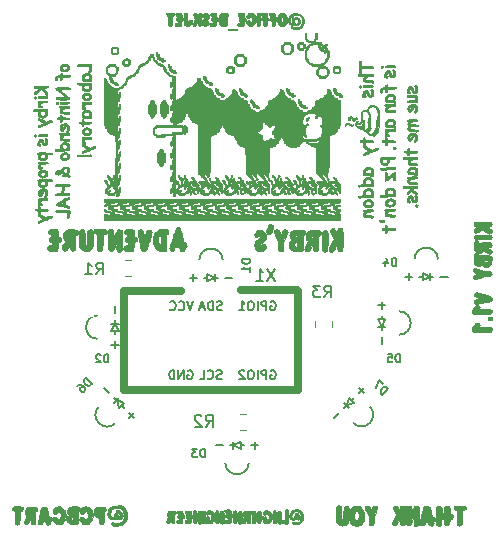
<source format=gbr>
G04 #@! TF.GenerationSoftware,KiCad,Pcbnew,5.1.2-f72e74a~84~ubuntu16.04.1*
G04 #@! TF.CreationDate,2019-07-01T21:57:51-07:00*
G04 #@! TF.ProjectId,Kirby_SAO,4b697262-795f-4534-914f-2e6b69636164,rev?*
G04 #@! TF.SameCoordinates,Original*
G04 #@! TF.FileFunction,Legend,Bot*
G04 #@! TF.FilePolarity,Positive*
%FSLAX46Y46*%
G04 Gerber Fmt 4.6, Leading zero omitted, Abs format (unit mm)*
G04 Created by KiCad (PCBNEW 5.1.2-f72e74a~84~ubuntu16.04.1) date 2019-07-01 21:57:51*
%MOMM*%
%LPD*%
G04 APERTURE LIST*
%ADD10C,0.010000*%
%ADD11C,0.700000*%
%ADD12C,0.150000*%
%ADD13C,0.120000*%
%ADD14R,1.829200X1.829200*%
%ADD15O,1.829200X1.829200*%
%ADD16C,1.829200*%
%ADD17C,0.100000*%
%ADD18C,0.702000*%
%ADD19C,1.002000*%
%ADD20C,1.252000*%
G04 APERTURE END LIST*
D10*
G36*
X107294965Y-87189279D02*
G01*
X107311566Y-87213489D01*
X107313083Y-87236500D01*
X107303776Y-87277208D01*
X107267791Y-87294277D01*
X107254875Y-87296114D01*
X107219585Y-87303663D01*
X107202478Y-87323569D01*
X107197043Y-87367791D01*
X107196666Y-87403006D01*
X107187513Y-87482613D01*
X107163155Y-87535046D01*
X107128246Y-87555835D01*
X107087439Y-87540507D01*
X107070964Y-87523814D01*
X107056790Y-87484890D01*
X107051656Y-87424068D01*
X107052498Y-87402106D01*
X107059689Y-87344017D01*
X107075529Y-87315806D01*
X107108081Y-87305023D01*
X107116009Y-87304010D01*
X107160976Y-87288167D01*
X107178746Y-87246398D01*
X107179509Y-87240510D01*
X107191523Y-87199491D01*
X107223769Y-87184759D01*
X107249583Y-87183584D01*
X107294965Y-87189279D01*
X107294965Y-87189279D01*
G37*
X107294965Y-87189279D02*
X107311566Y-87213489D01*
X107313083Y-87236500D01*
X107303776Y-87277208D01*
X107267791Y-87294277D01*
X107254875Y-87296114D01*
X107219585Y-87303663D01*
X107202478Y-87323569D01*
X107197043Y-87367791D01*
X107196666Y-87403006D01*
X107187513Y-87482613D01*
X107163155Y-87535046D01*
X107128246Y-87555835D01*
X107087439Y-87540507D01*
X107070964Y-87523814D01*
X107056790Y-87484890D01*
X107051656Y-87424068D01*
X107052498Y-87402106D01*
X107059689Y-87344017D01*
X107075529Y-87315806D01*
X107108081Y-87305023D01*
X107116009Y-87304010D01*
X107160976Y-87288167D01*
X107178746Y-87246398D01*
X107179509Y-87240510D01*
X107191523Y-87199491D01*
X107223769Y-87184759D01*
X107249583Y-87183584D01*
X107294965Y-87189279D01*
G36*
X102915736Y-92397888D02*
G01*
X102935867Y-92426287D01*
X102938726Y-92441106D01*
X102933732Y-92487058D01*
X102917560Y-92509574D01*
X102883638Y-92525845D01*
X102853772Y-92518147D01*
X102827493Y-92500309D01*
X102796398Y-92459716D01*
X102801591Y-92420372D01*
X102838494Y-92394569D01*
X102868373Y-92390584D01*
X102915736Y-92397888D01*
X102915736Y-92397888D01*
G37*
X102915736Y-92397888D02*
X102935867Y-92426287D01*
X102938726Y-92441106D01*
X102933732Y-92487058D01*
X102917560Y-92509574D01*
X102883638Y-92525845D01*
X102853772Y-92518147D01*
X102827493Y-92500309D01*
X102796398Y-92459716D01*
X102801591Y-92420372D01*
X102838494Y-92394569D01*
X102868373Y-92390584D01*
X102915736Y-92397888D01*
G36*
X103076279Y-78412348D02*
G01*
X103112208Y-78422572D01*
X103138648Y-78445442D01*
X103156832Y-78485729D01*
X103167997Y-78548202D01*
X103173376Y-78637631D01*
X103174205Y-78758788D01*
X103171718Y-78916442D01*
X103170868Y-78955626D01*
X103166766Y-79119533D01*
X103161728Y-79245963D01*
X103154346Y-79339770D01*
X103143211Y-79405808D01*
X103126915Y-79448931D01*
X103104051Y-79473993D01*
X103073209Y-79485848D01*
X103032983Y-79489350D01*
X103015993Y-79489500D01*
X102951098Y-79484674D01*
X102911380Y-79465634D01*
X102886920Y-79435999D01*
X102875122Y-79413357D01*
X102866595Y-79382786D01*
X102861038Y-79338359D01*
X102858150Y-79274147D01*
X102857630Y-79184220D01*
X102859178Y-79062649D01*
X102861696Y-78938901D01*
X102865853Y-78775801D01*
X102871221Y-78650160D01*
X102879349Y-78557105D01*
X102891784Y-78491765D01*
X102910071Y-78449266D01*
X102935760Y-78424735D01*
X102970396Y-78413301D01*
X103015527Y-78410089D01*
X103029625Y-78410000D01*
X103076279Y-78412348D01*
X103076279Y-78412348D01*
G37*
X103076279Y-78412348D02*
X103112208Y-78422572D01*
X103138648Y-78445442D01*
X103156832Y-78485729D01*
X103167997Y-78548202D01*
X103173376Y-78637631D01*
X103174205Y-78758788D01*
X103171718Y-78916442D01*
X103170868Y-78955626D01*
X103166766Y-79119533D01*
X103161728Y-79245963D01*
X103154346Y-79339770D01*
X103143211Y-79405808D01*
X103126915Y-79448931D01*
X103104051Y-79473993D01*
X103073209Y-79485848D01*
X103032983Y-79489350D01*
X103015993Y-79489500D01*
X102951098Y-79484674D01*
X102911380Y-79465634D01*
X102886920Y-79435999D01*
X102875122Y-79413357D01*
X102866595Y-79382786D01*
X102861038Y-79338359D01*
X102858150Y-79274147D01*
X102857630Y-79184220D01*
X102859178Y-79062649D01*
X102861696Y-78938901D01*
X102865853Y-78775801D01*
X102871221Y-78650160D01*
X102879349Y-78557105D01*
X102891784Y-78491765D01*
X102910071Y-78449266D01*
X102935760Y-78424735D01*
X102970396Y-78413301D01*
X103015527Y-78410089D01*
X103029625Y-78410000D01*
X103076279Y-78412348D01*
G36*
X98574975Y-78410568D02*
G01*
X98660449Y-78439946D01*
X98667860Y-78444090D01*
X98760793Y-78517865D01*
X98814283Y-78606760D01*
X98828078Y-78709883D01*
X98801923Y-78826343D01*
X98786853Y-78862432D01*
X98745286Y-78939544D01*
X98695453Y-78996726D01*
X98622329Y-79050870D01*
X98615069Y-79055546D01*
X98554779Y-79098516D01*
X98512276Y-79137217D01*
X98497166Y-79162067D01*
X98509738Y-79189767D01*
X98545990Y-79184207D01*
X98597224Y-79150834D01*
X98661067Y-79114635D01*
X98719974Y-79116641D01*
X98780062Y-79152370D01*
X98823796Y-79209469D01*
X98832095Y-79277475D01*
X98807399Y-79348385D01*
X98752148Y-79414194D01*
X98686848Y-79458173D01*
X98604916Y-79483116D01*
X98506193Y-79488761D01*
X98409375Y-79475745D01*
X98335438Y-79446197D01*
X98268042Y-79382146D01*
X98229252Y-79292548D01*
X98217115Y-79175975D01*
X98231163Y-79064768D01*
X98276500Y-78971786D01*
X98357912Y-78888396D01*
X98390152Y-78863911D01*
X98459169Y-78810561D01*
X98496473Y-78770186D01*
X98507499Y-78735463D01*
X98502975Y-78711947D01*
X98484931Y-78701318D01*
X98442951Y-78716082D01*
X98413547Y-78732028D01*
X98361626Y-78759718D01*
X98328323Y-78766480D01*
X98296218Y-78753599D01*
X98277956Y-78742022D01*
X98222897Y-78685492D01*
X98205271Y-78617312D01*
X98224314Y-78544075D01*
X98279257Y-78472371D01*
X98312585Y-78444497D01*
X98384696Y-78412863D01*
X98477609Y-78401547D01*
X98574975Y-78410568D01*
X98574975Y-78410568D01*
G37*
X98574975Y-78410568D02*
X98660449Y-78439946D01*
X98667860Y-78444090D01*
X98760793Y-78517865D01*
X98814283Y-78606760D01*
X98828078Y-78709883D01*
X98801923Y-78826343D01*
X98786853Y-78862432D01*
X98745286Y-78939544D01*
X98695453Y-78996726D01*
X98622329Y-79050870D01*
X98615069Y-79055546D01*
X98554779Y-79098516D01*
X98512276Y-79137217D01*
X98497166Y-79162067D01*
X98509738Y-79189767D01*
X98545990Y-79184207D01*
X98597224Y-79150834D01*
X98661067Y-79114635D01*
X98719974Y-79116641D01*
X98780062Y-79152370D01*
X98823796Y-79209469D01*
X98832095Y-79277475D01*
X98807399Y-79348385D01*
X98752148Y-79414194D01*
X98686848Y-79458173D01*
X98604916Y-79483116D01*
X98506193Y-79488761D01*
X98409375Y-79475745D01*
X98335438Y-79446197D01*
X98268042Y-79382146D01*
X98229252Y-79292548D01*
X98217115Y-79175975D01*
X98231163Y-79064768D01*
X98276500Y-78971786D01*
X98357912Y-78888396D01*
X98390152Y-78863911D01*
X98459169Y-78810561D01*
X98496473Y-78770186D01*
X98507499Y-78735463D01*
X98502975Y-78711947D01*
X98484931Y-78701318D01*
X98442951Y-78716082D01*
X98413547Y-78732028D01*
X98361626Y-78759718D01*
X98328323Y-78766480D01*
X98296218Y-78753599D01*
X98277956Y-78742022D01*
X98222897Y-78685492D01*
X98205271Y-78617312D01*
X98224314Y-78544075D01*
X98279257Y-78472371D01*
X98312585Y-78444497D01*
X98384696Y-78412863D01*
X98477609Y-78401547D01*
X98574975Y-78410568D01*
G36*
X96897420Y-78412748D02*
G01*
X96937357Y-78424586D01*
X96965054Y-78450906D01*
X96982381Y-78497097D01*
X96991209Y-78568552D01*
X96993406Y-78670662D01*
X96990844Y-78808818D01*
X96990158Y-78833207D01*
X96987083Y-78969169D01*
X96987032Y-79068125D01*
X96990255Y-79135314D01*
X96997005Y-79175973D01*
X97007534Y-79195339D01*
X97007591Y-79195387D01*
X97043676Y-79208839D01*
X97068584Y-79184383D01*
X97078901Y-79125724D01*
X97079000Y-79117834D01*
X97096100Y-79042987D01*
X97140491Y-78989563D01*
X97201809Y-78962125D01*
X97269691Y-78965236D01*
X97333772Y-79003458D01*
X97335318Y-79004985D01*
X97360060Y-79036240D01*
X97372032Y-79074858D01*
X97373920Y-79134191D01*
X97371400Y-79184218D01*
X97353592Y-79293756D01*
X97312252Y-79374702D01*
X97241214Y-79437071D01*
X97201759Y-79459761D01*
X97135520Y-79479417D01*
X97045266Y-79487893D01*
X96947760Y-79485375D01*
X96859763Y-79472054D01*
X96810663Y-79455370D01*
X96764456Y-79426659D01*
X96729745Y-79388490D01*
X96705360Y-79335365D01*
X96690129Y-79261784D01*
X96682879Y-79162248D01*
X96682440Y-79031258D01*
X96687145Y-78875667D01*
X96694005Y-78723386D01*
X96702093Y-78608290D01*
X96713135Y-78525234D01*
X96728858Y-78469071D01*
X96750988Y-78434657D01*
X96781252Y-78416846D01*
X96821374Y-78410492D01*
X96843374Y-78410000D01*
X96897420Y-78412748D01*
X96897420Y-78412748D01*
G37*
X96897420Y-78412748D02*
X96937357Y-78424586D01*
X96965054Y-78450906D01*
X96982381Y-78497097D01*
X96991209Y-78568552D01*
X96993406Y-78670662D01*
X96990844Y-78808818D01*
X96990158Y-78833207D01*
X96987083Y-78969169D01*
X96987032Y-79068125D01*
X96990255Y-79135314D01*
X96997005Y-79175973D01*
X97007534Y-79195339D01*
X97007591Y-79195387D01*
X97043676Y-79208839D01*
X97068584Y-79184383D01*
X97078901Y-79125724D01*
X97079000Y-79117834D01*
X97096100Y-79042987D01*
X97140491Y-78989563D01*
X97201809Y-78962125D01*
X97269691Y-78965236D01*
X97333772Y-79003458D01*
X97335318Y-79004985D01*
X97360060Y-79036240D01*
X97372032Y-79074858D01*
X97373920Y-79134191D01*
X97371400Y-79184218D01*
X97353592Y-79293756D01*
X97312252Y-79374702D01*
X97241214Y-79437071D01*
X97201759Y-79459761D01*
X97135520Y-79479417D01*
X97045266Y-79487893D01*
X96947760Y-79485375D01*
X96859763Y-79472054D01*
X96810663Y-79455370D01*
X96764456Y-79426659D01*
X96729745Y-79388490D01*
X96705360Y-79335365D01*
X96690129Y-79261784D01*
X96682879Y-79162248D01*
X96682440Y-79031258D01*
X96687145Y-78875667D01*
X96694005Y-78723386D01*
X96702093Y-78608290D01*
X96713135Y-78525234D01*
X96728858Y-78469071D01*
X96750988Y-78434657D01*
X96781252Y-78416846D01*
X96821374Y-78410492D01*
X96843374Y-78410000D01*
X96897420Y-78412748D01*
G36*
X104179142Y-78387769D02*
G01*
X104201583Y-78388404D01*
X104300970Y-78394936D01*
X104365562Y-78412534D01*
X104402729Y-78448500D01*
X104419843Y-78510139D01*
X104424274Y-78604753D01*
X104424291Y-78609072D01*
X104425345Y-78687552D01*
X104430725Y-78734855D01*
X104444647Y-78762138D01*
X104471331Y-78780556D01*
X104493083Y-78791000D01*
X104541549Y-78821696D01*
X104562974Y-78864788D01*
X104567914Y-78900919D01*
X104558403Y-78975306D01*
X104522021Y-79033172D01*
X104466712Y-79063836D01*
X104445000Y-79066167D01*
X104424835Y-79069368D01*
X104412328Y-79084358D01*
X104405672Y-79119219D01*
X104403060Y-79182032D01*
X104402666Y-79255467D01*
X104401708Y-79347245D01*
X104397464Y-79406410D01*
X104387880Y-79442664D01*
X104370904Y-79465708D01*
X104355623Y-79477717D01*
X104288568Y-79505725D01*
X104218366Y-79506124D01*
X104162340Y-79478943D01*
X104160761Y-79477405D01*
X104143348Y-79448097D01*
X104132875Y-79397351D01*
X104128121Y-79317053D01*
X104127500Y-79256837D01*
X104127500Y-79069530D01*
X104063823Y-79055545D01*
X104002438Y-79027134D01*
X103968303Y-78971923D01*
X103958166Y-78888842D01*
X103976417Y-78815868D01*
X104026250Y-78766720D01*
X104100283Y-78748667D01*
X104100459Y-78748667D01*
X104140846Y-78739863D01*
X104147836Y-78719380D01*
X104125030Y-78696114D01*
X104076027Y-78678960D01*
X104071958Y-78678258D01*
X104008653Y-78659951D01*
X103958295Y-78632246D01*
X103955541Y-78629874D01*
X103924946Y-78577666D01*
X103916918Y-78509833D01*
X103932078Y-78446425D01*
X103949095Y-78422095D01*
X103969640Y-78404039D01*
X103993675Y-78392811D01*
X104030441Y-78387179D01*
X104089182Y-78385909D01*
X104179142Y-78387769D01*
X104179142Y-78387769D01*
G37*
X104179142Y-78387769D02*
X104201583Y-78388404D01*
X104300970Y-78394936D01*
X104365562Y-78412534D01*
X104402729Y-78448500D01*
X104419843Y-78510139D01*
X104424274Y-78604753D01*
X104424291Y-78609072D01*
X104425345Y-78687552D01*
X104430725Y-78734855D01*
X104444647Y-78762138D01*
X104471331Y-78780556D01*
X104493083Y-78791000D01*
X104541549Y-78821696D01*
X104562974Y-78864788D01*
X104567914Y-78900919D01*
X104558403Y-78975306D01*
X104522021Y-79033172D01*
X104466712Y-79063836D01*
X104445000Y-79066167D01*
X104424835Y-79069368D01*
X104412328Y-79084358D01*
X104405672Y-79119219D01*
X104403060Y-79182032D01*
X104402666Y-79255467D01*
X104401708Y-79347245D01*
X104397464Y-79406410D01*
X104387880Y-79442664D01*
X104370904Y-79465708D01*
X104355623Y-79477717D01*
X104288568Y-79505725D01*
X104218366Y-79506124D01*
X104162340Y-79478943D01*
X104160761Y-79477405D01*
X104143348Y-79448097D01*
X104132875Y-79397351D01*
X104128121Y-79317053D01*
X104127500Y-79256837D01*
X104127500Y-79069530D01*
X104063823Y-79055545D01*
X104002438Y-79027134D01*
X103968303Y-78971923D01*
X103958166Y-78888842D01*
X103976417Y-78815868D01*
X104026250Y-78766720D01*
X104100283Y-78748667D01*
X104100459Y-78748667D01*
X104140846Y-78739863D01*
X104147836Y-78719380D01*
X104125030Y-78696114D01*
X104076027Y-78678960D01*
X104071958Y-78678258D01*
X104008653Y-78659951D01*
X103958295Y-78632246D01*
X103955541Y-78629874D01*
X103924946Y-78577666D01*
X103916918Y-78509833D01*
X103932078Y-78446425D01*
X103949095Y-78422095D01*
X103969640Y-78404039D01*
X103993675Y-78392811D01*
X104030441Y-78387179D01*
X104089182Y-78385909D01*
X104179142Y-78387769D01*
G36*
X103466947Y-78385434D02*
G01*
X103550311Y-78389144D01*
X103620240Y-78394519D01*
X103663263Y-78400485D01*
X103666466Y-78401335D01*
X103700743Y-78432452D01*
X103724050Y-78496019D01*
X103734071Y-78583048D01*
X103731782Y-78654945D01*
X103728007Y-78717911D01*
X103735428Y-78753235D01*
X103760507Y-78775343D01*
X103792736Y-78791000D01*
X103839119Y-78817876D01*
X103861097Y-78853635D01*
X103869328Y-78910724D01*
X103868829Y-78973145D01*
X103851817Y-79011418D01*
X103827577Y-79032432D01*
X103778177Y-79057949D01*
X103742114Y-79066167D01*
X103721697Y-79071015D01*
X103712614Y-79091942D01*
X103713004Y-79138519D01*
X103717853Y-79190909D01*
X103724024Y-79316375D01*
X103711909Y-79406476D01*
X103680783Y-79464365D01*
X103649902Y-79486263D01*
X103573706Y-79508784D01*
X103508888Y-79496926D01*
X103476043Y-79477717D01*
X103453313Y-79457895D01*
X103439334Y-79430866D01*
X103432023Y-79386868D01*
X103429298Y-79316143D01*
X103429000Y-79257148D01*
X103429000Y-79069530D01*
X103365323Y-79055545D01*
X103300342Y-79023535D01*
X103265884Y-78962443D01*
X103259666Y-78907417D01*
X103274188Y-78828333D01*
X103318973Y-78778267D01*
X103376340Y-78757805D01*
X103432084Y-78738845D01*
X103447306Y-78714700D01*
X103422233Y-78691655D01*
X103373458Y-78678258D01*
X103286533Y-78649439D01*
X103234134Y-78597391D01*
X103217333Y-78526417D01*
X103227208Y-78461252D01*
X103260240Y-78417870D01*
X103321538Y-78393387D01*
X103416210Y-78384917D01*
X103466947Y-78385434D01*
X103466947Y-78385434D01*
G37*
X103466947Y-78385434D02*
X103550311Y-78389144D01*
X103620240Y-78394519D01*
X103663263Y-78400485D01*
X103666466Y-78401335D01*
X103700743Y-78432452D01*
X103724050Y-78496019D01*
X103734071Y-78583048D01*
X103731782Y-78654945D01*
X103728007Y-78717911D01*
X103735428Y-78753235D01*
X103760507Y-78775343D01*
X103792736Y-78791000D01*
X103839119Y-78817876D01*
X103861097Y-78853635D01*
X103869328Y-78910724D01*
X103868829Y-78973145D01*
X103851817Y-79011418D01*
X103827577Y-79032432D01*
X103778177Y-79057949D01*
X103742114Y-79066167D01*
X103721697Y-79071015D01*
X103712614Y-79091942D01*
X103713004Y-79138519D01*
X103717853Y-79190909D01*
X103724024Y-79316375D01*
X103711909Y-79406476D01*
X103680783Y-79464365D01*
X103649902Y-79486263D01*
X103573706Y-79508784D01*
X103508888Y-79496926D01*
X103476043Y-79477717D01*
X103453313Y-79457895D01*
X103439334Y-79430866D01*
X103432023Y-79386868D01*
X103429298Y-79316143D01*
X103429000Y-79257148D01*
X103429000Y-79069530D01*
X103365323Y-79055545D01*
X103300342Y-79023535D01*
X103265884Y-78962443D01*
X103259666Y-78907417D01*
X103274188Y-78828333D01*
X103318973Y-78778267D01*
X103376340Y-78757805D01*
X103432084Y-78738845D01*
X103447306Y-78714700D01*
X103422233Y-78691655D01*
X103373458Y-78678258D01*
X103286533Y-78649439D01*
X103234134Y-78597391D01*
X103217333Y-78526417D01*
X103227208Y-78461252D01*
X103260240Y-78417870D01*
X103321538Y-78393387D01*
X103416210Y-78384917D01*
X103466947Y-78385434D01*
G36*
X102545014Y-78415539D02*
G01*
X102648156Y-78487384D01*
X102731444Y-78592462D01*
X102773958Y-78681520D01*
X102797940Y-78755573D01*
X102810300Y-78827261D01*
X102813097Y-78913394D01*
X102810865Y-78982883D01*
X102790168Y-79145392D01*
X102743903Y-79275484D01*
X102670978Y-79375279D01*
X102572930Y-79445558D01*
X102469397Y-79484623D01*
X102358282Y-79503348D01*
X102254805Y-79500283D01*
X102189700Y-79482067D01*
X102109731Y-79429023D01*
X102044103Y-79354335D01*
X101998527Y-79268644D01*
X101978718Y-79182591D01*
X101989430Y-79109071D01*
X102031288Y-79051978D01*
X102091228Y-79020305D01*
X102157245Y-79014752D01*
X102217338Y-79036019D01*
X102259503Y-79084807D01*
X102263007Y-79093115D01*
X102300571Y-79158642D01*
X102345095Y-79187094D01*
X102391558Y-79182001D01*
X102434934Y-79146889D01*
X102470201Y-79085287D01*
X102492334Y-79000721D01*
X102497321Y-78928584D01*
X102484430Y-78815474D01*
X102446939Y-78734430D01*
X102406496Y-78697828D01*
X102379988Y-78689285D01*
X102351246Y-78701994D01*
X102310787Y-78741416D01*
X102290080Y-78764870D01*
X102215400Y-78831556D01*
X102141931Y-78856469D01*
X102067706Y-78840049D01*
X102036709Y-78821550D01*
X101997224Y-78770691D01*
X101986408Y-78701167D01*
X102001167Y-78622295D01*
X102038404Y-78543396D01*
X102095026Y-78473787D01*
X102167937Y-78422789D01*
X102169372Y-78422102D01*
X102300332Y-78380628D01*
X102427309Y-78379197D01*
X102545014Y-78415539D01*
X102545014Y-78415539D01*
G37*
X102545014Y-78415539D02*
X102648156Y-78487384D01*
X102731444Y-78592462D01*
X102773958Y-78681520D01*
X102797940Y-78755573D01*
X102810300Y-78827261D01*
X102813097Y-78913394D01*
X102810865Y-78982883D01*
X102790168Y-79145392D01*
X102743903Y-79275484D01*
X102670978Y-79375279D01*
X102572930Y-79445558D01*
X102469397Y-79484623D01*
X102358282Y-79503348D01*
X102254805Y-79500283D01*
X102189700Y-79482067D01*
X102109731Y-79429023D01*
X102044103Y-79354335D01*
X101998527Y-79268644D01*
X101978718Y-79182591D01*
X101989430Y-79109071D01*
X102031288Y-79051978D01*
X102091228Y-79020305D01*
X102157245Y-79014752D01*
X102217338Y-79036019D01*
X102259503Y-79084807D01*
X102263007Y-79093115D01*
X102300571Y-79158642D01*
X102345095Y-79187094D01*
X102391558Y-79182001D01*
X102434934Y-79146889D01*
X102470201Y-79085287D01*
X102492334Y-79000721D01*
X102497321Y-78928584D01*
X102484430Y-78815474D01*
X102446939Y-78734430D01*
X102406496Y-78697828D01*
X102379988Y-78689285D01*
X102351246Y-78701994D01*
X102310787Y-78741416D01*
X102290080Y-78764870D01*
X102215400Y-78831556D01*
X102141931Y-78856469D01*
X102067706Y-78840049D01*
X102036709Y-78821550D01*
X101997224Y-78770691D01*
X101986408Y-78701167D01*
X102001167Y-78622295D01*
X102038404Y-78543396D01*
X102095026Y-78473787D01*
X102167937Y-78422789D01*
X102169372Y-78422102D01*
X102300332Y-78380628D01*
X102427309Y-78379197D01*
X102545014Y-78415539D01*
G36*
X100344600Y-78382550D02*
G01*
X100393047Y-78412404D01*
X100417397Y-78462942D01*
X100423333Y-78527359D01*
X100419635Y-78589664D01*
X100404232Y-78624542D01*
X100370656Y-78646576D01*
X100370416Y-78646685D01*
X100317500Y-78670795D01*
X100317500Y-79057250D01*
X100316820Y-79182778D01*
X100314932Y-79295033D01*
X100312064Y-79386598D01*
X100308441Y-79450051D01*
X100304652Y-79477186D01*
X100274866Y-79500550D01*
X100215356Y-79511706D01*
X100136787Y-79511126D01*
X100049824Y-79499287D01*
X99965131Y-79476660D01*
X99924416Y-79460274D01*
X99803914Y-79382038D01*
X99712280Y-79274905D01*
X99651458Y-79142651D01*
X99623393Y-78989047D01*
X99623754Y-78892149D01*
X99896513Y-78892149D01*
X99899142Y-78983075D01*
X99928056Y-79060430D01*
X99935955Y-79071459D01*
X99971882Y-79110504D01*
X99999251Y-79129353D01*
X100001536Y-79129667D01*
X100009554Y-79109928D01*
X100015978Y-79056407D01*
X100020069Y-78977646D01*
X100021166Y-78902606D01*
X100021166Y-78675546D01*
X99964813Y-78731899D01*
X99918844Y-78803231D01*
X99896513Y-78892149D01*
X99623754Y-78892149D01*
X99623811Y-78877085D01*
X99652026Y-78720155D01*
X99711764Y-78591347D01*
X99802317Y-78491336D01*
X99922981Y-78420795D01*
X100073047Y-78380399D01*
X100153058Y-78372047D01*
X100266467Y-78370168D01*
X100344600Y-78382550D01*
X100344600Y-78382550D01*
G37*
X100344600Y-78382550D02*
X100393047Y-78412404D01*
X100417397Y-78462942D01*
X100423333Y-78527359D01*
X100419635Y-78589664D01*
X100404232Y-78624542D01*
X100370656Y-78646576D01*
X100370416Y-78646685D01*
X100317500Y-78670795D01*
X100317500Y-79057250D01*
X100316820Y-79182778D01*
X100314932Y-79295033D01*
X100312064Y-79386598D01*
X100308441Y-79450051D01*
X100304652Y-79477186D01*
X100274866Y-79500550D01*
X100215356Y-79511706D01*
X100136787Y-79511126D01*
X100049824Y-79499287D01*
X99965131Y-79476660D01*
X99924416Y-79460274D01*
X99803914Y-79382038D01*
X99712280Y-79274905D01*
X99651458Y-79142651D01*
X99623393Y-78989047D01*
X99623754Y-78892149D01*
X99896513Y-78892149D01*
X99899142Y-78983075D01*
X99928056Y-79060430D01*
X99935955Y-79071459D01*
X99971882Y-79110504D01*
X99999251Y-79129353D01*
X100001536Y-79129667D01*
X100009554Y-79109928D01*
X100015978Y-79056407D01*
X100020069Y-78977646D01*
X100021166Y-78902606D01*
X100021166Y-78675546D01*
X99964813Y-78731899D01*
X99918844Y-78803231D01*
X99896513Y-78892149D01*
X99623754Y-78892149D01*
X99623811Y-78877085D01*
X99652026Y-78720155D01*
X99711764Y-78591347D01*
X99802317Y-78491336D01*
X99922981Y-78420795D01*
X100073047Y-78380399D01*
X100153058Y-78372047D01*
X100266467Y-78370168D01*
X100344600Y-78382550D01*
G36*
X98068049Y-78379792D02*
G01*
X98102124Y-78394635D01*
X98128125Y-78415632D01*
X98146942Y-78448010D01*
X98159468Y-78496994D01*
X98166593Y-78567810D01*
X98169209Y-78665685D01*
X98168207Y-78795845D01*
X98164881Y-78947581D01*
X98160146Y-79113168D01*
X98154427Y-79241214D01*
X98146447Y-79336511D01*
X98134925Y-79403849D01*
X98118584Y-79448020D01*
X98096143Y-79473817D01*
X98066325Y-79486029D01*
X98027850Y-79489449D01*
X98020221Y-79489500D01*
X97946869Y-79474030D01*
X97896739Y-79426047D01*
X97867820Y-79343191D01*
X97862166Y-79303918D01*
X97851583Y-79203750D01*
X97770607Y-79336154D01*
X97700778Y-79435372D01*
X97636204Y-79493992D01*
X97574356Y-79513026D01*
X97512703Y-79493485D01*
X97468069Y-79457160D01*
X97437333Y-79416730D01*
X97426387Y-79371388D01*
X97436797Y-79314722D01*
X97470126Y-79240322D01*
X97527940Y-79141780D01*
X97555696Y-79098155D01*
X97667950Y-78924147D01*
X97571200Y-78735171D01*
X97527428Y-78648240D01*
X97501049Y-78589451D01*
X97489603Y-78549560D01*
X97490628Y-78519321D01*
X97501664Y-78489487D01*
X97504315Y-78483882D01*
X97552689Y-78423985D01*
X97619005Y-78394598D01*
X97690680Y-78400791D01*
X97700478Y-78404810D01*
X97738656Y-78435956D01*
X97782960Y-78491617D01*
X97812456Y-78539612D01*
X97872750Y-78650865D01*
X97883333Y-78548416D01*
X97905936Y-78460095D01*
X97949419Y-78400017D01*
X98008546Y-78372959D01*
X98068049Y-78379792D01*
X98068049Y-78379792D01*
G37*
X98068049Y-78379792D02*
X98102124Y-78394635D01*
X98128125Y-78415632D01*
X98146942Y-78448010D01*
X98159468Y-78496994D01*
X98166593Y-78567810D01*
X98169209Y-78665685D01*
X98168207Y-78795845D01*
X98164881Y-78947581D01*
X98160146Y-79113168D01*
X98154427Y-79241214D01*
X98146447Y-79336511D01*
X98134925Y-79403849D01*
X98118584Y-79448020D01*
X98096143Y-79473817D01*
X98066325Y-79486029D01*
X98027850Y-79489449D01*
X98020221Y-79489500D01*
X97946869Y-79474030D01*
X97896739Y-79426047D01*
X97867820Y-79343191D01*
X97862166Y-79303918D01*
X97851583Y-79203750D01*
X97770607Y-79336154D01*
X97700778Y-79435372D01*
X97636204Y-79493992D01*
X97574356Y-79513026D01*
X97512703Y-79493485D01*
X97468069Y-79457160D01*
X97437333Y-79416730D01*
X97426387Y-79371388D01*
X97436797Y-79314722D01*
X97470126Y-79240322D01*
X97527940Y-79141780D01*
X97555696Y-79098155D01*
X97667950Y-78924147D01*
X97571200Y-78735171D01*
X97527428Y-78648240D01*
X97501049Y-78589451D01*
X97489603Y-78549560D01*
X97490628Y-78519321D01*
X97501664Y-78489487D01*
X97504315Y-78483882D01*
X97552689Y-78423985D01*
X97619005Y-78394598D01*
X97690680Y-78400791D01*
X97700478Y-78404810D01*
X97738656Y-78435956D01*
X97782960Y-78491617D01*
X97812456Y-78539612D01*
X97872750Y-78650865D01*
X97883333Y-78548416D01*
X97905936Y-78460095D01*
X97949419Y-78400017D01*
X98008546Y-78372959D01*
X98068049Y-78379792D01*
G36*
X95638018Y-78368430D02*
G01*
X95715111Y-78371542D01*
X95767377Y-78378238D01*
X95803563Y-78389756D01*
X95832416Y-78407329D01*
X95837895Y-78411536D01*
X95884404Y-78468720D01*
X95893717Y-78530576D01*
X95868865Y-78588587D01*
X95812879Y-78634235D01*
X95751116Y-78655469D01*
X95685426Y-78668607D01*
X95678421Y-79032433D01*
X95674139Y-79188173D01*
X95667038Y-79306533D01*
X95655566Y-79392447D01*
X95638171Y-79450847D01*
X95613299Y-79486668D01*
X95579400Y-79504845D01*
X95534919Y-79510310D01*
X95528053Y-79510343D01*
X95473166Y-79505579D01*
X95436610Y-79494567D01*
X95436460Y-79494468D01*
X95398395Y-79452552D01*
X95377133Y-79385506D01*
X95371326Y-79287401D01*
X95374104Y-79220028D01*
X95380360Y-79120141D01*
X95387579Y-78999777D01*
X95394460Y-78880736D01*
X95396227Y-78849209D01*
X95407687Y-78642834D01*
X95357198Y-78642833D01*
X95291456Y-78625805D01*
X95234595Y-78582765D01*
X95199969Y-78525783D01*
X95195166Y-78496411D01*
X95200604Y-78447139D01*
X95220766Y-78411981D01*
X95261423Y-78388702D01*
X95328348Y-78375063D01*
X95427311Y-78368829D01*
X95527353Y-78367667D01*
X95638018Y-78368430D01*
X95638018Y-78368430D01*
G37*
X95638018Y-78368430D02*
X95715111Y-78371542D01*
X95767377Y-78378238D01*
X95803563Y-78389756D01*
X95832416Y-78407329D01*
X95837895Y-78411536D01*
X95884404Y-78468720D01*
X95893717Y-78530576D01*
X95868865Y-78588587D01*
X95812879Y-78634235D01*
X95751116Y-78655469D01*
X95685426Y-78668607D01*
X95678421Y-79032433D01*
X95674139Y-79188173D01*
X95667038Y-79306533D01*
X95655566Y-79392447D01*
X95638171Y-79450847D01*
X95613299Y-79486668D01*
X95579400Y-79504845D01*
X95534919Y-79510310D01*
X95528053Y-79510343D01*
X95473166Y-79505579D01*
X95436610Y-79494567D01*
X95436460Y-79494468D01*
X95398395Y-79452552D01*
X95377133Y-79385506D01*
X95371326Y-79287401D01*
X95374104Y-79220028D01*
X95380360Y-79120141D01*
X95387579Y-78999777D01*
X95394460Y-78880736D01*
X95396227Y-78849209D01*
X95407687Y-78642834D01*
X95357198Y-78642833D01*
X95291456Y-78625805D01*
X95234595Y-78582765D01*
X95199969Y-78525783D01*
X95195166Y-78496411D01*
X95200604Y-78447139D01*
X95220766Y-78411981D01*
X95261423Y-78388702D01*
X95328348Y-78375063D01*
X95427311Y-78368829D01*
X95527353Y-78367667D01*
X95638018Y-78368430D01*
G36*
X105133752Y-78407124D02*
G01*
X105242057Y-78462343D01*
X105331195Y-78555010D01*
X105391389Y-78661264D01*
X105409822Y-78727601D01*
X105422059Y-78822751D01*
X105427884Y-78933620D01*
X105427081Y-79047110D01*
X105419433Y-79150128D01*
X105404725Y-79229577D01*
X105400972Y-79241330D01*
X105338598Y-79360325D01*
X105249679Y-79449575D01*
X105140466Y-79506103D01*
X105017209Y-79526933D01*
X104886158Y-79509090D01*
X104857750Y-79499980D01*
X104765996Y-79446858D01*
X104696210Y-79359834D01*
X104648053Y-79238111D01*
X104621186Y-79080892D01*
X104616051Y-78957326D01*
X104891734Y-78957326D01*
X104893239Y-78990672D01*
X104908488Y-79087226D01*
X104937662Y-79160009D01*
X104976356Y-79205042D01*
X105020168Y-79218348D01*
X105064696Y-79195948D01*
X105088061Y-79166709D01*
X105119337Y-79094899D01*
X105133911Y-79011570D01*
X105133610Y-78924537D01*
X105120265Y-78841614D01*
X105095703Y-78770617D01*
X105061753Y-78719359D01*
X105020243Y-78695656D01*
X104979648Y-78703400D01*
X104929023Y-78754160D01*
X104899474Y-78839612D01*
X104891734Y-78957326D01*
X104616051Y-78957326D01*
X104614798Y-78927195D01*
X104628554Y-78759105D01*
X104668049Y-78620120D01*
X104731964Y-78512056D01*
X104818980Y-78436730D01*
X104927778Y-78395960D01*
X105005545Y-78388833D01*
X105133752Y-78407124D01*
X105133752Y-78407124D01*
G37*
X105133752Y-78407124D02*
X105242057Y-78462343D01*
X105331195Y-78555010D01*
X105391389Y-78661264D01*
X105409822Y-78727601D01*
X105422059Y-78822751D01*
X105427884Y-78933620D01*
X105427081Y-79047110D01*
X105419433Y-79150128D01*
X105404725Y-79229577D01*
X105400972Y-79241330D01*
X105338598Y-79360325D01*
X105249679Y-79449575D01*
X105140466Y-79506103D01*
X105017209Y-79526933D01*
X104886158Y-79509090D01*
X104857750Y-79499980D01*
X104765996Y-79446858D01*
X104696210Y-79359834D01*
X104648053Y-79238111D01*
X104621186Y-79080892D01*
X104616051Y-78957326D01*
X104891734Y-78957326D01*
X104893239Y-78990672D01*
X104908488Y-79087226D01*
X104937662Y-79160009D01*
X104976356Y-79205042D01*
X105020168Y-79218348D01*
X105064696Y-79195948D01*
X105088061Y-79166709D01*
X105119337Y-79094899D01*
X105133911Y-79011570D01*
X105133610Y-78924537D01*
X105120265Y-78841614D01*
X105095703Y-78770617D01*
X105061753Y-78719359D01*
X105020243Y-78695656D01*
X104979648Y-78703400D01*
X104929023Y-78754160D01*
X104899474Y-78839612D01*
X104891734Y-78957326D01*
X104616051Y-78957326D01*
X104614798Y-78927195D01*
X104628554Y-78759105D01*
X104668049Y-78620120D01*
X104731964Y-78512056D01*
X104818980Y-78436730D01*
X104927778Y-78395960D01*
X105005545Y-78388833D01*
X105133752Y-78407124D01*
G36*
X101536855Y-78386042D02*
G01*
X101646171Y-78391322D01*
X101720062Y-78404027D01*
X101765412Y-78430151D01*
X101789105Y-78475685D01*
X101798025Y-78546620D01*
X101799166Y-78614364D01*
X101800888Y-78697107D01*
X101807102Y-78745315D01*
X101819380Y-78766685D01*
X101830916Y-78769834D01*
X101876697Y-78787782D01*
X101919151Y-78831228D01*
X101944797Y-78884569D01*
X101947333Y-78904562D01*
X101932936Y-78960977D01*
X101897402Y-79016129D01*
X101852219Y-79055575D01*
X101818797Y-79066167D01*
X101799384Y-79069720D01*
X101787319Y-79085727D01*
X101780882Y-79122204D01*
X101778358Y-79187171D01*
X101778000Y-79256667D01*
X101776657Y-79351527D01*
X101771412Y-79414157D01*
X101760437Y-79454606D01*
X101741904Y-79482927D01*
X101735666Y-79489500D01*
X101687733Y-79520106D01*
X101645708Y-79528503D01*
X101600487Y-79524994D01*
X101529140Y-79519099D01*
X101453318Y-79512628D01*
X101369620Y-79502669D01*
X101316166Y-79487900D01*
X101280875Y-79464240D01*
X101268110Y-79450114D01*
X101232980Y-79387388D01*
X101236837Y-79327364D01*
X101270602Y-79271292D01*
X101318712Y-79229924D01*
X101386912Y-79211677D01*
X101402893Y-79210229D01*
X101459551Y-79203441D01*
X101486666Y-79187371D01*
X101497020Y-79151994D01*
X101498882Y-79134959D01*
X101498694Y-79086557D01*
X101481763Y-79067845D01*
X101466550Y-79066167D01*
X101397519Y-79048192D01*
X101351988Y-78997236D01*
X101333690Y-78917747D01*
X101333500Y-78907417D01*
X101348525Y-78825257D01*
X101390953Y-78770818D01*
X101456813Y-78748889D01*
X101465209Y-78748667D01*
X101499760Y-78739811D01*
X101502270Y-78719045D01*
X101477673Y-78695070D01*
X101430906Y-78676590D01*
X101423458Y-78675045D01*
X101349158Y-78654755D01*
X101308416Y-78623019D01*
X101292527Y-78570849D01*
X101291166Y-78538454D01*
X101295901Y-78470014D01*
X101314631Y-78424728D01*
X101354146Y-78398385D01*
X101421233Y-78386774D01*
X101522682Y-78385683D01*
X101536855Y-78386042D01*
X101536855Y-78386042D01*
G37*
X101536855Y-78386042D02*
X101646171Y-78391322D01*
X101720062Y-78404027D01*
X101765412Y-78430151D01*
X101789105Y-78475685D01*
X101798025Y-78546620D01*
X101799166Y-78614364D01*
X101800888Y-78697107D01*
X101807102Y-78745315D01*
X101819380Y-78766685D01*
X101830916Y-78769834D01*
X101876697Y-78787782D01*
X101919151Y-78831228D01*
X101944797Y-78884569D01*
X101947333Y-78904562D01*
X101932936Y-78960977D01*
X101897402Y-79016129D01*
X101852219Y-79055575D01*
X101818797Y-79066167D01*
X101799384Y-79069720D01*
X101787319Y-79085727D01*
X101780882Y-79122204D01*
X101778358Y-79187171D01*
X101778000Y-79256667D01*
X101776657Y-79351527D01*
X101771412Y-79414157D01*
X101760437Y-79454606D01*
X101741904Y-79482927D01*
X101735666Y-79489500D01*
X101687733Y-79520106D01*
X101645708Y-79528503D01*
X101600487Y-79524994D01*
X101529140Y-79519099D01*
X101453318Y-79512628D01*
X101369620Y-79502669D01*
X101316166Y-79487900D01*
X101280875Y-79464240D01*
X101268110Y-79450114D01*
X101232980Y-79387388D01*
X101236837Y-79327364D01*
X101270602Y-79271292D01*
X101318712Y-79229924D01*
X101386912Y-79211677D01*
X101402893Y-79210229D01*
X101459551Y-79203441D01*
X101486666Y-79187371D01*
X101497020Y-79151994D01*
X101498882Y-79134959D01*
X101498694Y-79086557D01*
X101481763Y-79067845D01*
X101466550Y-79066167D01*
X101397519Y-79048192D01*
X101351988Y-78997236D01*
X101333690Y-78917747D01*
X101333500Y-78907417D01*
X101348525Y-78825257D01*
X101390953Y-78770818D01*
X101456813Y-78748889D01*
X101465209Y-78748667D01*
X101499760Y-78739811D01*
X101502270Y-78719045D01*
X101477673Y-78695070D01*
X101430906Y-78676590D01*
X101423458Y-78675045D01*
X101349158Y-78654755D01*
X101308416Y-78623019D01*
X101292527Y-78570849D01*
X101291166Y-78538454D01*
X101295901Y-78470014D01*
X101314631Y-78424728D01*
X101354146Y-78398385D01*
X101421233Y-78386774D01*
X101522682Y-78385683D01*
X101536855Y-78386042D01*
G36*
X99187448Y-78385402D02*
G01*
X99296999Y-78391114D01*
X99371132Y-78406026D01*
X99416642Y-78436183D01*
X99440327Y-78487628D01*
X99448983Y-78566407D01*
X99449800Y-78618720D01*
X99451102Y-78694788D01*
X99457728Y-78740643D01*
X99474035Y-78768397D01*
X99504377Y-78790159D01*
X99513300Y-78795307D01*
X99555858Y-78826677D01*
X99573680Y-78866920D01*
X99576666Y-78915815D01*
X99560467Y-78993160D01*
X99515959Y-79045591D01*
X99449279Y-79066104D01*
X99444956Y-79066167D01*
X99427312Y-79070523D01*
X99416188Y-79088743D01*
X99410130Y-79128552D01*
X99407680Y-79197674D01*
X99407333Y-79265738D01*
X99406348Y-79371088D01*
X99399271Y-79445124D01*
X99379920Y-79492500D01*
X99342112Y-79517867D01*
X99279665Y-79525878D01*
X99186395Y-79521187D01*
X99081411Y-79511007D01*
X98984684Y-79495795D01*
X98923173Y-79470200D01*
X98890052Y-79428784D01*
X98878493Y-79366107D01*
X98878166Y-79349071D01*
X98895959Y-79280117D01*
X98947519Y-79234728D01*
X99030119Y-79215015D01*
X99052209Y-79214334D01*
X99104423Y-79211690D01*
X99126867Y-79196014D01*
X99132084Y-79155685D01*
X99132166Y-79140250D01*
X99124511Y-79084273D01*
X99103271Y-79066167D01*
X99047591Y-79047513D01*
X98998238Y-79000772D01*
X98967447Y-78939777D01*
X98962833Y-78907417D01*
X98980873Y-78840305D01*
X99026703Y-78784110D01*
X99087889Y-78751904D01*
X99113854Y-78748667D01*
X99150080Y-78740305D01*
X99153696Y-78720628D01*
X99129704Y-78697751D01*
X99083104Y-78679789D01*
X99069820Y-78677223D01*
X98990553Y-78648291D01*
X98939847Y-78596753D01*
X98921531Y-78531234D01*
X98939431Y-78460358D01*
X98959906Y-78429525D01*
X98982226Y-78406191D01*
X99009529Y-78392151D01*
X99051882Y-78385453D01*
X99119355Y-78384144D01*
X99187448Y-78385402D01*
X99187448Y-78385402D01*
G37*
X99187448Y-78385402D02*
X99296999Y-78391114D01*
X99371132Y-78406026D01*
X99416642Y-78436183D01*
X99440327Y-78487628D01*
X99448983Y-78566407D01*
X99449800Y-78618720D01*
X99451102Y-78694788D01*
X99457728Y-78740643D01*
X99474035Y-78768397D01*
X99504377Y-78790159D01*
X99513300Y-78795307D01*
X99555858Y-78826677D01*
X99573680Y-78866920D01*
X99576666Y-78915815D01*
X99560467Y-78993160D01*
X99515959Y-79045591D01*
X99449279Y-79066104D01*
X99444956Y-79066167D01*
X99427312Y-79070523D01*
X99416188Y-79088743D01*
X99410130Y-79128552D01*
X99407680Y-79197674D01*
X99407333Y-79265738D01*
X99406348Y-79371088D01*
X99399271Y-79445124D01*
X99379920Y-79492500D01*
X99342112Y-79517867D01*
X99279665Y-79525878D01*
X99186395Y-79521187D01*
X99081411Y-79511007D01*
X98984684Y-79495795D01*
X98923173Y-79470200D01*
X98890052Y-79428784D01*
X98878493Y-79366107D01*
X98878166Y-79349071D01*
X98895959Y-79280117D01*
X98947519Y-79234728D01*
X99030119Y-79215015D01*
X99052209Y-79214334D01*
X99104423Y-79211690D01*
X99126867Y-79196014D01*
X99132084Y-79155685D01*
X99132166Y-79140250D01*
X99124511Y-79084273D01*
X99103271Y-79066167D01*
X99047591Y-79047513D01*
X98998238Y-79000772D01*
X98967447Y-78939777D01*
X98962833Y-78907417D01*
X98980873Y-78840305D01*
X99026703Y-78784110D01*
X99087889Y-78751904D01*
X99113854Y-78748667D01*
X99150080Y-78740305D01*
X99153696Y-78720628D01*
X99129704Y-78697751D01*
X99083104Y-78679789D01*
X99069820Y-78677223D01*
X98990553Y-78648291D01*
X98939847Y-78596753D01*
X98921531Y-78531234D01*
X98939431Y-78460358D01*
X98959906Y-78429525D01*
X98982226Y-78406191D01*
X99009529Y-78392151D01*
X99051882Y-78385453D01*
X99119355Y-78384144D01*
X99187448Y-78385402D01*
G36*
X96249741Y-78385525D02*
G01*
X96358237Y-78391357D01*
X96431370Y-78406803D01*
X96475972Y-78438063D01*
X96498875Y-78491334D01*
X96506912Y-78572815D01*
X96507500Y-78619371D01*
X96508534Y-78695086D01*
X96514392Y-78739563D01*
X96529208Y-78763892D01*
X96557112Y-78779163D01*
X96568725Y-78783663D01*
X96620796Y-78822039D01*
X96645298Y-78879222D01*
X96644061Y-78943554D01*
X96618911Y-79003379D01*
X96571675Y-79047040D01*
X96525104Y-79061912D01*
X96500911Y-79066438D01*
X96485709Y-79078356D01*
X96477500Y-79105837D01*
X96474289Y-79157050D01*
X96474077Y-79240166D01*
X96474281Y-79269868D01*
X96473959Y-79366017D01*
X96470270Y-79428951D01*
X96461664Y-79467751D01*
X96446588Y-79491499D01*
X96434662Y-79501665D01*
X96383963Y-79524544D01*
X96349996Y-79528503D01*
X96307050Y-79525010D01*
X96237484Y-79519143D01*
X96161652Y-79512628D01*
X96077953Y-79502669D01*
X96024499Y-79487900D01*
X95989209Y-79464240D01*
X95976443Y-79450114D01*
X95941495Y-79380767D01*
X95944045Y-79314540D01*
X95979547Y-79259497D01*
X96043456Y-79223703D01*
X96109324Y-79214334D01*
X96166621Y-79207905D01*
X96190071Y-79190118D01*
X96190289Y-79187875D01*
X96195751Y-79147040D01*
X96203341Y-79113792D01*
X96205811Y-79077486D01*
X96179489Y-79066393D01*
X96170339Y-79066167D01*
X96115925Y-79048058D01*
X96064250Y-79003223D01*
X96028736Y-78945899D01*
X96020666Y-78907417D01*
X96037375Y-78850669D01*
X96078662Y-78796071D01*
X96131266Y-78757923D01*
X96167871Y-78748667D01*
X96206430Y-78740255D01*
X96211930Y-78720330D01*
X96188898Y-78696855D01*
X96141861Y-78677794D01*
X96125677Y-78674445D01*
X96044969Y-78645555D01*
X95998538Y-78593262D01*
X95988114Y-78519830D01*
X95991303Y-78498607D01*
X96006734Y-78446150D01*
X96033161Y-78412083D01*
X96078470Y-78392954D01*
X96150544Y-78385314D01*
X96249741Y-78385525D01*
X96249741Y-78385525D01*
G37*
X96249741Y-78385525D02*
X96358237Y-78391357D01*
X96431370Y-78406803D01*
X96475972Y-78438063D01*
X96498875Y-78491334D01*
X96506912Y-78572815D01*
X96507500Y-78619371D01*
X96508534Y-78695086D01*
X96514392Y-78739563D01*
X96529208Y-78763892D01*
X96557112Y-78779163D01*
X96568725Y-78783663D01*
X96620796Y-78822039D01*
X96645298Y-78879222D01*
X96644061Y-78943554D01*
X96618911Y-79003379D01*
X96571675Y-79047040D01*
X96525104Y-79061912D01*
X96500911Y-79066438D01*
X96485709Y-79078356D01*
X96477500Y-79105837D01*
X96474289Y-79157050D01*
X96474077Y-79240166D01*
X96474281Y-79269868D01*
X96473959Y-79366017D01*
X96470270Y-79428951D01*
X96461664Y-79467751D01*
X96446588Y-79491499D01*
X96434662Y-79501665D01*
X96383963Y-79524544D01*
X96349996Y-79528503D01*
X96307050Y-79525010D01*
X96237484Y-79519143D01*
X96161652Y-79512628D01*
X96077953Y-79502669D01*
X96024499Y-79487900D01*
X95989209Y-79464240D01*
X95976443Y-79450114D01*
X95941495Y-79380767D01*
X95944045Y-79314540D01*
X95979547Y-79259497D01*
X96043456Y-79223703D01*
X96109324Y-79214334D01*
X96166621Y-79207905D01*
X96190071Y-79190118D01*
X96190289Y-79187875D01*
X96195751Y-79147040D01*
X96203341Y-79113792D01*
X96205811Y-79077486D01*
X96179489Y-79066393D01*
X96170339Y-79066167D01*
X96115925Y-79048058D01*
X96064250Y-79003223D01*
X96028736Y-78945899D01*
X96020666Y-78907417D01*
X96037375Y-78850669D01*
X96078662Y-78796071D01*
X96131266Y-78757923D01*
X96167871Y-78748667D01*
X96206430Y-78740255D01*
X96211930Y-78720330D01*
X96188898Y-78696855D01*
X96141861Y-78677794D01*
X96125677Y-78674445D01*
X96044969Y-78645555D01*
X95998538Y-78593262D01*
X95988114Y-78519830D01*
X95991303Y-78498607D01*
X96006734Y-78446150D01*
X96033161Y-78412083D01*
X96078470Y-78392954D01*
X96150544Y-78385314D01*
X96249741Y-78385525D01*
G36*
X106276549Y-78423315D02*
G01*
X106401628Y-78446178D01*
X106458424Y-78466732D01*
X106588782Y-78545954D01*
X106704042Y-78654258D01*
X106790672Y-78778926D01*
X106790750Y-78779074D01*
X106818136Y-78836175D01*
X106835010Y-78889372D01*
X106843826Y-78952043D01*
X106847041Y-79037569D01*
X106847314Y-79087334D01*
X106840292Y-79230476D01*
X106816197Y-79344959D01*
X106770729Y-79442482D01*
X106699591Y-79534745D01*
X106672441Y-79563310D01*
X106554535Y-79655119D01*
X106413954Y-79719973D01*
X106261458Y-79755416D01*
X106107804Y-79758994D01*
X105963751Y-79728253D01*
X105958258Y-79726244D01*
X105858932Y-79684923D01*
X105791221Y-79647321D01*
X105759305Y-79615902D01*
X105757333Y-79607784D01*
X105770216Y-79578023D01*
X105790691Y-79551223D01*
X105812136Y-79531831D01*
X105836100Y-79528063D01*
X105874414Y-79541540D01*
X105932808Y-79570723D01*
X106052175Y-79613337D01*
X106184397Y-79629132D01*
X106314470Y-79617843D01*
X106426929Y-79579448D01*
X106555748Y-79493141D01*
X106647406Y-79387781D01*
X106703938Y-79260301D01*
X106726131Y-79129040D01*
X106718582Y-78977531D01*
X106672517Y-78843363D01*
X106587302Y-78724983D01*
X106544687Y-78683959D01*
X106418333Y-78598508D01*
X106281242Y-78551281D01*
X106139910Y-78542202D01*
X106000833Y-78571192D01*
X105870507Y-78638174D01*
X105803152Y-78692828D01*
X105716501Y-78799276D01*
X105668348Y-78917097D01*
X105660214Y-79041483D01*
X105672166Y-79106641D01*
X105698576Y-79165198D01*
X105741522Y-79224550D01*
X105790334Y-79272728D01*
X105834342Y-79297760D01*
X105843624Y-79299000D01*
X105851153Y-79279116D01*
X105857296Y-79224576D01*
X105861486Y-79143051D01*
X105862245Y-79097251D01*
X106011333Y-79097251D01*
X106027036Y-79191681D01*
X106072120Y-79258379D01*
X106143551Y-79293941D01*
X106191250Y-79299000D01*
X106272005Y-79281727D01*
X106319212Y-79247046D01*
X106363024Y-79175714D01*
X106374782Y-79090579D01*
X106354913Y-79004988D01*
X106309294Y-78937539D01*
X106238963Y-78887330D01*
X106169653Y-78879380D01*
X106099881Y-78913689D01*
X106073205Y-78937539D01*
X106031899Y-78988361D01*
X106014184Y-79043457D01*
X106011333Y-79097251D01*
X105862245Y-79097251D01*
X105863158Y-79042211D01*
X105863166Y-79034417D01*
X105863166Y-78769834D01*
X105926666Y-78769834D01*
X105975699Y-78778684D01*
X105990166Y-78799302D01*
X105997970Y-78814354D01*
X106026836Y-78808398D01*
X106068725Y-78788718D01*
X106173085Y-78755634D01*
X106276810Y-78758193D01*
X106370677Y-78793712D01*
X106445464Y-78859509D01*
X106474752Y-78906857D01*
X106508101Y-79012607D01*
X106513936Y-79123949D01*
X106494280Y-79230147D01*
X106451156Y-79320461D01*
X106386586Y-79384155D01*
X106384606Y-79385380D01*
X106302599Y-79415759D01*
X106203064Y-79425185D01*
X106105535Y-79413170D01*
X106052615Y-79393707D01*
X106010232Y-79373853D01*
X105993259Y-79376381D01*
X105990166Y-79402959D01*
X105984449Y-79429454D01*
X105959604Y-79437672D01*
X105910791Y-79432966D01*
X105812089Y-79407958D01*
X105717543Y-79365775D01*
X105641815Y-79313855D01*
X105611502Y-79281114D01*
X105557644Y-79171311D01*
X105533909Y-79042289D01*
X105541050Y-78905316D01*
X105577816Y-78776403D01*
X105629706Y-78689468D01*
X105708630Y-78600761D01*
X105801779Y-78522812D01*
X105890110Y-78470886D01*
X106004652Y-78435787D01*
X106138844Y-78419891D01*
X106276549Y-78423315D01*
X106276549Y-78423315D01*
G37*
X106276549Y-78423315D02*
X106401628Y-78446178D01*
X106458424Y-78466732D01*
X106588782Y-78545954D01*
X106704042Y-78654258D01*
X106790672Y-78778926D01*
X106790750Y-78779074D01*
X106818136Y-78836175D01*
X106835010Y-78889372D01*
X106843826Y-78952043D01*
X106847041Y-79037569D01*
X106847314Y-79087334D01*
X106840292Y-79230476D01*
X106816197Y-79344959D01*
X106770729Y-79442482D01*
X106699591Y-79534745D01*
X106672441Y-79563310D01*
X106554535Y-79655119D01*
X106413954Y-79719973D01*
X106261458Y-79755416D01*
X106107804Y-79758994D01*
X105963751Y-79728253D01*
X105958258Y-79726244D01*
X105858932Y-79684923D01*
X105791221Y-79647321D01*
X105759305Y-79615902D01*
X105757333Y-79607784D01*
X105770216Y-79578023D01*
X105790691Y-79551223D01*
X105812136Y-79531831D01*
X105836100Y-79528063D01*
X105874414Y-79541540D01*
X105932808Y-79570723D01*
X106052175Y-79613337D01*
X106184397Y-79629132D01*
X106314470Y-79617843D01*
X106426929Y-79579448D01*
X106555748Y-79493141D01*
X106647406Y-79387781D01*
X106703938Y-79260301D01*
X106726131Y-79129040D01*
X106718582Y-78977531D01*
X106672517Y-78843363D01*
X106587302Y-78724983D01*
X106544687Y-78683959D01*
X106418333Y-78598508D01*
X106281242Y-78551281D01*
X106139910Y-78542202D01*
X106000833Y-78571192D01*
X105870507Y-78638174D01*
X105803152Y-78692828D01*
X105716501Y-78799276D01*
X105668348Y-78917097D01*
X105660214Y-79041483D01*
X105672166Y-79106641D01*
X105698576Y-79165198D01*
X105741522Y-79224550D01*
X105790334Y-79272728D01*
X105834342Y-79297760D01*
X105843624Y-79299000D01*
X105851153Y-79279116D01*
X105857296Y-79224576D01*
X105861486Y-79143051D01*
X105862245Y-79097251D01*
X106011333Y-79097251D01*
X106027036Y-79191681D01*
X106072120Y-79258379D01*
X106143551Y-79293941D01*
X106191250Y-79299000D01*
X106272005Y-79281727D01*
X106319212Y-79247046D01*
X106363024Y-79175714D01*
X106374782Y-79090579D01*
X106354913Y-79004988D01*
X106309294Y-78937539D01*
X106238963Y-78887330D01*
X106169653Y-78879380D01*
X106099881Y-78913689D01*
X106073205Y-78937539D01*
X106031899Y-78988361D01*
X106014184Y-79043457D01*
X106011333Y-79097251D01*
X105862245Y-79097251D01*
X105863158Y-79042211D01*
X105863166Y-79034417D01*
X105863166Y-78769834D01*
X105926666Y-78769834D01*
X105975699Y-78778684D01*
X105990166Y-78799302D01*
X105997970Y-78814354D01*
X106026836Y-78808398D01*
X106068725Y-78788718D01*
X106173085Y-78755634D01*
X106276810Y-78758193D01*
X106370677Y-78793712D01*
X106445464Y-78859509D01*
X106474752Y-78906857D01*
X106508101Y-79012607D01*
X106513936Y-79123949D01*
X106494280Y-79230147D01*
X106451156Y-79320461D01*
X106386586Y-79384155D01*
X106384606Y-79385380D01*
X106302599Y-79415759D01*
X106203064Y-79425185D01*
X106105535Y-79413170D01*
X106052615Y-79393707D01*
X106010232Y-79373853D01*
X105993259Y-79376381D01*
X105990166Y-79402959D01*
X105984449Y-79429454D01*
X105959604Y-79437672D01*
X105910791Y-79432966D01*
X105812089Y-79407958D01*
X105717543Y-79365775D01*
X105641815Y-79313855D01*
X105611502Y-79281114D01*
X105557644Y-79171311D01*
X105533909Y-79042289D01*
X105541050Y-78905316D01*
X105577816Y-78776403D01*
X105629706Y-78689468D01*
X105708630Y-78600761D01*
X105801779Y-78522812D01*
X105890110Y-78470886D01*
X106004652Y-78435787D01*
X106138844Y-78419891D01*
X106276549Y-78423315D01*
G36*
X101206500Y-79849334D02*
G01*
X100402166Y-79849334D01*
X100402166Y-79722334D01*
X101206500Y-79722334D01*
X101206500Y-79849334D01*
X101206500Y-79849334D01*
G37*
X101206500Y-79849334D02*
X100402166Y-79849334D01*
X100402166Y-79722334D01*
X101206500Y-79722334D01*
X101206500Y-79849334D01*
G36*
X106709836Y-80867810D02*
G01*
X106770331Y-80876987D01*
X106803005Y-80895485D01*
X106815017Y-80925924D01*
X106815666Y-80939036D01*
X106826973Y-80976930D01*
X106867814Y-80997195D01*
X106879996Y-80999908D01*
X106944325Y-81012774D01*
X106938204Y-81198345D01*
X106934796Y-81287162D01*
X106929863Y-81342210D01*
X106920603Y-81372031D01*
X106904211Y-81385171D01*
X106877884Y-81390174D01*
X106875157Y-81390491D01*
X106830190Y-81406334D01*
X106812420Y-81448102D01*
X106811657Y-81453991D01*
X106806729Y-81481851D01*
X106793984Y-81499084D01*
X106764634Y-81508725D01*
X106709892Y-81513808D01*
X106628952Y-81517089D01*
X106452820Y-81523261D01*
X106428862Y-81459790D01*
X106397232Y-81409985D01*
X106361577Y-81390118D01*
X106340961Y-81383887D01*
X106328160Y-81366825D01*
X106321338Y-81330585D01*
X106318653Y-81266817D01*
X106318250Y-81193417D01*
X106318867Y-81102957D01*
X106322076Y-81046401D01*
X106329910Y-81015326D01*
X106331797Y-81013500D01*
X106434666Y-81013500D01*
X106434666Y-81373334D01*
X106794500Y-81373334D01*
X106794500Y-81013500D01*
X106434666Y-81013500D01*
X106331797Y-81013500D01*
X106344404Y-81001305D01*
X106365875Y-80996153D01*
X106403110Y-80979982D01*
X106413500Y-80960623D01*
X106431321Y-80911384D01*
X106485511Y-80880076D01*
X106577153Y-80866184D01*
X106614364Y-80865334D01*
X106709836Y-80867810D01*
X106709836Y-80867810D01*
G37*
X106709836Y-80867810D02*
X106770331Y-80876987D01*
X106803005Y-80895485D01*
X106815017Y-80925924D01*
X106815666Y-80939036D01*
X106826973Y-80976930D01*
X106867814Y-80997195D01*
X106879996Y-80999908D01*
X106944325Y-81012774D01*
X106938204Y-81198345D01*
X106934796Y-81287162D01*
X106929863Y-81342210D01*
X106920603Y-81372031D01*
X106904211Y-81385171D01*
X106877884Y-81390174D01*
X106875157Y-81390491D01*
X106830190Y-81406334D01*
X106812420Y-81448102D01*
X106811657Y-81453991D01*
X106806729Y-81481851D01*
X106793984Y-81499084D01*
X106764634Y-81508725D01*
X106709892Y-81513808D01*
X106628952Y-81517089D01*
X106452820Y-81523261D01*
X106428862Y-81459790D01*
X106397232Y-81409985D01*
X106361577Y-81390118D01*
X106340961Y-81383887D01*
X106328160Y-81366825D01*
X106321338Y-81330585D01*
X106318653Y-81266817D01*
X106318250Y-81193417D01*
X106318867Y-81102957D01*
X106322076Y-81046401D01*
X106329910Y-81015326D01*
X106331797Y-81013500D01*
X106434666Y-81013500D01*
X106434666Y-81373334D01*
X106794500Y-81373334D01*
X106794500Y-81013500D01*
X106434666Y-81013500D01*
X106331797Y-81013500D01*
X106344404Y-81001305D01*
X106365875Y-80996153D01*
X106403110Y-80979982D01*
X106413500Y-80960623D01*
X106431321Y-80911384D01*
X106485511Y-80880076D01*
X106577153Y-80866184D01*
X106614364Y-80865334D01*
X106709836Y-80867810D01*
G36*
X105547372Y-80867625D02*
G01*
X105621822Y-80875964D01*
X105666807Y-80892548D01*
X105688673Y-80919576D01*
X105693833Y-80954233D01*
X105710849Y-80986792D01*
X105731933Y-80992334D01*
X105785888Y-81010782D01*
X105817475Y-81057150D01*
X105820833Y-81081233D01*
X105837849Y-81113792D01*
X105858933Y-81119334D01*
X105896571Y-81125656D01*
X105922157Y-81148835D01*
X105937814Y-81195187D01*
X105945665Y-81271030D01*
X105947833Y-81382682D01*
X105947833Y-81383917D01*
X105945709Y-81495934D01*
X105937920Y-81572083D01*
X105922346Y-81618682D01*
X105896863Y-81642049D01*
X105859348Y-81648500D01*
X105858933Y-81648500D01*
X105826374Y-81665516D01*
X105820833Y-81686600D01*
X105802384Y-81740555D01*
X105756016Y-81772142D01*
X105731933Y-81775500D01*
X105699730Y-81792346D01*
X105693833Y-81817089D01*
X105683151Y-81854083D01*
X105647810Y-81879491D01*
X105582864Y-81894864D01*
X105483368Y-81901752D01*
X105421570Y-81902500D01*
X105320779Y-81900464D01*
X105254071Y-81893552D01*
X105213358Y-81880563D01*
X105197928Y-81869238D01*
X105170938Y-81830244D01*
X105164666Y-81807210D01*
X105146649Y-81782161D01*
X105117041Y-81771681D01*
X105077173Y-81750874D01*
X105062842Y-81707991D01*
X105046999Y-81663024D01*
X105005231Y-81645254D01*
X104999342Y-81644491D01*
X104942416Y-81637917D01*
X104942416Y-81385389D01*
X105080000Y-81385389D01*
X105080000Y-81627334D01*
X105132916Y-81627334D01*
X105170734Y-81634168D01*
X105184569Y-81663220D01*
X105185833Y-81690834D01*
X105185833Y-81754334D01*
X105669854Y-81754334D01*
X105676552Y-81696125D01*
X105691712Y-81650790D01*
X105731752Y-81632550D01*
X105741458Y-81631219D01*
X105799666Y-81624522D01*
X105799666Y-81143312D01*
X105741458Y-81136614D01*
X105696123Y-81121455D01*
X105677883Y-81081415D01*
X105676552Y-81071709D01*
X105669854Y-81013500D01*
X105188645Y-81013500D01*
X105181947Y-81071709D01*
X105164409Y-81119571D01*
X105127625Y-81136681D01*
X105107137Y-81141461D01*
X105093567Y-81153818D01*
X105085492Y-81181183D01*
X105081488Y-81230985D01*
X105080133Y-81310655D01*
X105080000Y-81385389D01*
X104942416Y-81385389D01*
X104942416Y-81129917D01*
X104999342Y-81123343D01*
X105044309Y-81107500D01*
X105062079Y-81065732D01*
X105062842Y-81059843D01*
X105080981Y-81012485D01*
X105117041Y-80996153D01*
X105154276Y-80979982D01*
X105164666Y-80960623D01*
X105174371Y-80919728D01*
X105206993Y-80891640D01*
X105267799Y-80874517D01*
X105362052Y-80866519D01*
X105437111Y-80865334D01*
X105547372Y-80867625D01*
X105547372Y-80867625D01*
G37*
X105547372Y-80867625D02*
X105621822Y-80875964D01*
X105666807Y-80892548D01*
X105688673Y-80919576D01*
X105693833Y-80954233D01*
X105710849Y-80986792D01*
X105731933Y-80992334D01*
X105785888Y-81010782D01*
X105817475Y-81057150D01*
X105820833Y-81081233D01*
X105837849Y-81113792D01*
X105858933Y-81119334D01*
X105896571Y-81125656D01*
X105922157Y-81148835D01*
X105937814Y-81195187D01*
X105945665Y-81271030D01*
X105947833Y-81382682D01*
X105947833Y-81383917D01*
X105945709Y-81495934D01*
X105937920Y-81572083D01*
X105922346Y-81618682D01*
X105896863Y-81642049D01*
X105859348Y-81648500D01*
X105858933Y-81648500D01*
X105826374Y-81665516D01*
X105820833Y-81686600D01*
X105802384Y-81740555D01*
X105756016Y-81772142D01*
X105731933Y-81775500D01*
X105699730Y-81792346D01*
X105693833Y-81817089D01*
X105683151Y-81854083D01*
X105647810Y-81879491D01*
X105582864Y-81894864D01*
X105483368Y-81901752D01*
X105421570Y-81902500D01*
X105320779Y-81900464D01*
X105254071Y-81893552D01*
X105213358Y-81880563D01*
X105197928Y-81869238D01*
X105170938Y-81830244D01*
X105164666Y-81807210D01*
X105146649Y-81782161D01*
X105117041Y-81771681D01*
X105077173Y-81750874D01*
X105062842Y-81707991D01*
X105046999Y-81663024D01*
X105005231Y-81645254D01*
X104999342Y-81644491D01*
X104942416Y-81637917D01*
X104942416Y-81385389D01*
X105080000Y-81385389D01*
X105080000Y-81627334D01*
X105132916Y-81627334D01*
X105170734Y-81634168D01*
X105184569Y-81663220D01*
X105185833Y-81690834D01*
X105185833Y-81754334D01*
X105669854Y-81754334D01*
X105676552Y-81696125D01*
X105691712Y-81650790D01*
X105731752Y-81632550D01*
X105741458Y-81631219D01*
X105799666Y-81624522D01*
X105799666Y-81143312D01*
X105741458Y-81136614D01*
X105696123Y-81121455D01*
X105677883Y-81081415D01*
X105676552Y-81071709D01*
X105669854Y-81013500D01*
X105188645Y-81013500D01*
X105181947Y-81071709D01*
X105164409Y-81119571D01*
X105127625Y-81136681D01*
X105107137Y-81141461D01*
X105093567Y-81153818D01*
X105085492Y-81181183D01*
X105081488Y-81230985D01*
X105080133Y-81310655D01*
X105080000Y-81385389D01*
X104942416Y-81385389D01*
X104942416Y-81129917D01*
X104999342Y-81123343D01*
X105044309Y-81107500D01*
X105062079Y-81065732D01*
X105062842Y-81059843D01*
X105080981Y-81012485D01*
X105117041Y-80996153D01*
X105154276Y-80979982D01*
X105164666Y-80960623D01*
X105174371Y-80919728D01*
X105206993Y-80891640D01*
X105267799Y-80874517D01*
X105362052Y-80866519D01*
X105437111Y-80865334D01*
X105547372Y-80867625D01*
G36*
X91009970Y-81308044D02*
G01*
X91041600Y-81357849D01*
X91077255Y-81377716D01*
X91097872Y-81383947D01*
X91110672Y-81401008D01*
X91117495Y-81437249D01*
X91120179Y-81501017D01*
X91120583Y-81574417D01*
X91119837Y-81665168D01*
X91116373Y-81721943D01*
X91108352Y-81753090D01*
X91093936Y-81766955D01*
X91077255Y-81771118D01*
X91037168Y-81795516D01*
X91010302Y-81839909D01*
X90996375Y-81872017D01*
X90977890Y-81890571D01*
X90944425Y-81899122D01*
X90885555Y-81901218D01*
X90831380Y-81900829D01*
X90751678Y-81898623D01*
X90687232Y-81894379D01*
X90651014Y-81888978D01*
X90649625Y-81888482D01*
X90628765Y-81861312D01*
X90623166Y-81829299D01*
X90612095Y-81791156D01*
X90571833Y-81770840D01*
X90558837Y-81767926D01*
X90494507Y-81755060D01*
X90500628Y-81569488D01*
X90504037Y-81480671D01*
X90508969Y-81425624D01*
X90518230Y-81395803D01*
X90519855Y-81394500D01*
X90644333Y-81394500D01*
X90644333Y-81754334D01*
X91004166Y-81754334D01*
X91004166Y-81394500D01*
X90644333Y-81394500D01*
X90519855Y-81394500D01*
X90534622Y-81382663D01*
X90560949Y-81377660D01*
X90563676Y-81377343D01*
X90608642Y-81361500D01*
X90626413Y-81319732D01*
X90627176Y-81313843D01*
X90632103Y-81285983D01*
X90644848Y-81268750D01*
X90674198Y-81259109D01*
X90728940Y-81254026D01*
X90809881Y-81250745D01*
X90986012Y-81244573D01*
X91009970Y-81308044D01*
X91009970Y-81308044D01*
G37*
X91009970Y-81308044D02*
X91041600Y-81357849D01*
X91077255Y-81377716D01*
X91097872Y-81383947D01*
X91110672Y-81401008D01*
X91117495Y-81437249D01*
X91120179Y-81501017D01*
X91120583Y-81574417D01*
X91119837Y-81665168D01*
X91116373Y-81721943D01*
X91108352Y-81753090D01*
X91093936Y-81766955D01*
X91077255Y-81771118D01*
X91037168Y-81795516D01*
X91010302Y-81839909D01*
X90996375Y-81872017D01*
X90977890Y-81890571D01*
X90944425Y-81899122D01*
X90885555Y-81901218D01*
X90831380Y-81900829D01*
X90751678Y-81898623D01*
X90687232Y-81894379D01*
X90651014Y-81888978D01*
X90649625Y-81888482D01*
X90628765Y-81861312D01*
X90623166Y-81829299D01*
X90612095Y-81791156D01*
X90571833Y-81770840D01*
X90558837Y-81767926D01*
X90494507Y-81755060D01*
X90500628Y-81569488D01*
X90504037Y-81480671D01*
X90508969Y-81425624D01*
X90518230Y-81395803D01*
X90519855Y-81394500D01*
X90644333Y-81394500D01*
X90644333Y-81754334D01*
X91004166Y-81754334D01*
X91004166Y-81394500D01*
X90644333Y-81394500D01*
X90519855Y-81394500D01*
X90534622Y-81382663D01*
X90560949Y-81377660D01*
X90563676Y-81377343D01*
X90608642Y-81361500D01*
X90626413Y-81319732D01*
X90627176Y-81313843D01*
X90632103Y-81285983D01*
X90644848Y-81268750D01*
X90674198Y-81259109D01*
X90728940Y-81254026D01*
X90809881Y-81250745D01*
X90986012Y-81244573D01*
X91009970Y-81308044D01*
G36*
X94406980Y-81742157D02*
G01*
X94445782Y-81772450D01*
X94458283Y-81802092D01*
X94483958Y-81844741D01*
X94517833Y-81860142D01*
X94549243Y-81872433D01*
X94567178Y-81898368D01*
X94577398Y-81949465D01*
X94581333Y-81987167D01*
X94589927Y-82054896D01*
X94603447Y-82091782D01*
X94627568Y-82109308D01*
X94644061Y-82114096D01*
X94692860Y-82145147D01*
X94708404Y-82178439D01*
X94720823Y-82209453D01*
X94747239Y-82227217D01*
X94799136Y-82237406D01*
X94835333Y-82241167D01*
X94903062Y-82249761D01*
X94939948Y-82263281D01*
X94957474Y-82287402D01*
X94962262Y-82303895D01*
X94993312Y-82352720D01*
X95026494Y-82368323D01*
X95068865Y-82391010D01*
X95085678Y-82417737D01*
X95079769Y-82469244D01*
X95037745Y-82501656D01*
X94958555Y-82515633D01*
X94929397Y-82516334D01*
X94863959Y-82514820D01*
X94829600Y-82506621D01*
X94815084Y-82486243D01*
X94810280Y-82458125D01*
X94803473Y-82424997D01*
X94785602Y-82406775D01*
X94745859Y-82397973D01*
X94683182Y-82393608D01*
X94614779Y-82388542D01*
X94577904Y-82378943D01*
X94561764Y-82359414D01*
X94556182Y-82330108D01*
X94540485Y-82285066D01*
X94499079Y-82267195D01*
X94492392Y-82266317D01*
X94459817Y-82259439D01*
X94441873Y-82241228D01*
X94433163Y-82200890D01*
X94428892Y-82139317D01*
X94423861Y-82070952D01*
X94414304Y-82034099D01*
X94394733Y-82017949D01*
X94364375Y-82012219D01*
X94329110Y-82004683D01*
X94311999Y-81984814D01*
X94306549Y-81940663D01*
X94306166Y-81905140D01*
X94315271Y-81815247D01*
X94341414Y-81758726D01*
X94382839Y-81738418D01*
X94406980Y-81742157D01*
X94406980Y-81742157D01*
G37*
X94406980Y-81742157D02*
X94445782Y-81772450D01*
X94458283Y-81802092D01*
X94483958Y-81844741D01*
X94517833Y-81860142D01*
X94549243Y-81872433D01*
X94567178Y-81898368D01*
X94577398Y-81949465D01*
X94581333Y-81987167D01*
X94589927Y-82054896D01*
X94603447Y-82091782D01*
X94627568Y-82109308D01*
X94644061Y-82114096D01*
X94692860Y-82145147D01*
X94708404Y-82178439D01*
X94720823Y-82209453D01*
X94747239Y-82227217D01*
X94799136Y-82237406D01*
X94835333Y-82241167D01*
X94903062Y-82249761D01*
X94939948Y-82263281D01*
X94957474Y-82287402D01*
X94962262Y-82303895D01*
X94993312Y-82352720D01*
X95026494Y-82368323D01*
X95068865Y-82391010D01*
X95085678Y-82417737D01*
X95079769Y-82469244D01*
X95037745Y-82501656D01*
X94958555Y-82515633D01*
X94929397Y-82516334D01*
X94863959Y-82514820D01*
X94829600Y-82506621D01*
X94815084Y-82486243D01*
X94810280Y-82458125D01*
X94803473Y-82424997D01*
X94785602Y-82406775D01*
X94745859Y-82397973D01*
X94683182Y-82393608D01*
X94614779Y-82388542D01*
X94577904Y-82378943D01*
X94561764Y-82359414D01*
X94556182Y-82330108D01*
X94540485Y-82285066D01*
X94499079Y-82267195D01*
X94492392Y-82266317D01*
X94459817Y-82259439D01*
X94441873Y-82241228D01*
X94433163Y-82200890D01*
X94428892Y-82139317D01*
X94423861Y-82070952D01*
X94414304Y-82034099D01*
X94394733Y-82017949D01*
X94364375Y-82012219D01*
X94329110Y-82004683D01*
X94311999Y-81984814D01*
X94306549Y-81940663D01*
X94306166Y-81905140D01*
X94315271Y-81815247D01*
X94341414Y-81758726D01*
X94382839Y-81738418D01*
X94406980Y-81742157D01*
G36*
X101433647Y-81885950D02*
G01*
X101682750Y-81891917D01*
X101689323Y-81948843D01*
X101705166Y-81993810D01*
X101746935Y-82011580D01*
X101752823Y-82012343D01*
X101801543Y-82031794D01*
X101815950Y-82062244D01*
X101840467Y-82102401D01*
X101885450Y-82129465D01*
X101948749Y-82153357D01*
X101942749Y-82393054D01*
X101936750Y-82632750D01*
X101879823Y-82639324D01*
X101834857Y-82655167D01*
X101817086Y-82696935D01*
X101816323Y-82702824D01*
X101800480Y-82747791D01*
X101758712Y-82765561D01*
X101752823Y-82766324D01*
X101707857Y-82782167D01*
X101690086Y-82823935D01*
X101689323Y-82829824D01*
X101682750Y-82886750D01*
X101443053Y-82892750D01*
X101203357Y-82898749D01*
X101179464Y-82835450D01*
X101147868Y-82785782D01*
X101112244Y-82765951D01*
X101074561Y-82742395D01*
X101062342Y-82702824D01*
X101046499Y-82657857D01*
X101004731Y-82640087D01*
X100998842Y-82639324D01*
X100941916Y-82632750D01*
X100935949Y-82383648D01*
X100930002Y-82135334D01*
X101079500Y-82135334D01*
X101079500Y-82377278D01*
X101079868Y-82481410D01*
X101081921Y-82550641D01*
X101087082Y-82592398D01*
X101096773Y-82614114D01*
X101112417Y-82623217D01*
X101127125Y-82625986D01*
X101166584Y-82646295D01*
X101181447Y-82690959D01*
X101188145Y-82749167D01*
X101669354Y-82749167D01*
X101676052Y-82690959D01*
X101691212Y-82645623D01*
X101731252Y-82627383D01*
X101740958Y-82626053D01*
X101799166Y-82619355D01*
X101799166Y-82138145D01*
X101740958Y-82131448D01*
X101695623Y-82116288D01*
X101677383Y-82076248D01*
X101676052Y-82066542D01*
X101669354Y-82008334D01*
X101185333Y-82008334D01*
X101185333Y-82071834D01*
X101179638Y-82117215D01*
X101155428Y-82133817D01*
X101132416Y-82135334D01*
X101079500Y-82135334D01*
X100930002Y-82135334D01*
X100929983Y-82134545D01*
X100994158Y-82121710D01*
X101041419Y-82104153D01*
X101057770Y-82070752D01*
X101058333Y-82058604D01*
X101068362Y-82019489D01*
X101105820Y-82008354D01*
X101108604Y-82008334D01*
X101147695Y-81997987D01*
X101168196Y-81959522D01*
X101171710Y-81944158D01*
X101184545Y-81879983D01*
X101433647Y-81885950D01*
X101433647Y-81885950D01*
G37*
X101433647Y-81885950D02*
X101682750Y-81891917D01*
X101689323Y-81948843D01*
X101705166Y-81993810D01*
X101746935Y-82011580D01*
X101752823Y-82012343D01*
X101801543Y-82031794D01*
X101815950Y-82062244D01*
X101840467Y-82102401D01*
X101885450Y-82129465D01*
X101948749Y-82153357D01*
X101942749Y-82393054D01*
X101936750Y-82632750D01*
X101879823Y-82639324D01*
X101834857Y-82655167D01*
X101817086Y-82696935D01*
X101816323Y-82702824D01*
X101800480Y-82747791D01*
X101758712Y-82765561D01*
X101752823Y-82766324D01*
X101707857Y-82782167D01*
X101690086Y-82823935D01*
X101689323Y-82829824D01*
X101682750Y-82886750D01*
X101443053Y-82892750D01*
X101203357Y-82898749D01*
X101179464Y-82835450D01*
X101147868Y-82785782D01*
X101112244Y-82765951D01*
X101074561Y-82742395D01*
X101062342Y-82702824D01*
X101046499Y-82657857D01*
X101004731Y-82640087D01*
X100998842Y-82639324D01*
X100941916Y-82632750D01*
X100935949Y-82383648D01*
X100930002Y-82135334D01*
X101079500Y-82135334D01*
X101079500Y-82377278D01*
X101079868Y-82481410D01*
X101081921Y-82550641D01*
X101087082Y-82592398D01*
X101096773Y-82614114D01*
X101112417Y-82623217D01*
X101127125Y-82625986D01*
X101166584Y-82646295D01*
X101181447Y-82690959D01*
X101188145Y-82749167D01*
X101669354Y-82749167D01*
X101676052Y-82690959D01*
X101691212Y-82645623D01*
X101731252Y-82627383D01*
X101740958Y-82626053D01*
X101799166Y-82619355D01*
X101799166Y-82138145D01*
X101740958Y-82131448D01*
X101695623Y-82116288D01*
X101677383Y-82076248D01*
X101676052Y-82066542D01*
X101669354Y-82008334D01*
X101185333Y-82008334D01*
X101185333Y-82071834D01*
X101179638Y-82117215D01*
X101155428Y-82133817D01*
X101132416Y-82135334D01*
X101079500Y-82135334D01*
X100930002Y-82135334D01*
X100929983Y-82134545D01*
X100994158Y-82121710D01*
X101041419Y-82104153D01*
X101057770Y-82070752D01*
X101058333Y-82058604D01*
X101068362Y-82019489D01*
X101105820Y-82008354D01*
X101108604Y-82008334D01*
X101147695Y-81997987D01*
X101168196Y-81959522D01*
X101171710Y-81944158D01*
X101184545Y-81879983D01*
X101433647Y-81885950D01*
G36*
X91922674Y-82248390D02*
G01*
X91988314Y-82270611D01*
X92017942Y-82308651D01*
X92020166Y-82326578D01*
X92035599Y-82361729D01*
X92058266Y-82368167D01*
X92102292Y-82378586D01*
X92129950Y-82413778D01*
X92143959Y-82479639D01*
X92147166Y-82561169D01*
X92144909Y-82658631D01*
X92136466Y-82721033D01*
X92119332Y-82755487D01*
X92091000Y-82769106D01*
X92073464Y-82770334D01*
X92035337Y-82781828D01*
X92015111Y-82823157D01*
X92012758Y-82833834D01*
X92000058Y-82897334D01*
X91823140Y-82897334D01*
X91740345Y-82895749D01*
X91674558Y-82891530D01*
X91636648Y-82885480D01*
X91632111Y-82883222D01*
X91620973Y-82852935D01*
X91618000Y-82819722D01*
X91607803Y-82781308D01*
X91569951Y-82770351D01*
X91567347Y-82770334D01*
X91531850Y-82764233D01*
X91509127Y-82741142D01*
X91496556Y-82693875D01*
X91491516Y-82615251D01*
X91491000Y-82561169D01*
X91495799Y-82465590D01*
X91512009Y-82405543D01*
X91528177Y-82389334D01*
X91639166Y-82389334D01*
X91639166Y-82749167D01*
X91999000Y-82749167D01*
X91999000Y-82389334D01*
X91639166Y-82389334D01*
X91528177Y-82389334D01*
X91542346Y-82375130D01*
X91579900Y-82368167D01*
X91612102Y-82351321D01*
X91618000Y-82326578D01*
X91635006Y-82282577D01*
X91687319Y-82254696D01*
X91776877Y-82242112D01*
X91819083Y-82241167D01*
X91922674Y-82248390D01*
X91922674Y-82248390D01*
G37*
X91922674Y-82248390D02*
X91988314Y-82270611D01*
X92017942Y-82308651D01*
X92020166Y-82326578D01*
X92035599Y-82361729D01*
X92058266Y-82368167D01*
X92102292Y-82378586D01*
X92129950Y-82413778D01*
X92143959Y-82479639D01*
X92147166Y-82561169D01*
X92144909Y-82658631D01*
X92136466Y-82721033D01*
X92119332Y-82755487D01*
X92091000Y-82769106D01*
X92073464Y-82770334D01*
X92035337Y-82781828D01*
X92015111Y-82823157D01*
X92012758Y-82833834D01*
X92000058Y-82897334D01*
X91823140Y-82897334D01*
X91740345Y-82895749D01*
X91674558Y-82891530D01*
X91636648Y-82885480D01*
X91632111Y-82883222D01*
X91620973Y-82852935D01*
X91618000Y-82819722D01*
X91607803Y-82781308D01*
X91569951Y-82770351D01*
X91567347Y-82770334D01*
X91531850Y-82764233D01*
X91509127Y-82741142D01*
X91496556Y-82693875D01*
X91491516Y-82615251D01*
X91491000Y-82561169D01*
X91495799Y-82465590D01*
X91512009Y-82405543D01*
X91528177Y-82389334D01*
X91639166Y-82389334D01*
X91639166Y-82749167D01*
X91999000Y-82749167D01*
X91999000Y-82389334D01*
X91639166Y-82389334D01*
X91528177Y-82389334D01*
X91542346Y-82375130D01*
X91579900Y-82368167D01*
X91612102Y-82351321D01*
X91618000Y-82326578D01*
X91635006Y-82282577D01*
X91687319Y-82254696D01*
X91776877Y-82242112D01*
X91819083Y-82241167D01*
X91922674Y-82248390D01*
G36*
X114323114Y-82834543D02*
G01*
X114413741Y-82837058D01*
X114479461Y-82841517D01*
X114508018Y-82846681D01*
X114531435Y-82873959D01*
X114541096Y-82920008D01*
X114536075Y-82965673D01*
X114515447Y-82991798D01*
X114515041Y-82991934D01*
X114478916Y-82997105D01*
X114410862Y-83001363D01*
X114319654Y-83004639D01*
X114214069Y-83006867D01*
X114102881Y-83007981D01*
X113994866Y-83007913D01*
X113898798Y-83006597D01*
X113823453Y-83003965D01*
X113777607Y-82999951D01*
X113768842Y-82997624D01*
X113739525Y-82961304D01*
X113739233Y-82913415D01*
X113765351Y-82870512D01*
X113791461Y-82854476D01*
X113830845Y-82847505D01*
X113902661Y-82841855D01*
X113997353Y-82837629D01*
X114105363Y-82834933D01*
X114217136Y-82833870D01*
X114323114Y-82834543D01*
X114323114Y-82834543D01*
G37*
X114323114Y-82834543D02*
X114413741Y-82837058D01*
X114479461Y-82841517D01*
X114508018Y-82846681D01*
X114531435Y-82873959D01*
X114541096Y-82920008D01*
X114536075Y-82965673D01*
X114515447Y-82991798D01*
X114515041Y-82991934D01*
X114478916Y-82997105D01*
X114410862Y-83001363D01*
X114319654Y-83004639D01*
X114214069Y-83006867D01*
X114102881Y-83007981D01*
X113994866Y-83007913D01*
X113898798Y-83006597D01*
X113823453Y-83003965D01*
X113777607Y-82999951D01*
X113768842Y-82997624D01*
X113739525Y-82961304D01*
X113739233Y-82913415D01*
X113765351Y-82870512D01*
X113791461Y-82854476D01*
X113830845Y-82847505D01*
X113902661Y-82841855D01*
X113997353Y-82837629D01*
X114105363Y-82834933D01*
X114217136Y-82833870D01*
X114323114Y-82834543D01*
G36*
X113498418Y-82864954D02*
G01*
X113544693Y-82896984D01*
X113567318Y-82950714D01*
X113567833Y-82961145D01*
X113551347Y-82999837D01*
X113513186Y-83039688D01*
X113470299Y-83064518D01*
X113457290Y-83066667D01*
X113431756Y-83053159D01*
X113398500Y-83024334D01*
X113361343Y-82970236D01*
X113365247Y-82920388D01*
X113389428Y-82888262D01*
X113442119Y-82860190D01*
X113498418Y-82864954D01*
X113498418Y-82864954D01*
G37*
X113498418Y-82864954D02*
X113544693Y-82896984D01*
X113567318Y-82950714D01*
X113567833Y-82961145D01*
X113551347Y-82999837D01*
X113513186Y-83039688D01*
X113470299Y-83064518D01*
X113457290Y-83066667D01*
X113431756Y-83053159D01*
X113398500Y-83024334D01*
X113361343Y-82970236D01*
X113365247Y-82920388D01*
X113389428Y-82888262D01*
X113442119Y-82860190D01*
X113498418Y-82864954D01*
G36*
X86746742Y-82701569D02*
G01*
X86847861Y-82744762D01*
X86925921Y-82809477D01*
X86978853Y-82889479D01*
X87004591Y-82978535D01*
X87001068Y-83070411D01*
X86966216Y-83158872D01*
X86897969Y-83237685D01*
X86823750Y-83286648D01*
X86744560Y-83314123D01*
X86642578Y-83331652D01*
X86535827Y-83337670D01*
X86442332Y-83330611D01*
X86409170Y-83322680D01*
X86305961Y-83273701D01*
X86238726Y-83203609D01*
X86205804Y-83109803D01*
X86205179Y-83066787D01*
X86370295Y-83066787D01*
X86403055Y-83121383D01*
X86453395Y-83156592D01*
X86556104Y-83189778D01*
X86658688Y-83183280D01*
X86716892Y-83163709D01*
X86790816Y-83116633D01*
X86829546Y-83057726D01*
X86835399Y-82994778D01*
X86810693Y-82935580D01*
X86757743Y-82887922D01*
X86678868Y-82859596D01*
X86625103Y-82855079D01*
X86530494Y-82867887D01*
X86454058Y-82901871D01*
X86399447Y-82950621D01*
X86370309Y-83007730D01*
X86370295Y-83066787D01*
X86205179Y-83066787D01*
X86204235Y-83001932D01*
X86234348Y-82894747D01*
X86299117Y-82805688D01*
X86393313Y-82738679D01*
X86511712Y-82697647D01*
X86624629Y-82686132D01*
X86746742Y-82701569D01*
X86746742Y-82701569D01*
G37*
X86746742Y-82701569D02*
X86847861Y-82744762D01*
X86925921Y-82809477D01*
X86978853Y-82889479D01*
X87004591Y-82978535D01*
X87001068Y-83070411D01*
X86966216Y-83158872D01*
X86897969Y-83237685D01*
X86823750Y-83286648D01*
X86744560Y-83314123D01*
X86642578Y-83331652D01*
X86535827Y-83337670D01*
X86442332Y-83330611D01*
X86409170Y-83322680D01*
X86305961Y-83273701D01*
X86238726Y-83203609D01*
X86205804Y-83109803D01*
X86205179Y-83066787D01*
X86370295Y-83066787D01*
X86403055Y-83121383D01*
X86453395Y-83156592D01*
X86556104Y-83189778D01*
X86658688Y-83183280D01*
X86716892Y-83163709D01*
X86790816Y-83116633D01*
X86829546Y-83057726D01*
X86835399Y-82994778D01*
X86810693Y-82935580D01*
X86757743Y-82887922D01*
X86678868Y-82859596D01*
X86625103Y-82855079D01*
X86530494Y-82867887D01*
X86454058Y-82901871D01*
X86399447Y-82950621D01*
X86370309Y-83007730D01*
X86370295Y-83066787D01*
X86205179Y-83066787D01*
X86204235Y-83001932D01*
X86234348Y-82894747D01*
X86299117Y-82805688D01*
X86393313Y-82738679D01*
X86511712Y-82697647D01*
X86624629Y-82686132D01*
X86746742Y-82701569D01*
G36*
X88782619Y-82705531D02*
G01*
X88814328Y-82707738D01*
X88833067Y-82711341D01*
X88840826Y-82714734D01*
X88867284Y-82754837D01*
X88879173Y-82831027D01*
X88876312Y-82939576D01*
X88858521Y-83076761D01*
X88858357Y-83077736D01*
X88832662Y-83214091D01*
X88807282Y-83312654D01*
X88780324Y-83377912D01*
X88749896Y-83414348D01*
X88714108Y-83426449D01*
X88711255Y-83426500D01*
X88661286Y-83415143D01*
X88635496Y-83397156D01*
X88625033Y-83370152D01*
X88627271Y-83323407D01*
X88642980Y-83248472D01*
X88652350Y-83211948D01*
X88675193Y-83118630D01*
X88695055Y-83025395D01*
X88707342Y-82954323D01*
X88721125Y-82852563D01*
X88597937Y-82865358D01*
X88535468Y-82869851D01*
X88440609Y-82874181D01*
X88323307Y-82878009D01*
X88193505Y-82880995D01*
X88096401Y-82882452D01*
X87959952Y-82883641D01*
X87859749Y-82883320D01*
X87789717Y-82880994D01*
X87743779Y-82876168D01*
X87715861Y-82868349D01*
X87699886Y-82857040D01*
X87694343Y-82849709D01*
X87681929Y-82804408D01*
X87693928Y-82775625D01*
X87707414Y-82761832D01*
X87732199Y-82751261D01*
X87774329Y-82743126D01*
X87839849Y-82736641D01*
X87934806Y-82731019D01*
X88065245Y-82725474D01*
X88085403Y-82724708D01*
X88282906Y-82717376D01*
X88442303Y-82711772D01*
X88567783Y-82707841D01*
X88663536Y-82705528D01*
X88733752Y-82704776D01*
X88782619Y-82705531D01*
X88782619Y-82705531D01*
G37*
X88782619Y-82705531D02*
X88814328Y-82707738D01*
X88833067Y-82711341D01*
X88840826Y-82714734D01*
X88867284Y-82754837D01*
X88879173Y-82831027D01*
X88876312Y-82939576D01*
X88858521Y-83076761D01*
X88858357Y-83077736D01*
X88832662Y-83214091D01*
X88807282Y-83312654D01*
X88780324Y-83377912D01*
X88749896Y-83414348D01*
X88714108Y-83426449D01*
X88711255Y-83426500D01*
X88661286Y-83415143D01*
X88635496Y-83397156D01*
X88625033Y-83370152D01*
X88627271Y-83323407D01*
X88642980Y-83248472D01*
X88652350Y-83211948D01*
X88675193Y-83118630D01*
X88695055Y-83025395D01*
X88707342Y-82954323D01*
X88721125Y-82852563D01*
X88597937Y-82865358D01*
X88535468Y-82869851D01*
X88440609Y-82874181D01*
X88323307Y-82878009D01*
X88193505Y-82880995D01*
X88096401Y-82882452D01*
X87959952Y-82883641D01*
X87859749Y-82883320D01*
X87789717Y-82880994D01*
X87743779Y-82876168D01*
X87715861Y-82868349D01*
X87699886Y-82857040D01*
X87694343Y-82849709D01*
X87681929Y-82804408D01*
X87693928Y-82775625D01*
X87707414Y-82761832D01*
X87732199Y-82751261D01*
X87774329Y-82743126D01*
X87839849Y-82736641D01*
X87934806Y-82731019D01*
X88065245Y-82725474D01*
X88085403Y-82724708D01*
X88282906Y-82717376D01*
X88442303Y-82711772D01*
X88567783Y-82707841D01*
X88663536Y-82705528D01*
X88733752Y-82704776D01*
X88782619Y-82705531D01*
G36*
X111613075Y-82457303D02*
G01*
X111654339Y-82481583D01*
X111659881Y-82489875D01*
X111671351Y-82528273D01*
X111683370Y-82595282D01*
X111693552Y-82677281D01*
X111694583Y-82687984D01*
X111709582Y-82849051D01*
X111924333Y-82862112D01*
X112036298Y-82868724D01*
X112171531Y-82876412D01*
X112311019Y-82884109D01*
X112409336Y-82889368D01*
X112520384Y-82895490D01*
X112596319Y-82901231D01*
X112644314Y-82908293D01*
X112671537Y-82918377D01*
X112685158Y-82933185D01*
X112692350Y-82954417D01*
X112692916Y-82956657D01*
X112698325Y-82996824D01*
X112688365Y-83026309D01*
X112658316Y-83046327D01*
X112603464Y-83058091D01*
X112519090Y-83062812D01*
X112400478Y-83061704D01*
X112297833Y-83058238D01*
X112170713Y-83052723D01*
X112045973Y-83046389D01*
X111935518Y-83039904D01*
X111851256Y-83033932D01*
X111829962Y-83032069D01*
X111690174Y-83018788D01*
X111700487Y-83232956D01*
X111703564Y-83349045D01*
X111698579Y-83429098D01*
X111683862Y-83478926D01*
X111657741Y-83504341D01*
X111620500Y-83511167D01*
X111576369Y-83495899D01*
X111556378Y-83478667D01*
X111547157Y-83447654D01*
X111538275Y-83382055D01*
X111530004Y-83289424D01*
X111522618Y-83177315D01*
X111516393Y-83053282D01*
X111511601Y-82924878D01*
X111508517Y-82799658D01*
X111507414Y-82685174D01*
X111508568Y-82588982D01*
X111512252Y-82518633D01*
X111518739Y-82481683D01*
X111520120Y-82479292D01*
X111561197Y-82455999D01*
X111613075Y-82457303D01*
X111613075Y-82457303D01*
G37*
X111613075Y-82457303D02*
X111654339Y-82481583D01*
X111659881Y-82489875D01*
X111671351Y-82528273D01*
X111683370Y-82595282D01*
X111693552Y-82677281D01*
X111694583Y-82687984D01*
X111709582Y-82849051D01*
X111924333Y-82862112D01*
X112036298Y-82868724D01*
X112171531Y-82876412D01*
X112311019Y-82884109D01*
X112409336Y-82889368D01*
X112520384Y-82895490D01*
X112596319Y-82901231D01*
X112644314Y-82908293D01*
X112671537Y-82918377D01*
X112685158Y-82933185D01*
X112692350Y-82954417D01*
X112692916Y-82956657D01*
X112698325Y-82996824D01*
X112688365Y-83026309D01*
X112658316Y-83046327D01*
X112603464Y-83058091D01*
X112519090Y-83062812D01*
X112400478Y-83061704D01*
X112297833Y-83058238D01*
X112170713Y-83052723D01*
X112045973Y-83046389D01*
X111935518Y-83039904D01*
X111851256Y-83033932D01*
X111829962Y-83032069D01*
X111690174Y-83018788D01*
X111700487Y-83232956D01*
X111703564Y-83349045D01*
X111698579Y-83429098D01*
X111683862Y-83478926D01*
X111657741Y-83504341D01*
X111620500Y-83511167D01*
X111576369Y-83495899D01*
X111556378Y-83478667D01*
X111547157Y-83447654D01*
X111538275Y-83382055D01*
X111530004Y-83289424D01*
X111522618Y-83177315D01*
X111516393Y-83053282D01*
X111511601Y-82924878D01*
X111508517Y-82799658D01*
X111507414Y-82685174D01*
X111508568Y-82588982D01*
X111512252Y-82518633D01*
X111518739Y-82481683D01*
X111520120Y-82479292D01*
X111561197Y-82455999D01*
X111613075Y-82457303D01*
G36*
X109817447Y-82944959D02*
G01*
X109829600Y-82987183D01*
X109861993Y-83002082D01*
X109886239Y-83003167D01*
X109948333Y-83003167D01*
X109948333Y-83384167D01*
X109886239Y-83384167D01*
X109840409Y-83391005D01*
X109821206Y-83419763D01*
X109817447Y-83442375D01*
X109812702Y-83470546D01*
X109800623Y-83488077D01*
X109772547Y-83497935D01*
X109719807Y-83503089D01*
X109633739Y-83506506D01*
X109629830Y-83506637D01*
X109546007Y-83507753D01*
X109478975Y-83505494D01*
X109439495Y-83500344D01*
X109434039Y-83497817D01*
X109422161Y-83466746D01*
X109419166Y-83434962D01*
X109408153Y-83397241D01*
X109368017Y-83381199D01*
X109360958Y-83380281D01*
X109302750Y-83373584D01*
X109302750Y-83193667D01*
X109303205Y-83106494D01*
X109306341Y-83052965D01*
X109314810Y-83024388D01*
X109314882Y-83024334D01*
X109440333Y-83024334D01*
X109440333Y-83384167D01*
X109800166Y-83384167D01*
X109800166Y-83024334D01*
X109440333Y-83024334D01*
X109314882Y-83024334D01*
X109331265Y-83012072D01*
X109358358Y-83007329D01*
X109359676Y-83007176D01*
X109404642Y-82991333D01*
X109422413Y-82949565D01*
X109423176Y-82943676D01*
X109429750Y-82886750D01*
X109810750Y-82886750D01*
X109817447Y-82944959D01*
X109817447Y-82944959D01*
G37*
X109817447Y-82944959D02*
X109829600Y-82987183D01*
X109861993Y-83002082D01*
X109886239Y-83003167D01*
X109948333Y-83003167D01*
X109948333Y-83384167D01*
X109886239Y-83384167D01*
X109840409Y-83391005D01*
X109821206Y-83419763D01*
X109817447Y-83442375D01*
X109812702Y-83470546D01*
X109800623Y-83488077D01*
X109772547Y-83497935D01*
X109719807Y-83503089D01*
X109633739Y-83506506D01*
X109629830Y-83506637D01*
X109546007Y-83507753D01*
X109478975Y-83505494D01*
X109439495Y-83500344D01*
X109434039Y-83497817D01*
X109422161Y-83466746D01*
X109419166Y-83434962D01*
X109408153Y-83397241D01*
X109368017Y-83381199D01*
X109360958Y-83380281D01*
X109302750Y-83373584D01*
X109302750Y-83193667D01*
X109303205Y-83106494D01*
X109306341Y-83052965D01*
X109314810Y-83024388D01*
X109314882Y-83024334D01*
X109440333Y-83024334D01*
X109440333Y-83384167D01*
X109800166Y-83384167D01*
X109800166Y-83024334D01*
X109440333Y-83024334D01*
X109314882Y-83024334D01*
X109331265Y-83012072D01*
X109358358Y-83007329D01*
X109359676Y-83007176D01*
X109404642Y-82991333D01*
X109422413Y-82949565D01*
X109423176Y-82943676D01*
X109429750Y-82886750D01*
X109810750Y-82886750D01*
X109817447Y-82944959D01*
G36*
X100821614Y-82944959D02*
G01*
X100835577Y-82988994D01*
X100870136Y-83002976D01*
X100877558Y-83003167D01*
X100913979Y-83010323D01*
X100936699Y-83036620D01*
X100948567Y-83089304D01*
X100952433Y-83175616D01*
X100952500Y-83193667D01*
X100949684Y-83286250D01*
X100939339Y-83344004D01*
X100918614Y-83374172D01*
X100884658Y-83383998D01*
X100877558Y-83384167D01*
X100839092Y-83394683D01*
X100822782Y-83433629D01*
X100821614Y-83442375D01*
X100816868Y-83470546D01*
X100804790Y-83488077D01*
X100776714Y-83497935D01*
X100723974Y-83503089D01*
X100637905Y-83506506D01*
X100633997Y-83506637D01*
X100550174Y-83507753D01*
X100483141Y-83505494D01*
X100443661Y-83500344D01*
X100438205Y-83497817D01*
X100426327Y-83466746D01*
X100423333Y-83434962D01*
X100412319Y-83397241D01*
X100372183Y-83381199D01*
X100365125Y-83380281D01*
X100306916Y-83373584D01*
X100306916Y-83193667D01*
X100307372Y-83106494D01*
X100310508Y-83052965D01*
X100318977Y-83024388D01*
X100319049Y-83024334D01*
X100444500Y-83024334D01*
X100444500Y-83384167D01*
X100804333Y-83384167D01*
X100804333Y-83024334D01*
X100444500Y-83024334D01*
X100319049Y-83024334D01*
X100335432Y-83012072D01*
X100362525Y-83007329D01*
X100363842Y-83007176D01*
X100408809Y-82991333D01*
X100426579Y-82949565D01*
X100427342Y-82943676D01*
X100433916Y-82886750D01*
X100814916Y-82886750D01*
X100821614Y-82944959D01*
X100821614Y-82944959D01*
G37*
X100821614Y-82944959D02*
X100835577Y-82988994D01*
X100870136Y-83002976D01*
X100877558Y-83003167D01*
X100913979Y-83010323D01*
X100936699Y-83036620D01*
X100948567Y-83089304D01*
X100952433Y-83175616D01*
X100952500Y-83193667D01*
X100949684Y-83286250D01*
X100939339Y-83344004D01*
X100918614Y-83374172D01*
X100884658Y-83383998D01*
X100877558Y-83384167D01*
X100839092Y-83394683D01*
X100822782Y-83433629D01*
X100821614Y-83442375D01*
X100816868Y-83470546D01*
X100804790Y-83488077D01*
X100776714Y-83497935D01*
X100723974Y-83503089D01*
X100637905Y-83506506D01*
X100633997Y-83506637D01*
X100550174Y-83507753D01*
X100483141Y-83505494D01*
X100443661Y-83500344D01*
X100438205Y-83497817D01*
X100426327Y-83466746D01*
X100423333Y-83434962D01*
X100412319Y-83397241D01*
X100372183Y-83381199D01*
X100365125Y-83380281D01*
X100306916Y-83373584D01*
X100306916Y-83193667D01*
X100307372Y-83106494D01*
X100310508Y-83052965D01*
X100318977Y-83024388D01*
X100319049Y-83024334D01*
X100444500Y-83024334D01*
X100444500Y-83384167D01*
X100804333Y-83384167D01*
X100804333Y-83024334D01*
X100444500Y-83024334D01*
X100319049Y-83024334D01*
X100335432Y-83012072D01*
X100362525Y-83007329D01*
X100363842Y-83007176D01*
X100408809Y-82991333D01*
X100426579Y-82949565D01*
X100427342Y-82943676D01*
X100433916Y-82886750D01*
X100814916Y-82886750D01*
X100821614Y-82944959D01*
G36*
X95434314Y-82757638D02*
G01*
X95458111Y-82789937D01*
X95461687Y-82802268D01*
X95492833Y-82851386D01*
X95525590Y-82868062D01*
X95559604Y-82883935D01*
X95573880Y-82917530D01*
X95576166Y-82961397D01*
X95581812Y-83043967D01*
X95600452Y-83091149D01*
X95634642Y-83108585D01*
X95643032Y-83109000D01*
X95682917Y-83129087D01*
X95705973Y-83171453D01*
X95723113Y-83208833D01*
X95749475Y-83228541D01*
X95798229Y-83237529D01*
X95836303Y-83240245D01*
X95901677Y-83246514D01*
X95936636Y-83259294D01*
X95953095Y-83284353D01*
X95957078Y-83298728D01*
X95988175Y-83347569D01*
X96021438Y-83363182D01*
X96060345Y-83382621D01*
X96073237Y-83424482D01*
X96073583Y-83438038D01*
X96071709Y-83472361D01*
X96059544Y-83491645D01*
X96027270Y-83501056D01*
X95965070Y-83505758D01*
X95942791Y-83506846D01*
X95871102Y-83509415D01*
X95831357Y-83505750D01*
X95813228Y-83491878D01*
X95806387Y-83463826D01*
X95805207Y-83453930D01*
X95798461Y-83420271D01*
X95780897Y-83401783D01*
X95741695Y-83392892D01*
X95678016Y-83388441D01*
X95609612Y-83383375D01*
X95572738Y-83373776D01*
X95556597Y-83354247D01*
X95551016Y-83324941D01*
X95533003Y-83277477D01*
X95496791Y-83260986D01*
X95465571Y-83249884D01*
X95451888Y-83220200D01*
X95449166Y-83169636D01*
X95439297Y-83080530D01*
X95410898Y-83023872D01*
X95365780Y-83003196D01*
X95363755Y-83003167D01*
X95340500Y-82998328D01*
X95327934Y-82977385D01*
X95322900Y-82930697D01*
X95322166Y-82876167D01*
X95323007Y-82805868D01*
X95328836Y-82767924D01*
X95344609Y-82752358D01*
X95375284Y-82749191D01*
X95385263Y-82749167D01*
X95434314Y-82757638D01*
X95434314Y-82757638D01*
G37*
X95434314Y-82757638D02*
X95458111Y-82789937D01*
X95461687Y-82802268D01*
X95492833Y-82851386D01*
X95525590Y-82868062D01*
X95559604Y-82883935D01*
X95573880Y-82917530D01*
X95576166Y-82961397D01*
X95581812Y-83043967D01*
X95600452Y-83091149D01*
X95634642Y-83108585D01*
X95643032Y-83109000D01*
X95682917Y-83129087D01*
X95705973Y-83171453D01*
X95723113Y-83208833D01*
X95749475Y-83228541D01*
X95798229Y-83237529D01*
X95836303Y-83240245D01*
X95901677Y-83246514D01*
X95936636Y-83259294D01*
X95953095Y-83284353D01*
X95957078Y-83298728D01*
X95988175Y-83347569D01*
X96021438Y-83363182D01*
X96060345Y-83382621D01*
X96073237Y-83424482D01*
X96073583Y-83438038D01*
X96071709Y-83472361D01*
X96059544Y-83491645D01*
X96027270Y-83501056D01*
X95965070Y-83505758D01*
X95942791Y-83506846D01*
X95871102Y-83509415D01*
X95831357Y-83505750D01*
X95813228Y-83491878D01*
X95806387Y-83463826D01*
X95805207Y-83453930D01*
X95798461Y-83420271D01*
X95780897Y-83401783D01*
X95741695Y-83392892D01*
X95678016Y-83388441D01*
X95609612Y-83383375D01*
X95572738Y-83373776D01*
X95556597Y-83354247D01*
X95551016Y-83324941D01*
X95533003Y-83277477D01*
X95496791Y-83260986D01*
X95465571Y-83249884D01*
X95451888Y-83220200D01*
X95449166Y-83169636D01*
X95439297Y-83080530D01*
X95410898Y-83023872D01*
X95365780Y-83003196D01*
X95363755Y-83003167D01*
X95340500Y-82998328D01*
X95327934Y-82977385D01*
X95322900Y-82930697D01*
X95322166Y-82876167D01*
X95323007Y-82805868D01*
X95328836Y-82767924D01*
X95344609Y-82752358D01*
X95375284Y-82749191D01*
X95385263Y-82749167D01*
X95434314Y-82757638D01*
G36*
X114495685Y-83204568D02*
G01*
X114543434Y-83269981D01*
X114572322Y-83371631D01*
X114580167Y-83446411D01*
X114577017Y-83592000D01*
X114549042Y-83703471D01*
X114496040Y-83781143D01*
X114417812Y-83825332D01*
X114333120Y-83836808D01*
X114236091Y-83824106D01*
X114158046Y-83783523D01*
X114095509Y-83711341D01*
X114045001Y-83603843D01*
X114011761Y-83493248D01*
X113996351Y-83437771D01*
X113982984Y-83416915D01*
X113963921Y-83424115D01*
X113947256Y-83438511D01*
X113923083Y-83473886D01*
X113894050Y-83533882D01*
X113866754Y-83602370D01*
X113847790Y-83663218D01*
X113843000Y-83693453D01*
X113860905Y-83700106D01*
X113890625Y-83705486D01*
X113930733Y-83728413D01*
X113947111Y-83771704D01*
X113936837Y-83818860D01*
X113915047Y-83843356D01*
X113882326Y-83862849D01*
X113847747Y-83866877D01*
X113792085Y-83857560D01*
X113790083Y-83857137D01*
X113732276Y-83844914D01*
X113702459Y-83838609D01*
X113664723Y-83822216D01*
X113646592Y-83789095D01*
X113647603Y-83733075D01*
X113667294Y-83647988D01*
X113684011Y-83592582D01*
X113729488Y-83459422D01*
X113772015Y-83362749D01*
X113815871Y-83297338D01*
X113865337Y-83257966D01*
X113924691Y-83239407D01*
X113976101Y-83236000D01*
X114055646Y-83243215D01*
X114109187Y-83270118D01*
X114146117Y-83324597D01*
X114172037Y-83400549D01*
X114202437Y-83504802D01*
X114227562Y-83574946D01*
X114251172Y-83618229D01*
X114277027Y-83641900D01*
X114302312Y-83651703D01*
X114351346Y-83654230D01*
X114383228Y-83628485D01*
X114402539Y-83569003D01*
X114408952Y-83524562D01*
X114408629Y-83436383D01*
X114381264Y-83354955D01*
X114374614Y-83341778D01*
X114346802Y-83266303D01*
X114349955Y-83210945D01*
X114382567Y-83180224D01*
X114429705Y-83176523D01*
X114495685Y-83204568D01*
X114495685Y-83204568D01*
G37*
X114495685Y-83204568D02*
X114543434Y-83269981D01*
X114572322Y-83371631D01*
X114580167Y-83446411D01*
X114577017Y-83592000D01*
X114549042Y-83703471D01*
X114496040Y-83781143D01*
X114417812Y-83825332D01*
X114333120Y-83836808D01*
X114236091Y-83824106D01*
X114158046Y-83783523D01*
X114095509Y-83711341D01*
X114045001Y-83603843D01*
X114011761Y-83493248D01*
X113996351Y-83437771D01*
X113982984Y-83416915D01*
X113963921Y-83424115D01*
X113947256Y-83438511D01*
X113923083Y-83473886D01*
X113894050Y-83533882D01*
X113866754Y-83602370D01*
X113847790Y-83663218D01*
X113843000Y-83693453D01*
X113860905Y-83700106D01*
X113890625Y-83705486D01*
X113930733Y-83728413D01*
X113947111Y-83771704D01*
X113936837Y-83818860D01*
X113915047Y-83843356D01*
X113882326Y-83862849D01*
X113847747Y-83866877D01*
X113792085Y-83857560D01*
X113790083Y-83857137D01*
X113732276Y-83844914D01*
X113702459Y-83838609D01*
X113664723Y-83822216D01*
X113646592Y-83789095D01*
X113647603Y-83733075D01*
X113667294Y-83647988D01*
X113684011Y-83592582D01*
X113729488Y-83459422D01*
X113772015Y-83362749D01*
X113815871Y-83297338D01*
X113865337Y-83257966D01*
X113924691Y-83239407D01*
X113976101Y-83236000D01*
X114055646Y-83243215D01*
X114109187Y-83270118D01*
X114146117Y-83324597D01*
X114172037Y-83400549D01*
X114202437Y-83504802D01*
X114227562Y-83574946D01*
X114251172Y-83618229D01*
X114277027Y-83641900D01*
X114302312Y-83651703D01*
X114351346Y-83654230D01*
X114383228Y-83628485D01*
X114402539Y-83569003D01*
X114408952Y-83524562D01*
X114408629Y-83436383D01*
X114381264Y-83354955D01*
X114374614Y-83341778D01*
X114346802Y-83266303D01*
X114349955Y-83210945D01*
X114382567Y-83180224D01*
X114429705Y-83176523D01*
X114495685Y-83204568D01*
G36*
X107069666Y-80629688D02*
G01*
X107127875Y-80636386D01*
X107175737Y-80653924D01*
X107192847Y-80690709D01*
X107197627Y-80711196D01*
X107209984Y-80724766D01*
X107237349Y-80732841D01*
X107287151Y-80736845D01*
X107366821Y-80738200D01*
X107441555Y-80738334D01*
X107683500Y-80738334D01*
X107683500Y-80685417D01*
X107692242Y-80645136D01*
X107726664Y-80632724D01*
X107736416Y-80632500D01*
X107789333Y-80632500D01*
X107789333Y-80124500D01*
X107937500Y-80124500D01*
X107937500Y-80632500D01*
X107874000Y-80632500D01*
X107829022Y-80637745D01*
X107812445Y-80662485D01*
X107810500Y-80696000D01*
X107804804Y-80741382D01*
X107780594Y-80757984D01*
X107757583Y-80759500D01*
X107717302Y-80768243D01*
X107704890Y-80802665D01*
X107704666Y-80812417D01*
X107704666Y-80865334D01*
X107978102Y-80865334D01*
X108106162Y-80866116D01*
X108197813Y-80869211D01*
X108258961Y-80875740D01*
X108295515Y-80886824D01*
X108313381Y-80903584D01*
X108318466Y-80927142D01*
X108318500Y-80929943D01*
X108336118Y-80966332D01*
X108376708Y-80996668D01*
X108422061Y-81032488D01*
X108441680Y-81071907D01*
X108450229Y-81099568D01*
X108472993Y-81113770D01*
X108520977Y-81118853D01*
X108561982Y-81119334D01*
X108627820Y-81117858D01*
X108662516Y-81109825D01*
X108677247Y-81089824D01*
X108682219Y-81061125D01*
X108703607Y-81013546D01*
X108744166Y-80994342D01*
X108789264Y-81008224D01*
X108803642Y-81022046D01*
X108821335Y-81069323D01*
X108806663Y-81113487D01*
X108766584Y-81138882D01*
X108750990Y-81140500D01*
X108721341Y-81143772D01*
X108705987Y-81160521D01*
X108700268Y-81201148D01*
X108699500Y-81255445D01*
X108701371Y-81322426D01*
X108709826Y-81358077D01*
X108729130Y-81373340D01*
X108746926Y-81377153D01*
X108791019Y-81400808D01*
X108822165Y-81442125D01*
X108853714Y-81483757D01*
X108888686Y-81500334D01*
X108924787Y-81518798D01*
X108940158Y-81547959D01*
X108945280Y-81588298D01*
X108949100Y-81659868D01*
X108951609Y-81753098D01*
X108952802Y-81858418D01*
X108952671Y-81966258D01*
X108951209Y-82067048D01*
X108948411Y-82151218D01*
X108944267Y-82209199D01*
X108940652Y-82228852D01*
X108911769Y-82254886D01*
X108877152Y-82262334D01*
X108845634Y-82266742D01*
X108830843Y-82287541D01*
X108826624Y-82336095D01*
X108826500Y-82355852D01*
X108822156Y-82440644D01*
X108806987Y-82490776D01*
X108777786Y-82513235D01*
X108752797Y-82516334D01*
X108714670Y-82527828D01*
X108694444Y-82569157D01*
X108692091Y-82579834D01*
X108674491Y-82626716D01*
X108640609Y-82642805D01*
X108628591Y-82643334D01*
X108589029Y-82653613D01*
X108568492Y-82691943D01*
X108565091Y-82706834D01*
X108555411Y-82742977D01*
X108537358Y-82761900D01*
X108499450Y-82769166D01*
X108433973Y-82770334D01*
X108366809Y-82771651D01*
X108332363Y-82778332D01*
X108321037Y-82794471D01*
X108322319Y-82817959D01*
X108328822Y-82841317D01*
X108346019Y-82856349D01*
X108382550Y-82865749D01*
X108447055Y-82872211D01*
X108509000Y-82876167D01*
X108596154Y-82881834D01*
X108649719Y-82888397D01*
X108678373Y-82899057D01*
X108690798Y-82917014D01*
X108695614Y-82944959D01*
X108709195Y-82988651D01*
X108743577Y-83002827D01*
X108754351Y-83003167D01*
X108794583Y-83012987D01*
X108815270Y-83050157D01*
X108819091Y-83066667D01*
X108837259Y-83114059D01*
X108871668Y-83129879D01*
X108879797Y-83130167D01*
X108911247Y-83135067D01*
X108932384Y-83154261D01*
X108945164Y-83194484D01*
X108951542Y-83262476D01*
X108953473Y-83364974D01*
X108953500Y-83384167D01*
X108952078Y-83492551D01*
X108946508Y-83565395D01*
X108934837Y-83609439D01*
X108915108Y-83631419D01*
X108885367Y-83638074D01*
X108879797Y-83638167D01*
X108841670Y-83649661D01*
X108821444Y-83690990D01*
X108819091Y-83701667D01*
X108801491Y-83748550D01*
X108767609Y-83764639D01*
X108755591Y-83765167D01*
X108716029Y-83775446D01*
X108695492Y-83813776D01*
X108692091Y-83828667D01*
X108679391Y-83892167D01*
X108438973Y-83892167D01*
X108342026Y-83890992D01*
X108261170Y-83887803D01*
X108205484Y-83883104D01*
X108184444Y-83878056D01*
X108173187Y-83847667D01*
X108170333Y-83815962D01*
X108159319Y-83778241D01*
X108119183Y-83762199D01*
X108112125Y-83761281D01*
X108066789Y-83746121D01*
X108048549Y-83706081D01*
X108047219Y-83696375D01*
X108033255Y-83652340D01*
X107998696Y-83638358D01*
X107991275Y-83638167D01*
X107959319Y-83633383D01*
X107937844Y-83614528D01*
X107924856Y-83574845D01*
X107918361Y-83507578D01*
X107916368Y-83405971D01*
X107916333Y-83384167D01*
X107917744Y-83275859D01*
X107923307Y-83203073D01*
X107935016Y-83159053D01*
X107937205Y-83156625D01*
X108064500Y-83156625D01*
X108064500Y-83611709D01*
X108128000Y-83624409D01*
X108174505Y-83641577D01*
X108190750Y-83675095D01*
X108191500Y-83690554D01*
X108191500Y-83744000D01*
X108675521Y-83744000D01*
X108682219Y-83685792D01*
X108697378Y-83640457D01*
X108737418Y-83622217D01*
X108747125Y-83620886D01*
X108805333Y-83614188D01*
X108805333Y-83156625D01*
X108741833Y-83143925D01*
X108695327Y-83126757D01*
X108679082Y-83093239D01*
X108678333Y-83077779D01*
X108678333Y-83024334D01*
X108191500Y-83024334D01*
X108191500Y-83077779D01*
X108182153Y-83118791D01*
X108146189Y-83139656D01*
X108128000Y-83143925D01*
X108064500Y-83156625D01*
X107937205Y-83156625D01*
X107954863Y-83137042D01*
X107984842Y-83130285D01*
X107991275Y-83130167D01*
X108029740Y-83119651D01*
X108046050Y-83080705D01*
X108047219Y-83071959D01*
X108062003Y-83027048D01*
X108101185Y-83008654D01*
X108113396Y-83006930D01*
X108156230Y-82995076D01*
X108167494Y-82966860D01*
X108166313Y-82954013D01*
X108161708Y-82935704D01*
X108149535Y-82922671D01*
X108123130Y-82913667D01*
X108075829Y-82907444D01*
X108000968Y-82902757D01*
X107891884Y-82898358D01*
X107863416Y-82897334D01*
X107567083Y-82886750D01*
X107560483Y-82829559D01*
X107553605Y-82796984D01*
X107535394Y-82779041D01*
X107495056Y-82770330D01*
X107433483Y-82766059D01*
X107365069Y-82760984D01*
X107328189Y-82751373D01*
X107312051Y-82731854D01*
X107306509Y-82702824D01*
X107290666Y-82657857D01*
X107248898Y-82640087D01*
X107243009Y-82639324D01*
X107198042Y-82623481D01*
X107180272Y-82581713D01*
X107179509Y-82575824D01*
X107163666Y-82530857D01*
X107121898Y-82513087D01*
X107116009Y-82512324D01*
X107083578Y-82505426D01*
X107065706Y-82487124D01*
X107057020Y-82446626D01*
X107052774Y-82385350D01*
X107047708Y-82316946D01*
X107038109Y-82280072D01*
X107018580Y-82263931D01*
X106989274Y-82258350D01*
X106932083Y-82251750D01*
X106932083Y-81881334D01*
X107069666Y-81881334D01*
X107069971Y-82012819D01*
X107071300Y-82107832D01*
X107074273Y-82172233D01*
X107079510Y-82211880D01*
X107087632Y-82232634D01*
X107099260Y-82240353D01*
X107107766Y-82241167D01*
X107157402Y-82255819D01*
X107186326Y-82302120D01*
X107196587Y-82383584D01*
X107196666Y-82393567D01*
X107199436Y-82456184D01*
X107210249Y-82486704D01*
X107232862Y-82495144D01*
X107234766Y-82495167D01*
X107288721Y-82513616D01*
X107320308Y-82559984D01*
X107323666Y-82584067D01*
X107331052Y-82607548D01*
X107359886Y-82618993D01*
X107420188Y-82622158D01*
X107425266Y-82622167D01*
X107510357Y-82630714D01*
X107559940Y-82657723D01*
X107577531Y-82705243D01*
X107577666Y-82711067D01*
X107580553Y-82725012D01*
X107593129Y-82735082D01*
X107621264Y-82741900D01*
X107670828Y-82746091D01*
X107747692Y-82748278D01*
X107857727Y-82749085D01*
X107936094Y-82749167D01*
X108294521Y-82749167D01*
X108301219Y-82690959D01*
X108308026Y-82657830D01*
X108325897Y-82639609D01*
X108365640Y-82630807D01*
X108428317Y-82626441D01*
X108496720Y-82621375D01*
X108533595Y-82611776D01*
X108549735Y-82592247D01*
X108555317Y-82562941D01*
X108570698Y-82518243D01*
X108611410Y-82500228D01*
X108620125Y-82499053D01*
X108653569Y-82492404D01*
X108670902Y-82475032D01*
X108677397Y-82435867D01*
X108678333Y-82376815D01*
X108679726Y-82310165D01*
X108687787Y-82274173D01*
X108708341Y-82257175D01*
X108742412Y-82248459D01*
X108806492Y-82235643D01*
X108800621Y-81947363D01*
X108797994Y-81832016D01*
X108794810Y-81752221D01*
X108789841Y-81701202D01*
X108781856Y-81672184D01*
X108769629Y-81658389D01*
X108751930Y-81653043D01*
X108747125Y-81652320D01*
X108709545Y-81656540D01*
X108699500Y-81686770D01*
X108682025Y-81738439D01*
X108638905Y-81766703D01*
X108594682Y-81765239D01*
X108558204Y-81734125D01*
X108551333Y-81699990D01*
X108547065Y-81667971D01*
X108526667Y-81652945D01*
X108478750Y-81648639D01*
X108457814Y-81648500D01*
X108371445Y-81643865D01*
X108320529Y-81628343D01*
X108299040Y-81599508D01*
X108297333Y-81583891D01*
X108279708Y-81547498D01*
X108239125Y-81517187D01*
X108204015Y-81495130D01*
X108185267Y-81463197D01*
X108178268Y-81418865D01*
X108448042Y-81418865D01*
X108449319Y-81441257D01*
X108475054Y-81484905D01*
X108509000Y-81500303D01*
X108553257Y-81525566D01*
X108568614Y-81569962D01*
X108582606Y-81613331D01*
X108617969Y-81627099D01*
X108626822Y-81627334D01*
X108656340Y-81624118D01*
X108671712Y-81607577D01*
X108677511Y-81567372D01*
X108678333Y-81510917D01*
X108678333Y-81394500D01*
X108560444Y-81394500D01*
X108493455Y-81395862D01*
X108459184Y-81402638D01*
X108448042Y-81418865D01*
X108178268Y-81418865D01*
X108176505Y-81407702D01*
X108174518Y-81378449D01*
X108168924Y-81313517D01*
X108158287Y-81280423D01*
X108137238Y-81268672D01*
X108117736Y-81267500D01*
X108069923Y-81250662D01*
X108053594Y-81224151D01*
X108054506Y-81193417D01*
X108191500Y-81193417D01*
X108200100Y-81233530D01*
X108234161Y-81246061D01*
X108245080Y-81246334D01*
X108289186Y-81257445D01*
X108308580Y-81278084D01*
X108324357Y-81328584D01*
X108328419Y-81341584D01*
X108355031Y-81367626D01*
X108381335Y-81373334D01*
X108406158Y-81368461D01*
X108419089Y-81347127D01*
X108423850Y-81299261D01*
X108424333Y-81256917D01*
X108424333Y-81140500D01*
X108307916Y-81140500D01*
X108241242Y-81141874D01*
X108206525Y-81149134D01*
X108193407Y-81166989D01*
X108191500Y-81193417D01*
X108054506Y-81193417D01*
X108055187Y-81170478D01*
X108088664Y-81131127D01*
X108132063Y-81119334D01*
X108163016Y-81108289D01*
X108166513Y-81071709D01*
X108162125Y-81052625D01*
X108150796Y-81039286D01*
X108125750Y-81030464D01*
X108080211Y-81024930D01*
X108007404Y-81021456D01*
X107900552Y-81018812D01*
X107871470Y-81018212D01*
X107583190Y-81012341D01*
X107570374Y-81076421D01*
X107560421Y-81113383D01*
X107541890Y-81132436D01*
X107503037Y-81139500D01*
X107443258Y-81140500D01*
X107377027Y-81141950D01*
X107341386Y-81150212D01*
X107324602Y-81171150D01*
X107316258Y-81204000D01*
X107299090Y-81250506D01*
X107265571Y-81266751D01*
X107250112Y-81267500D01*
X107217917Y-81271049D01*
X107202164Y-81289054D01*
X107197049Y-81332551D01*
X107196666Y-81369100D01*
X107188119Y-81454191D01*
X107161110Y-81503774D01*
X107113590Y-81521365D01*
X107107766Y-81521500D01*
X107093844Y-81524381D01*
X107083784Y-81536930D01*
X107076965Y-81565007D01*
X107072767Y-81614470D01*
X107070570Y-81691180D01*
X107069752Y-81800996D01*
X107069666Y-81881334D01*
X106932083Y-81881334D01*
X106932083Y-81510917D01*
X106989274Y-81504317D01*
X107021849Y-81497439D01*
X107039792Y-81479228D01*
X107048503Y-81438890D01*
X107052774Y-81377317D01*
X107057849Y-81308903D01*
X107067460Y-81272023D01*
X107086979Y-81255885D01*
X107116009Y-81250343D01*
X107160976Y-81234500D01*
X107178746Y-81192732D01*
X107179509Y-81186843D01*
X107195352Y-81141876D01*
X107237120Y-81124106D01*
X107243009Y-81123343D01*
X107287976Y-81107500D01*
X107305746Y-81065732D01*
X107306509Y-81059843D01*
X107313341Y-81027550D01*
X107331459Y-81009685D01*
X107371590Y-81000956D01*
X107434791Y-80996569D01*
X107512357Y-80988430D01*
X107550889Y-80973694D01*
X107556500Y-80962119D01*
X107544437Y-80926963D01*
X107504859Y-80903079D01*
X107432680Y-80888556D01*
X107343887Y-80882224D01*
X107263318Y-80878260D01*
X107215739Y-80871987D01*
X107191828Y-80859817D01*
X107182259Y-80838163D01*
X107179509Y-80818991D01*
X107163666Y-80774024D01*
X107121898Y-80756254D01*
X107116009Y-80755491D01*
X107071042Y-80739648D01*
X107053272Y-80697879D01*
X107052509Y-80691991D01*
X107036666Y-80647024D01*
X106994898Y-80629254D01*
X106989009Y-80628491D01*
X106932083Y-80621917D01*
X106926119Y-80373209D01*
X106920156Y-80124500D01*
X107069666Y-80124500D01*
X107069666Y-80629688D01*
X107069666Y-80629688D01*
G37*
X107069666Y-80629688D02*
X107127875Y-80636386D01*
X107175737Y-80653924D01*
X107192847Y-80690709D01*
X107197627Y-80711196D01*
X107209984Y-80724766D01*
X107237349Y-80732841D01*
X107287151Y-80736845D01*
X107366821Y-80738200D01*
X107441555Y-80738334D01*
X107683500Y-80738334D01*
X107683500Y-80685417D01*
X107692242Y-80645136D01*
X107726664Y-80632724D01*
X107736416Y-80632500D01*
X107789333Y-80632500D01*
X107789333Y-80124500D01*
X107937500Y-80124500D01*
X107937500Y-80632500D01*
X107874000Y-80632500D01*
X107829022Y-80637745D01*
X107812445Y-80662485D01*
X107810500Y-80696000D01*
X107804804Y-80741382D01*
X107780594Y-80757984D01*
X107757583Y-80759500D01*
X107717302Y-80768243D01*
X107704890Y-80802665D01*
X107704666Y-80812417D01*
X107704666Y-80865334D01*
X107978102Y-80865334D01*
X108106162Y-80866116D01*
X108197813Y-80869211D01*
X108258961Y-80875740D01*
X108295515Y-80886824D01*
X108313381Y-80903584D01*
X108318466Y-80927142D01*
X108318500Y-80929943D01*
X108336118Y-80966332D01*
X108376708Y-80996668D01*
X108422061Y-81032488D01*
X108441680Y-81071907D01*
X108450229Y-81099568D01*
X108472993Y-81113770D01*
X108520977Y-81118853D01*
X108561982Y-81119334D01*
X108627820Y-81117858D01*
X108662516Y-81109825D01*
X108677247Y-81089824D01*
X108682219Y-81061125D01*
X108703607Y-81013546D01*
X108744166Y-80994342D01*
X108789264Y-81008224D01*
X108803642Y-81022046D01*
X108821335Y-81069323D01*
X108806663Y-81113487D01*
X108766584Y-81138882D01*
X108750990Y-81140500D01*
X108721341Y-81143772D01*
X108705987Y-81160521D01*
X108700268Y-81201148D01*
X108699500Y-81255445D01*
X108701371Y-81322426D01*
X108709826Y-81358077D01*
X108729130Y-81373340D01*
X108746926Y-81377153D01*
X108791019Y-81400808D01*
X108822165Y-81442125D01*
X108853714Y-81483757D01*
X108888686Y-81500334D01*
X108924787Y-81518798D01*
X108940158Y-81547959D01*
X108945280Y-81588298D01*
X108949100Y-81659868D01*
X108951609Y-81753098D01*
X108952802Y-81858418D01*
X108952671Y-81966258D01*
X108951209Y-82067048D01*
X108948411Y-82151218D01*
X108944267Y-82209199D01*
X108940652Y-82228852D01*
X108911769Y-82254886D01*
X108877152Y-82262334D01*
X108845634Y-82266742D01*
X108830843Y-82287541D01*
X108826624Y-82336095D01*
X108826500Y-82355852D01*
X108822156Y-82440644D01*
X108806987Y-82490776D01*
X108777786Y-82513235D01*
X108752797Y-82516334D01*
X108714670Y-82527828D01*
X108694444Y-82569157D01*
X108692091Y-82579834D01*
X108674491Y-82626716D01*
X108640609Y-82642805D01*
X108628591Y-82643334D01*
X108589029Y-82653613D01*
X108568492Y-82691943D01*
X108565091Y-82706834D01*
X108555411Y-82742977D01*
X108537358Y-82761900D01*
X108499450Y-82769166D01*
X108433973Y-82770334D01*
X108366809Y-82771651D01*
X108332363Y-82778332D01*
X108321037Y-82794471D01*
X108322319Y-82817959D01*
X108328822Y-82841317D01*
X108346019Y-82856349D01*
X108382550Y-82865749D01*
X108447055Y-82872211D01*
X108509000Y-82876167D01*
X108596154Y-82881834D01*
X108649719Y-82888397D01*
X108678373Y-82899057D01*
X108690798Y-82917014D01*
X108695614Y-82944959D01*
X108709195Y-82988651D01*
X108743577Y-83002827D01*
X108754351Y-83003167D01*
X108794583Y-83012987D01*
X108815270Y-83050157D01*
X108819091Y-83066667D01*
X108837259Y-83114059D01*
X108871668Y-83129879D01*
X108879797Y-83130167D01*
X108911247Y-83135067D01*
X108932384Y-83154261D01*
X108945164Y-83194484D01*
X108951542Y-83262476D01*
X108953473Y-83364974D01*
X108953500Y-83384167D01*
X108952078Y-83492551D01*
X108946508Y-83565395D01*
X108934837Y-83609439D01*
X108915108Y-83631419D01*
X108885367Y-83638074D01*
X108879797Y-83638167D01*
X108841670Y-83649661D01*
X108821444Y-83690990D01*
X108819091Y-83701667D01*
X108801491Y-83748550D01*
X108767609Y-83764639D01*
X108755591Y-83765167D01*
X108716029Y-83775446D01*
X108695492Y-83813776D01*
X108692091Y-83828667D01*
X108679391Y-83892167D01*
X108438973Y-83892167D01*
X108342026Y-83890992D01*
X108261170Y-83887803D01*
X108205484Y-83883104D01*
X108184444Y-83878056D01*
X108173187Y-83847667D01*
X108170333Y-83815962D01*
X108159319Y-83778241D01*
X108119183Y-83762199D01*
X108112125Y-83761281D01*
X108066789Y-83746121D01*
X108048549Y-83706081D01*
X108047219Y-83696375D01*
X108033255Y-83652340D01*
X107998696Y-83638358D01*
X107991275Y-83638167D01*
X107959319Y-83633383D01*
X107937844Y-83614528D01*
X107924856Y-83574845D01*
X107918361Y-83507578D01*
X107916368Y-83405971D01*
X107916333Y-83384167D01*
X107917744Y-83275859D01*
X107923307Y-83203073D01*
X107935016Y-83159053D01*
X107937205Y-83156625D01*
X108064500Y-83156625D01*
X108064500Y-83611709D01*
X108128000Y-83624409D01*
X108174505Y-83641577D01*
X108190750Y-83675095D01*
X108191500Y-83690554D01*
X108191500Y-83744000D01*
X108675521Y-83744000D01*
X108682219Y-83685792D01*
X108697378Y-83640457D01*
X108737418Y-83622217D01*
X108747125Y-83620886D01*
X108805333Y-83614188D01*
X108805333Y-83156625D01*
X108741833Y-83143925D01*
X108695327Y-83126757D01*
X108679082Y-83093239D01*
X108678333Y-83077779D01*
X108678333Y-83024334D01*
X108191500Y-83024334D01*
X108191500Y-83077779D01*
X108182153Y-83118791D01*
X108146189Y-83139656D01*
X108128000Y-83143925D01*
X108064500Y-83156625D01*
X107937205Y-83156625D01*
X107954863Y-83137042D01*
X107984842Y-83130285D01*
X107991275Y-83130167D01*
X108029740Y-83119651D01*
X108046050Y-83080705D01*
X108047219Y-83071959D01*
X108062003Y-83027048D01*
X108101185Y-83008654D01*
X108113396Y-83006930D01*
X108156230Y-82995076D01*
X108167494Y-82966860D01*
X108166313Y-82954013D01*
X108161708Y-82935704D01*
X108149535Y-82922671D01*
X108123130Y-82913667D01*
X108075829Y-82907444D01*
X108000968Y-82902757D01*
X107891884Y-82898358D01*
X107863416Y-82897334D01*
X107567083Y-82886750D01*
X107560483Y-82829559D01*
X107553605Y-82796984D01*
X107535394Y-82779041D01*
X107495056Y-82770330D01*
X107433483Y-82766059D01*
X107365069Y-82760984D01*
X107328189Y-82751373D01*
X107312051Y-82731854D01*
X107306509Y-82702824D01*
X107290666Y-82657857D01*
X107248898Y-82640087D01*
X107243009Y-82639324D01*
X107198042Y-82623481D01*
X107180272Y-82581713D01*
X107179509Y-82575824D01*
X107163666Y-82530857D01*
X107121898Y-82513087D01*
X107116009Y-82512324D01*
X107083578Y-82505426D01*
X107065706Y-82487124D01*
X107057020Y-82446626D01*
X107052774Y-82385350D01*
X107047708Y-82316946D01*
X107038109Y-82280072D01*
X107018580Y-82263931D01*
X106989274Y-82258350D01*
X106932083Y-82251750D01*
X106932083Y-81881334D01*
X107069666Y-81881334D01*
X107069971Y-82012819D01*
X107071300Y-82107832D01*
X107074273Y-82172233D01*
X107079510Y-82211880D01*
X107087632Y-82232634D01*
X107099260Y-82240353D01*
X107107766Y-82241167D01*
X107157402Y-82255819D01*
X107186326Y-82302120D01*
X107196587Y-82383584D01*
X107196666Y-82393567D01*
X107199436Y-82456184D01*
X107210249Y-82486704D01*
X107232862Y-82495144D01*
X107234766Y-82495167D01*
X107288721Y-82513616D01*
X107320308Y-82559984D01*
X107323666Y-82584067D01*
X107331052Y-82607548D01*
X107359886Y-82618993D01*
X107420188Y-82622158D01*
X107425266Y-82622167D01*
X107510357Y-82630714D01*
X107559940Y-82657723D01*
X107577531Y-82705243D01*
X107577666Y-82711067D01*
X107580553Y-82725012D01*
X107593129Y-82735082D01*
X107621264Y-82741900D01*
X107670828Y-82746091D01*
X107747692Y-82748278D01*
X107857727Y-82749085D01*
X107936094Y-82749167D01*
X108294521Y-82749167D01*
X108301219Y-82690959D01*
X108308026Y-82657830D01*
X108325897Y-82639609D01*
X108365640Y-82630807D01*
X108428317Y-82626441D01*
X108496720Y-82621375D01*
X108533595Y-82611776D01*
X108549735Y-82592247D01*
X108555317Y-82562941D01*
X108570698Y-82518243D01*
X108611410Y-82500228D01*
X108620125Y-82499053D01*
X108653569Y-82492404D01*
X108670902Y-82475032D01*
X108677397Y-82435867D01*
X108678333Y-82376815D01*
X108679726Y-82310165D01*
X108687787Y-82274173D01*
X108708341Y-82257175D01*
X108742412Y-82248459D01*
X108806492Y-82235643D01*
X108800621Y-81947363D01*
X108797994Y-81832016D01*
X108794810Y-81752221D01*
X108789841Y-81701202D01*
X108781856Y-81672184D01*
X108769629Y-81658389D01*
X108751930Y-81653043D01*
X108747125Y-81652320D01*
X108709545Y-81656540D01*
X108699500Y-81686770D01*
X108682025Y-81738439D01*
X108638905Y-81766703D01*
X108594682Y-81765239D01*
X108558204Y-81734125D01*
X108551333Y-81699990D01*
X108547065Y-81667971D01*
X108526667Y-81652945D01*
X108478750Y-81648639D01*
X108457814Y-81648500D01*
X108371445Y-81643865D01*
X108320529Y-81628343D01*
X108299040Y-81599508D01*
X108297333Y-81583891D01*
X108279708Y-81547498D01*
X108239125Y-81517187D01*
X108204015Y-81495130D01*
X108185267Y-81463197D01*
X108178268Y-81418865D01*
X108448042Y-81418865D01*
X108449319Y-81441257D01*
X108475054Y-81484905D01*
X108509000Y-81500303D01*
X108553257Y-81525566D01*
X108568614Y-81569962D01*
X108582606Y-81613331D01*
X108617969Y-81627099D01*
X108626822Y-81627334D01*
X108656340Y-81624118D01*
X108671712Y-81607577D01*
X108677511Y-81567372D01*
X108678333Y-81510917D01*
X108678333Y-81394500D01*
X108560444Y-81394500D01*
X108493455Y-81395862D01*
X108459184Y-81402638D01*
X108448042Y-81418865D01*
X108178268Y-81418865D01*
X108176505Y-81407702D01*
X108174518Y-81378449D01*
X108168924Y-81313517D01*
X108158287Y-81280423D01*
X108137238Y-81268672D01*
X108117736Y-81267500D01*
X108069923Y-81250662D01*
X108053594Y-81224151D01*
X108054506Y-81193417D01*
X108191500Y-81193417D01*
X108200100Y-81233530D01*
X108234161Y-81246061D01*
X108245080Y-81246334D01*
X108289186Y-81257445D01*
X108308580Y-81278084D01*
X108324357Y-81328584D01*
X108328419Y-81341584D01*
X108355031Y-81367626D01*
X108381335Y-81373334D01*
X108406158Y-81368461D01*
X108419089Y-81347127D01*
X108423850Y-81299261D01*
X108424333Y-81256917D01*
X108424333Y-81140500D01*
X108307916Y-81140500D01*
X108241242Y-81141874D01*
X108206525Y-81149134D01*
X108193407Y-81166989D01*
X108191500Y-81193417D01*
X108054506Y-81193417D01*
X108055187Y-81170478D01*
X108088664Y-81131127D01*
X108132063Y-81119334D01*
X108163016Y-81108289D01*
X108166513Y-81071709D01*
X108162125Y-81052625D01*
X108150796Y-81039286D01*
X108125750Y-81030464D01*
X108080211Y-81024930D01*
X108007404Y-81021456D01*
X107900552Y-81018812D01*
X107871470Y-81018212D01*
X107583190Y-81012341D01*
X107570374Y-81076421D01*
X107560421Y-81113383D01*
X107541890Y-81132436D01*
X107503037Y-81139500D01*
X107443258Y-81140500D01*
X107377027Y-81141950D01*
X107341386Y-81150212D01*
X107324602Y-81171150D01*
X107316258Y-81204000D01*
X107299090Y-81250506D01*
X107265571Y-81266751D01*
X107250112Y-81267500D01*
X107217917Y-81271049D01*
X107202164Y-81289054D01*
X107197049Y-81332551D01*
X107196666Y-81369100D01*
X107188119Y-81454191D01*
X107161110Y-81503774D01*
X107113590Y-81521365D01*
X107107766Y-81521500D01*
X107093844Y-81524381D01*
X107083784Y-81536930D01*
X107076965Y-81565007D01*
X107072767Y-81614470D01*
X107070570Y-81691180D01*
X107069752Y-81800996D01*
X107069666Y-81881334D01*
X106932083Y-81881334D01*
X106932083Y-81510917D01*
X106989274Y-81504317D01*
X107021849Y-81497439D01*
X107039792Y-81479228D01*
X107048503Y-81438890D01*
X107052774Y-81377317D01*
X107057849Y-81308903D01*
X107067460Y-81272023D01*
X107086979Y-81255885D01*
X107116009Y-81250343D01*
X107160976Y-81234500D01*
X107178746Y-81192732D01*
X107179509Y-81186843D01*
X107195352Y-81141876D01*
X107237120Y-81124106D01*
X107243009Y-81123343D01*
X107287976Y-81107500D01*
X107305746Y-81065732D01*
X107306509Y-81059843D01*
X107313341Y-81027550D01*
X107331459Y-81009685D01*
X107371590Y-81000956D01*
X107434791Y-80996569D01*
X107512357Y-80988430D01*
X107550889Y-80973694D01*
X107556500Y-80962119D01*
X107544437Y-80926963D01*
X107504859Y-80903079D01*
X107432680Y-80888556D01*
X107343887Y-80882224D01*
X107263318Y-80878260D01*
X107215739Y-80871987D01*
X107191828Y-80859817D01*
X107182259Y-80838163D01*
X107179509Y-80818991D01*
X107163666Y-80774024D01*
X107121898Y-80756254D01*
X107116009Y-80755491D01*
X107071042Y-80739648D01*
X107053272Y-80697879D01*
X107052509Y-80691991D01*
X107036666Y-80647024D01*
X106994898Y-80629254D01*
X106989009Y-80628491D01*
X106932083Y-80621917D01*
X106926119Y-80373209D01*
X106920156Y-80124500D01*
X107069666Y-80124500D01*
X107069666Y-80629688D01*
G36*
X86344259Y-83460414D02*
G01*
X86373404Y-83502018D01*
X86385819Y-83560936D01*
X86392388Y-83638167D01*
X86727309Y-83638167D01*
X86853501Y-83638475D01*
X86943681Y-83639904D01*
X87004168Y-83643208D01*
X87041283Y-83649145D01*
X87061344Y-83658469D01*
X87070672Y-83671937D01*
X87073042Y-83679516D01*
X87070036Y-83729561D01*
X87056085Y-83758844D01*
X87040665Y-83773569D01*
X87014838Y-83784358D01*
X86972020Y-83792050D01*
X86905627Y-83797485D01*
X86809076Y-83801501D01*
X86698490Y-83804423D01*
X86368666Y-83812024D01*
X86368666Y-83921945D01*
X86361024Y-84009569D01*
X86336594Y-84061546D01*
X86293118Y-84081992D01*
X86280511Y-84082667D01*
X86238363Y-84063659D01*
X86211283Y-84011920D01*
X86202546Y-83935374D01*
X86204913Y-83899651D01*
X86208126Y-83841772D01*
X86196490Y-83813122D01*
X86162970Y-83810476D01*
X86100530Y-83830610D01*
X86075636Y-83840398D01*
X85999318Y-83889709D01*
X85954621Y-83960148D01*
X85945333Y-84015929D01*
X85930099Y-84062475D01*
X85893623Y-84094343D01*
X85849746Y-84105111D01*
X85812309Y-84088357D01*
X85806359Y-84080418D01*
X85794857Y-84034847D01*
X85794268Y-83965821D01*
X85803272Y-83890414D01*
X85820550Y-83825696D01*
X85827202Y-83810815D01*
X85882568Y-83747510D01*
X85972330Y-83699286D01*
X86090274Y-83669275D01*
X86114678Y-83665970D01*
X86177471Y-83656581D01*
X86208823Y-83643059D01*
X86219515Y-83618198D01*
X86220500Y-83595230D01*
X86234039Y-83535606D01*
X86261507Y-83487053D01*
X86305044Y-83454287D01*
X86344259Y-83460414D01*
X86344259Y-83460414D01*
G37*
X86344259Y-83460414D02*
X86373404Y-83502018D01*
X86385819Y-83560936D01*
X86392388Y-83638167D01*
X86727309Y-83638167D01*
X86853501Y-83638475D01*
X86943681Y-83639904D01*
X87004168Y-83643208D01*
X87041283Y-83649145D01*
X87061344Y-83658469D01*
X87070672Y-83671937D01*
X87073042Y-83679516D01*
X87070036Y-83729561D01*
X87056085Y-83758844D01*
X87040665Y-83773569D01*
X87014838Y-83784358D01*
X86972020Y-83792050D01*
X86905627Y-83797485D01*
X86809076Y-83801501D01*
X86698490Y-83804423D01*
X86368666Y-83812024D01*
X86368666Y-83921945D01*
X86361024Y-84009569D01*
X86336594Y-84061546D01*
X86293118Y-84081992D01*
X86280511Y-84082667D01*
X86238363Y-84063659D01*
X86211283Y-84011920D01*
X86202546Y-83935374D01*
X86204913Y-83899651D01*
X86208126Y-83841772D01*
X86196490Y-83813122D01*
X86162970Y-83810476D01*
X86100530Y-83830610D01*
X86075636Y-83840398D01*
X85999318Y-83889709D01*
X85954621Y-83960148D01*
X85945333Y-84015929D01*
X85930099Y-84062475D01*
X85893623Y-84094343D01*
X85849746Y-84105111D01*
X85812309Y-84088357D01*
X85806359Y-84080418D01*
X85794857Y-84034847D01*
X85794268Y-83965821D01*
X85803272Y-83890414D01*
X85820550Y-83825696D01*
X85827202Y-83810815D01*
X85882568Y-83747510D01*
X85972330Y-83699286D01*
X86090274Y-83669275D01*
X86114678Y-83665970D01*
X86177471Y-83656581D01*
X86208823Y-83643059D01*
X86219515Y-83618198D01*
X86220500Y-83595230D01*
X86234039Y-83535606D01*
X86261507Y-83487053D01*
X86305044Y-83454287D01*
X86344259Y-83460414D01*
G36*
X88613505Y-83491713D02*
G01*
X88717370Y-83524982D01*
X88788815Y-83582249D01*
X88830309Y-83665558D01*
X88844324Y-83776953D01*
X88844337Y-83786334D01*
X88838600Y-83862657D01*
X88824686Y-83929331D01*
X88814205Y-83955667D01*
X88796621Y-83997622D01*
X88806591Y-84029793D01*
X88827536Y-84054408D01*
X88858005Y-84106897D01*
X88853732Y-84151488D01*
X88822308Y-84180677D01*
X88771323Y-84186962D01*
X88714236Y-84166400D01*
X88640543Y-84139180D01*
X88538021Y-84122713D01*
X88419106Y-84118307D01*
X88317671Y-84124659D01*
X88237736Y-84131807D01*
X88172744Y-84134506D01*
X88135463Y-84132270D01*
X88133500Y-84131664D01*
X88110299Y-84106995D01*
X88082753Y-84056532D01*
X88070840Y-84028132D01*
X88052670Y-83945084D01*
X88199583Y-83945084D01*
X88379500Y-83957015D01*
X88466468Y-83962960D01*
X88539982Y-83968307D01*
X88587605Y-83972142D01*
X88595258Y-83972890D01*
X88633135Y-83959984D01*
X88664049Y-83929790D01*
X88690803Y-83864943D01*
X88695617Y-83790382D01*
X88678997Y-83723785D01*
X88657291Y-83693459D01*
X88583482Y-83652282D01*
X88496363Y-83641759D01*
X88405767Y-83657979D01*
X88321528Y-83697031D01*
X88253477Y-83755003D01*
X88211449Y-83827986D01*
X88202933Y-83874185D01*
X88199583Y-83945084D01*
X88052670Y-83945084D01*
X88043828Y-83904671D01*
X88054851Y-83786728D01*
X88099611Y-83680130D01*
X88173811Y-83590706D01*
X88273154Y-83524282D01*
X88393342Y-83486686D01*
X88474750Y-83480396D01*
X88613505Y-83491713D01*
X88613505Y-83491713D01*
G37*
X88613505Y-83491713D02*
X88717370Y-83524982D01*
X88788815Y-83582249D01*
X88830309Y-83665558D01*
X88844324Y-83776953D01*
X88844337Y-83786334D01*
X88838600Y-83862657D01*
X88824686Y-83929331D01*
X88814205Y-83955667D01*
X88796621Y-83997622D01*
X88806591Y-84029793D01*
X88827536Y-84054408D01*
X88858005Y-84106897D01*
X88853732Y-84151488D01*
X88822308Y-84180677D01*
X88771323Y-84186962D01*
X88714236Y-84166400D01*
X88640543Y-84139180D01*
X88538021Y-84122713D01*
X88419106Y-84118307D01*
X88317671Y-84124659D01*
X88237736Y-84131807D01*
X88172744Y-84134506D01*
X88135463Y-84132270D01*
X88133500Y-84131664D01*
X88110299Y-84106995D01*
X88082753Y-84056532D01*
X88070840Y-84028132D01*
X88052670Y-83945084D01*
X88199583Y-83945084D01*
X88379500Y-83957015D01*
X88466468Y-83962960D01*
X88539982Y-83968307D01*
X88587605Y-83972142D01*
X88595258Y-83972890D01*
X88633135Y-83959984D01*
X88664049Y-83929790D01*
X88690803Y-83864943D01*
X88695617Y-83790382D01*
X88678997Y-83723785D01*
X88657291Y-83693459D01*
X88583482Y-83652282D01*
X88496363Y-83641759D01*
X88405767Y-83657979D01*
X88321528Y-83697031D01*
X88253477Y-83755003D01*
X88211449Y-83827986D01*
X88202933Y-83874185D01*
X88199583Y-83945084D01*
X88052670Y-83945084D01*
X88043828Y-83904671D01*
X88054851Y-83786728D01*
X88099611Y-83680130D01*
X88173811Y-83590706D01*
X88273154Y-83524282D01*
X88393342Y-83486686D01*
X88474750Y-83480396D01*
X88613505Y-83491713D01*
G36*
X112695847Y-83630278D02*
G01*
X112695977Y-83669337D01*
X112682912Y-83696360D01*
X112649949Y-83714382D01*
X112590386Y-83726437D01*
X112497519Y-83735558D01*
X112456583Y-83738572D01*
X112321013Y-83757543D01*
X112215626Y-83795356D01*
X112131002Y-83855894D01*
X112103690Y-83884130D01*
X112068613Y-83938568D01*
X112051974Y-83995068D01*
X112056713Y-84039498D01*
X112068571Y-84053124D01*
X112099524Y-84060825D01*
X112163725Y-84069297D01*
X112252125Y-84077564D01*
X112355676Y-84084652D01*
X112367478Y-84085311D01*
X112500460Y-84094529D01*
X112596194Y-84105958D01*
X112659740Y-84120365D01*
X112690274Y-84134199D01*
X112733082Y-84180050D01*
X112739133Y-84231468D01*
X112716933Y-84268934D01*
X112678863Y-84288096D01*
X112629573Y-84294519D01*
X112592595Y-84285455D01*
X112590577Y-84283689D01*
X112566670Y-84278165D01*
X112508657Y-84270505D01*
X112424653Y-84261631D01*
X112322774Y-84252463D01*
X112297223Y-84250374D01*
X112150016Y-84235995D01*
X112040336Y-84218830D01*
X111963401Y-84197528D01*
X111914431Y-84170738D01*
X111888642Y-84137108D01*
X111887648Y-84134635D01*
X111874055Y-84055373D01*
X111882655Y-83962883D01*
X111909507Y-83871825D01*
X111950670Y-83796862D01*
X111988288Y-83760199D01*
X111978344Y-83754034D01*
X111933443Y-83748967D01*
X111860957Y-83745546D01*
X111775336Y-83744324D01*
X111643023Y-83742039D01*
X111547680Y-83734657D01*
X111484106Y-83720768D01*
X111447099Y-83698956D01*
X111431455Y-83667810D01*
X111430000Y-83650523D01*
X111437647Y-83605556D01*
X111450952Y-83585383D01*
X111476767Y-83581923D01*
X111539385Y-83578530D01*
X111633278Y-83575352D01*
X111752917Y-83572539D01*
X111892771Y-83570241D01*
X112047312Y-83568605D01*
X112080660Y-83568363D01*
X112689416Y-83564293D01*
X112695847Y-83630278D01*
X112695847Y-83630278D01*
G37*
X112695847Y-83630278D02*
X112695977Y-83669337D01*
X112682912Y-83696360D01*
X112649949Y-83714382D01*
X112590386Y-83726437D01*
X112497519Y-83735558D01*
X112456583Y-83738572D01*
X112321013Y-83757543D01*
X112215626Y-83795356D01*
X112131002Y-83855894D01*
X112103690Y-83884130D01*
X112068613Y-83938568D01*
X112051974Y-83995068D01*
X112056713Y-84039498D01*
X112068571Y-84053124D01*
X112099524Y-84060825D01*
X112163725Y-84069297D01*
X112252125Y-84077564D01*
X112355676Y-84084652D01*
X112367478Y-84085311D01*
X112500460Y-84094529D01*
X112596194Y-84105958D01*
X112659740Y-84120365D01*
X112690274Y-84134199D01*
X112733082Y-84180050D01*
X112739133Y-84231468D01*
X112716933Y-84268934D01*
X112678863Y-84288096D01*
X112629573Y-84294519D01*
X112592595Y-84285455D01*
X112590577Y-84283689D01*
X112566670Y-84278165D01*
X112508657Y-84270505D01*
X112424653Y-84261631D01*
X112322774Y-84252463D01*
X112297223Y-84250374D01*
X112150016Y-84235995D01*
X112040336Y-84218830D01*
X111963401Y-84197528D01*
X111914431Y-84170738D01*
X111888642Y-84137108D01*
X111887648Y-84134635D01*
X111874055Y-84055373D01*
X111882655Y-83962883D01*
X111909507Y-83871825D01*
X111950670Y-83796862D01*
X111988288Y-83760199D01*
X111978344Y-83754034D01*
X111933443Y-83748967D01*
X111860957Y-83745546D01*
X111775336Y-83744324D01*
X111643023Y-83742039D01*
X111547680Y-83734657D01*
X111484106Y-83720768D01*
X111447099Y-83698956D01*
X111431455Y-83667810D01*
X111430000Y-83650523D01*
X111437647Y-83605556D01*
X111450952Y-83585383D01*
X111476767Y-83581923D01*
X111539385Y-83578530D01*
X111633278Y-83575352D01*
X111752917Y-83572539D01*
X111892771Y-83570241D01*
X112047312Y-83568605D01*
X112080660Y-83568363D01*
X112689416Y-83564293D01*
X112695847Y-83630278D01*
G36*
X98424839Y-83713577D02*
G01*
X98464362Y-83746839D01*
X98476000Y-83788925D01*
X98492245Y-83822711D01*
X98514100Y-83828667D01*
X98565351Y-83844583D01*
X98594501Y-83893820D01*
X98603000Y-83971007D01*
X98606736Y-84031239D01*
X98622512Y-84063828D01*
X98656296Y-84082811D01*
X98704792Y-84117896D01*
X98729855Y-84156371D01*
X98748671Y-84190026D01*
X98780374Y-84205628D01*
X98838996Y-84209651D01*
X98845349Y-84209667D01*
X98907481Y-84213270D01*
X98943445Y-84229169D01*
X98969146Y-84265000D01*
X98972025Y-84270476D01*
X99007596Y-84317069D01*
X99048210Y-84342986D01*
X99080698Y-84362366D01*
X99087060Y-84404437D01*
X99086099Y-84414468D01*
X99079311Y-84448626D01*
X99061715Y-84467286D01*
X99022406Y-84476177D01*
X98960381Y-84480513D01*
X98892735Y-84482984D01*
X98855922Y-84477876D01*
X98838521Y-84460144D01*
X98829107Y-84424741D01*
X98828619Y-84422305D01*
X98818734Y-84385273D01*
X98800461Y-84366091D01*
X98762127Y-84358898D01*
X98700185Y-84357834D01*
X98633638Y-84356423D01*
X98598340Y-84348676D01*
X98583222Y-84329321D01*
X98577947Y-84299625D01*
X98562787Y-84254290D01*
X98522747Y-84236050D01*
X98513041Y-84234719D01*
X98477752Y-84227171D01*
X98460645Y-84207265D01*
X98455209Y-84163043D01*
X98454833Y-84127828D01*
X98446107Y-84043147D01*
X98418608Y-83993963D01*
X98370356Y-83976911D01*
X98365933Y-83976834D01*
X98344374Y-83970766D01*
X98332780Y-83946296D01*
X98328299Y-83894023D01*
X98327833Y-83851260D01*
X98329848Y-83779181D01*
X98338151Y-83738458D01*
X98356126Y-83718216D01*
X98371182Y-83711928D01*
X98424839Y-83713577D01*
X98424839Y-83713577D01*
G37*
X98424839Y-83713577D02*
X98464362Y-83746839D01*
X98476000Y-83788925D01*
X98492245Y-83822711D01*
X98514100Y-83828667D01*
X98565351Y-83844583D01*
X98594501Y-83893820D01*
X98603000Y-83971007D01*
X98606736Y-84031239D01*
X98622512Y-84063828D01*
X98656296Y-84082811D01*
X98704792Y-84117896D01*
X98729855Y-84156371D01*
X98748671Y-84190026D01*
X98780374Y-84205628D01*
X98838996Y-84209651D01*
X98845349Y-84209667D01*
X98907481Y-84213270D01*
X98943445Y-84229169D01*
X98969146Y-84265000D01*
X98972025Y-84270476D01*
X99007596Y-84317069D01*
X99048210Y-84342986D01*
X99080698Y-84362366D01*
X99087060Y-84404437D01*
X99086099Y-84414468D01*
X99079311Y-84448626D01*
X99061715Y-84467286D01*
X99022406Y-84476177D01*
X98960381Y-84480513D01*
X98892735Y-84482984D01*
X98855922Y-84477876D01*
X98838521Y-84460144D01*
X98829107Y-84424741D01*
X98828619Y-84422305D01*
X98818734Y-84385273D01*
X98800461Y-84366091D01*
X98762127Y-84358898D01*
X98700185Y-84357834D01*
X98633638Y-84356423D01*
X98598340Y-84348676D01*
X98583222Y-84329321D01*
X98577947Y-84299625D01*
X98562787Y-84254290D01*
X98522747Y-84236050D01*
X98513041Y-84234719D01*
X98477752Y-84227171D01*
X98460645Y-84207265D01*
X98455209Y-84163043D01*
X98454833Y-84127828D01*
X98446107Y-84043147D01*
X98418608Y-83993963D01*
X98370356Y-83976911D01*
X98365933Y-83976834D01*
X98344374Y-83970766D01*
X98332780Y-83946296D01*
X98328299Y-83894023D01*
X98327833Y-83851260D01*
X98329848Y-83779181D01*
X98338151Y-83738458D01*
X98356126Y-83718216D01*
X98371182Y-83711928D01*
X98424839Y-83713577D01*
G36*
X90848456Y-82790825D02*
G01*
X90865917Y-82838000D01*
X90899229Y-82854389D01*
X90912091Y-82855000D01*
X90951653Y-82865280D01*
X90972191Y-82903610D01*
X90975591Y-82918500D01*
X90993166Y-82965360D01*
X91027025Y-82981460D01*
X91039234Y-82982000D01*
X91090176Y-82982000D01*
X91084213Y-83230709D01*
X91081181Y-83336860D01*
X91077195Y-83407948D01*
X91070849Y-83451238D01*
X91060740Y-83473999D01*
X91045461Y-83483496D01*
X91034922Y-83485618D01*
X90994835Y-83510016D01*
X90967969Y-83554409D01*
X90934693Y-83605205D01*
X90900171Y-83617000D01*
X90863200Y-83631398D01*
X90856000Y-83656742D01*
X90846888Y-83696386D01*
X90815379Y-83722936D01*
X90755209Y-83739090D01*
X90660112Y-83747543D01*
X90643387Y-83748277D01*
X90562215Y-83752691D01*
X90514675Y-83759621D01*
X90492064Y-83771698D01*
X90485680Y-83791550D01*
X90485583Y-83795963D01*
X90504490Y-83834565D01*
X90538500Y-83849739D01*
X90570341Y-83862153D01*
X90587425Y-83888073D01*
X90595609Y-83939456D01*
X90597755Y-83970696D01*
X90603937Y-84036088D01*
X90617266Y-84072317D01*
X90644693Y-84092553D01*
X90666547Y-84101027D01*
X90716428Y-84131657D01*
X90729000Y-84163968D01*
X90741210Y-84201119D01*
X90781688Y-84222459D01*
X90856204Y-84230568D01*
X90878494Y-84230834D01*
X90934481Y-84235139D01*
X90962420Y-84252997D01*
X90973847Y-84281916D01*
X91005283Y-84329572D01*
X91037750Y-84345819D01*
X91075947Y-84366101D01*
X91088543Y-84409233D01*
X91088833Y-84421737D01*
X91087140Y-84456663D01*
X91075408Y-84475514D01*
X91043660Y-84483248D01*
X90981918Y-84484822D01*
X90961833Y-84484834D01*
X90890820Y-84483249D01*
X90852447Y-84476391D01*
X90837073Y-84461102D01*
X90834833Y-84443245D01*
X90815597Y-84397527D01*
X90760246Y-84368457D01*
X90672311Y-84357848D01*
X90668363Y-84357834D01*
X90612380Y-84354079D01*
X90585861Y-84338460D01*
X90577013Y-84310209D01*
X90556310Y-84270425D01*
X90513058Y-84255984D01*
X90480484Y-84249106D01*
X90462540Y-84230895D01*
X90453830Y-84190557D01*
X90449558Y-84128984D01*
X90444528Y-84060619D01*
X90434971Y-84023766D01*
X90415400Y-84007615D01*
X90385041Y-84001886D01*
X90326833Y-83995188D01*
X90326833Y-83619812D01*
X90268625Y-83613114D01*
X90223289Y-83597955D01*
X90205049Y-83557915D01*
X90203719Y-83548209D01*
X90191565Y-83505984D01*
X90159173Y-83491085D01*
X90134927Y-83490000D01*
X90072833Y-83490000D01*
X90072833Y-82984812D01*
X90221000Y-82984812D01*
X90221000Y-83466022D01*
X90279208Y-83472719D01*
X90324543Y-83487879D01*
X90342783Y-83527919D01*
X90344114Y-83537625D01*
X90350811Y-83595834D01*
X90832021Y-83595834D01*
X90838719Y-83537625D01*
X90853878Y-83492290D01*
X90893918Y-83474050D01*
X90903625Y-83472719D01*
X90961833Y-83466022D01*
X90961833Y-82982000D01*
X90898333Y-82982000D01*
X90852951Y-82976305D01*
X90836349Y-82952095D01*
X90834833Y-82929084D01*
X90834833Y-82876167D01*
X90592888Y-82876167D01*
X90488756Y-82876535D01*
X90419526Y-82878588D01*
X90377768Y-82883749D01*
X90356053Y-82893440D01*
X90346949Y-82909085D01*
X90344180Y-82923792D01*
X90323871Y-82963251D01*
X90279208Y-82978114D01*
X90221000Y-82984812D01*
X90072833Y-82984812D01*
X90072833Y-82960834D01*
X90134861Y-82960834D01*
X90182176Y-82952877D01*
X90201834Y-82923178D01*
X90203652Y-82913209D01*
X90224459Y-82873341D01*
X90267342Y-82859010D01*
X90312309Y-82843167D01*
X90330079Y-82801398D01*
X90330842Y-82795510D01*
X90337416Y-82738584D01*
X90586519Y-82732617D01*
X90835621Y-82726650D01*
X90848456Y-82790825D01*
X90848456Y-82790825D01*
G37*
X90848456Y-82790825D02*
X90865917Y-82838000D01*
X90899229Y-82854389D01*
X90912091Y-82855000D01*
X90951653Y-82865280D01*
X90972191Y-82903610D01*
X90975591Y-82918500D01*
X90993166Y-82965360D01*
X91027025Y-82981460D01*
X91039234Y-82982000D01*
X91090176Y-82982000D01*
X91084213Y-83230709D01*
X91081181Y-83336860D01*
X91077195Y-83407948D01*
X91070849Y-83451238D01*
X91060740Y-83473999D01*
X91045461Y-83483496D01*
X91034922Y-83485618D01*
X90994835Y-83510016D01*
X90967969Y-83554409D01*
X90934693Y-83605205D01*
X90900171Y-83617000D01*
X90863200Y-83631398D01*
X90856000Y-83656742D01*
X90846888Y-83696386D01*
X90815379Y-83722936D01*
X90755209Y-83739090D01*
X90660112Y-83747543D01*
X90643387Y-83748277D01*
X90562215Y-83752691D01*
X90514675Y-83759621D01*
X90492064Y-83771698D01*
X90485680Y-83791550D01*
X90485583Y-83795963D01*
X90504490Y-83834565D01*
X90538500Y-83849739D01*
X90570341Y-83862153D01*
X90587425Y-83888073D01*
X90595609Y-83939456D01*
X90597755Y-83970696D01*
X90603937Y-84036088D01*
X90617266Y-84072317D01*
X90644693Y-84092553D01*
X90666547Y-84101027D01*
X90716428Y-84131657D01*
X90729000Y-84163968D01*
X90741210Y-84201119D01*
X90781688Y-84222459D01*
X90856204Y-84230568D01*
X90878494Y-84230834D01*
X90934481Y-84235139D01*
X90962420Y-84252997D01*
X90973847Y-84281916D01*
X91005283Y-84329572D01*
X91037750Y-84345819D01*
X91075947Y-84366101D01*
X91088543Y-84409233D01*
X91088833Y-84421737D01*
X91087140Y-84456663D01*
X91075408Y-84475514D01*
X91043660Y-84483248D01*
X90981918Y-84484822D01*
X90961833Y-84484834D01*
X90890820Y-84483249D01*
X90852447Y-84476391D01*
X90837073Y-84461102D01*
X90834833Y-84443245D01*
X90815597Y-84397527D01*
X90760246Y-84368457D01*
X90672311Y-84357848D01*
X90668363Y-84357834D01*
X90612380Y-84354079D01*
X90585861Y-84338460D01*
X90577013Y-84310209D01*
X90556310Y-84270425D01*
X90513058Y-84255984D01*
X90480484Y-84249106D01*
X90462540Y-84230895D01*
X90453830Y-84190557D01*
X90449558Y-84128984D01*
X90444528Y-84060619D01*
X90434971Y-84023766D01*
X90415400Y-84007615D01*
X90385041Y-84001886D01*
X90326833Y-83995188D01*
X90326833Y-83619812D01*
X90268625Y-83613114D01*
X90223289Y-83597955D01*
X90205049Y-83557915D01*
X90203719Y-83548209D01*
X90191565Y-83505984D01*
X90159173Y-83491085D01*
X90134927Y-83490000D01*
X90072833Y-83490000D01*
X90072833Y-82984812D01*
X90221000Y-82984812D01*
X90221000Y-83466022D01*
X90279208Y-83472719D01*
X90324543Y-83487879D01*
X90342783Y-83527919D01*
X90344114Y-83537625D01*
X90350811Y-83595834D01*
X90832021Y-83595834D01*
X90838719Y-83537625D01*
X90853878Y-83492290D01*
X90893918Y-83474050D01*
X90903625Y-83472719D01*
X90961833Y-83466022D01*
X90961833Y-82982000D01*
X90898333Y-82982000D01*
X90852951Y-82976305D01*
X90836349Y-82952095D01*
X90834833Y-82929084D01*
X90834833Y-82876167D01*
X90592888Y-82876167D01*
X90488756Y-82876535D01*
X90419526Y-82878588D01*
X90377768Y-82883749D01*
X90356053Y-82893440D01*
X90346949Y-82909085D01*
X90344180Y-82923792D01*
X90323871Y-82963251D01*
X90279208Y-82978114D01*
X90221000Y-82984812D01*
X90072833Y-82984812D01*
X90072833Y-82960834D01*
X90134861Y-82960834D01*
X90182176Y-82952877D01*
X90201834Y-82923178D01*
X90203652Y-82913209D01*
X90224459Y-82873341D01*
X90267342Y-82859010D01*
X90312309Y-82843167D01*
X90330079Y-82801398D01*
X90330842Y-82795510D01*
X90337416Y-82738584D01*
X90586519Y-82732617D01*
X90835621Y-82726650D01*
X90848456Y-82790825D01*
G36*
X112521338Y-84500451D02*
G01*
X112592378Y-84504764D01*
X112637849Y-84512227D01*
X112663323Y-84523197D01*
X112664944Y-84524467D01*
X112696991Y-84569733D01*
X112686824Y-84617722D01*
X112667561Y-84641248D01*
X112648450Y-84653387D01*
X112615064Y-84662220D01*
X112561464Y-84668236D01*
X112481712Y-84671922D01*
X112369869Y-84673765D01*
X112265726Y-84674225D01*
X111896330Y-84674763D01*
X111882670Y-84620340D01*
X111876361Y-84581231D01*
X111883034Y-84551895D01*
X111907592Y-84530847D01*
X111954938Y-84516601D01*
X112029973Y-84507671D01*
X112137600Y-84502572D01*
X112280269Y-84499849D01*
X112419159Y-84498931D01*
X112521338Y-84500451D01*
X112521338Y-84500451D01*
G37*
X112521338Y-84500451D02*
X112592378Y-84504764D01*
X112637849Y-84512227D01*
X112663323Y-84523197D01*
X112664944Y-84524467D01*
X112696991Y-84569733D01*
X112686824Y-84617722D01*
X112667561Y-84641248D01*
X112648450Y-84653387D01*
X112615064Y-84662220D01*
X112561464Y-84668236D01*
X112481712Y-84671922D01*
X112369869Y-84673765D01*
X112265726Y-84674225D01*
X111896330Y-84674763D01*
X111882670Y-84620340D01*
X111876361Y-84581231D01*
X111883034Y-84551895D01*
X111907592Y-84530847D01*
X111954938Y-84516601D01*
X112029973Y-84507671D01*
X112137600Y-84502572D01*
X112280269Y-84499849D01*
X112419159Y-84498931D01*
X112521338Y-84500451D01*
G36*
X111630625Y-84529753D02*
G01*
X111675093Y-84552972D01*
X111702078Y-84596399D01*
X111705166Y-84620775D01*
X111688389Y-84675668D01*
X111647140Y-84710174D01*
X111595049Y-84718913D01*
X111545742Y-84696508D01*
X111536895Y-84687197D01*
X111520314Y-84644450D01*
X111518428Y-84597238D01*
X111539682Y-84550297D01*
X111581284Y-84528331D01*
X111630625Y-84529753D01*
X111630625Y-84529753D01*
G37*
X111630625Y-84529753D02*
X111675093Y-84552972D01*
X111702078Y-84596399D01*
X111705166Y-84620775D01*
X111688389Y-84675668D01*
X111647140Y-84710174D01*
X111595049Y-84718913D01*
X111545742Y-84696508D01*
X111536895Y-84687197D01*
X111520314Y-84644450D01*
X111518428Y-84597238D01*
X111539682Y-84550297D01*
X111581284Y-84528331D01*
X111630625Y-84529753D01*
G36*
X88421435Y-84315792D02*
G01*
X88552934Y-84316858D01*
X88651891Y-84318985D01*
X88723202Y-84322457D01*
X88771760Y-84327562D01*
X88802459Y-84334585D01*
X88820195Y-84343812D01*
X88825426Y-84348969D01*
X88841740Y-84390004D01*
X88831161Y-84417761D01*
X88820102Y-84466500D01*
X88825655Y-84495417D01*
X88842601Y-84581868D01*
X88838340Y-84684742D01*
X88814364Y-84784729D01*
X88800800Y-84817117D01*
X88734951Y-84907103D01*
X88640467Y-84974312D01*
X88526649Y-85014756D01*
X88402798Y-85024445D01*
X88337166Y-85015933D01*
X88249830Y-84990164D01*
X88178851Y-84947453D01*
X88116696Y-84889290D01*
X88067931Y-84810720D01*
X88043442Y-84712395D01*
X88043855Y-84690205D01*
X88198134Y-84690205D01*
X88222873Y-84761412D01*
X88275176Y-84817729D01*
X88347870Y-84854696D01*
X88433782Y-84867850D01*
X88525739Y-84852733D01*
X88570423Y-84833864D01*
X88637901Y-84781073D01*
X88672817Y-84706343D01*
X88679626Y-84630928D01*
X88674317Y-84554325D01*
X88655898Y-84505241D01*
X88616811Y-84477739D01*
X88549497Y-84465881D01*
X88466702Y-84463667D01*
X88368054Y-84467060D01*
X88301628Y-84480909D01*
X88257607Y-84510717D01*
X88226171Y-84561985D01*
X88208133Y-84608568D01*
X88198134Y-84690205D01*
X88043855Y-84690205D01*
X88045337Y-84610630D01*
X88070409Y-84531371D01*
X88104652Y-84465151D01*
X87887782Y-84459117D01*
X87788702Y-84455508D01*
X87724311Y-84450298D01*
X87686967Y-84441983D01*
X87669026Y-84429061D01*
X87663625Y-84415025D01*
X87660050Y-84386178D01*
X87664573Y-84363508D01*
X87681580Y-84346273D01*
X87715455Y-84333732D01*
X87770585Y-84325145D01*
X87851354Y-84319770D01*
X87962148Y-84316866D01*
X88107352Y-84315692D01*
X88252500Y-84315500D01*
X88421435Y-84315792D01*
X88421435Y-84315792D01*
G37*
X88421435Y-84315792D02*
X88552934Y-84316858D01*
X88651891Y-84318985D01*
X88723202Y-84322457D01*
X88771760Y-84327562D01*
X88802459Y-84334585D01*
X88820195Y-84343812D01*
X88825426Y-84348969D01*
X88841740Y-84390004D01*
X88831161Y-84417761D01*
X88820102Y-84466500D01*
X88825655Y-84495417D01*
X88842601Y-84581868D01*
X88838340Y-84684742D01*
X88814364Y-84784729D01*
X88800800Y-84817117D01*
X88734951Y-84907103D01*
X88640467Y-84974312D01*
X88526649Y-85014756D01*
X88402798Y-85024445D01*
X88337166Y-85015933D01*
X88249830Y-84990164D01*
X88178851Y-84947453D01*
X88116696Y-84889290D01*
X88067931Y-84810720D01*
X88043442Y-84712395D01*
X88043855Y-84690205D01*
X88198134Y-84690205D01*
X88222873Y-84761412D01*
X88275176Y-84817729D01*
X88347870Y-84854696D01*
X88433782Y-84867850D01*
X88525739Y-84852733D01*
X88570423Y-84833864D01*
X88637901Y-84781073D01*
X88672817Y-84706343D01*
X88679626Y-84630928D01*
X88674317Y-84554325D01*
X88655898Y-84505241D01*
X88616811Y-84477739D01*
X88549497Y-84465881D01*
X88466702Y-84463667D01*
X88368054Y-84467060D01*
X88301628Y-84480909D01*
X88257607Y-84510717D01*
X88226171Y-84561985D01*
X88208133Y-84608568D01*
X88198134Y-84690205D01*
X88043855Y-84690205D01*
X88045337Y-84610630D01*
X88070409Y-84531371D01*
X88104652Y-84465151D01*
X87887782Y-84459117D01*
X87788702Y-84455508D01*
X87724311Y-84450298D01*
X87686967Y-84441983D01*
X87669026Y-84429061D01*
X87663625Y-84415025D01*
X87660050Y-84386178D01*
X87664573Y-84363508D01*
X87681580Y-84346273D01*
X87715455Y-84333732D01*
X87770585Y-84325145D01*
X87851354Y-84319770D01*
X87962148Y-84316866D01*
X88107352Y-84315692D01*
X88252500Y-84315500D01*
X88421435Y-84315792D01*
G36*
X113865352Y-84445782D02*
G01*
X113899470Y-84457065D01*
X113916403Y-84486525D01*
X113923442Y-84539978D01*
X113929801Y-84626872D01*
X114114530Y-84638840D01*
X114228685Y-84643199D01*
X114354647Y-84643371D01*
X114466267Y-84639348D01*
X114472154Y-84638958D01*
X114645047Y-84627108D01*
X114659518Y-84684762D01*
X114666323Y-84725220D01*
X114660349Y-84755526D01*
X114636685Y-84777223D01*
X114590417Y-84791853D01*
X114516636Y-84800956D01*
X114410427Y-84806076D01*
X114266880Y-84808754D01*
X114264419Y-84808783D01*
X113917083Y-84812917D01*
X113906416Y-84939917D01*
X113895708Y-85030433D01*
X113879976Y-85085808D01*
X113855976Y-85113197D01*
X113824817Y-85119834D01*
X113778759Y-85107050D01*
X113750743Y-85065472D01*
X113738322Y-84990255D01*
X113737166Y-84946267D01*
X113735550Y-84876848D01*
X113728400Y-84839858D01*
X113712263Y-84825440D01*
X113694153Y-84823500D01*
X113628437Y-84835196D01*
X113559108Y-84864519D01*
X113503799Y-84902820D01*
X113484870Y-84926150D01*
X113466434Y-84982246D01*
X113462000Y-85021680D01*
X113447915Y-85081845D01*
X113412747Y-85122746D01*
X113367123Y-85137445D01*
X113321673Y-85119009D01*
X113318066Y-85115600D01*
X113300298Y-85074331D01*
X113293563Y-85007479D01*
X113297455Y-84930221D01*
X113311572Y-84857733D01*
X113325919Y-84820594D01*
X113379680Y-84759253D01*
X113468321Y-84709283D01*
X113585171Y-84673946D01*
X113647208Y-84663417D01*
X113711715Y-84653395D01*
X113744703Y-84640310D01*
X113756722Y-84616375D01*
X113758333Y-84581402D01*
X113771119Y-84505408D01*
X113806647Y-84458223D01*
X113860668Y-84445227D01*
X113865352Y-84445782D01*
X113865352Y-84445782D01*
G37*
X113865352Y-84445782D02*
X113899470Y-84457065D01*
X113916403Y-84486525D01*
X113923442Y-84539978D01*
X113929801Y-84626872D01*
X114114530Y-84638840D01*
X114228685Y-84643199D01*
X114354647Y-84643371D01*
X114466267Y-84639348D01*
X114472154Y-84638958D01*
X114645047Y-84627108D01*
X114659518Y-84684762D01*
X114666323Y-84725220D01*
X114660349Y-84755526D01*
X114636685Y-84777223D01*
X114590417Y-84791853D01*
X114516636Y-84800956D01*
X114410427Y-84806076D01*
X114266880Y-84808754D01*
X114264419Y-84808783D01*
X113917083Y-84812917D01*
X113906416Y-84939917D01*
X113895708Y-85030433D01*
X113879976Y-85085808D01*
X113855976Y-85113197D01*
X113824817Y-85119834D01*
X113778759Y-85107050D01*
X113750743Y-85065472D01*
X113738322Y-84990255D01*
X113737166Y-84946267D01*
X113735550Y-84876848D01*
X113728400Y-84839858D01*
X113712263Y-84825440D01*
X113694153Y-84823500D01*
X113628437Y-84835196D01*
X113559108Y-84864519D01*
X113503799Y-84902820D01*
X113484870Y-84926150D01*
X113466434Y-84982246D01*
X113462000Y-85021680D01*
X113447915Y-85081845D01*
X113412747Y-85122746D01*
X113367123Y-85137445D01*
X113321673Y-85119009D01*
X113318066Y-85115600D01*
X113300298Y-85074331D01*
X113293563Y-85007479D01*
X113297455Y-84930221D01*
X113311572Y-84857733D01*
X113325919Y-84820594D01*
X113379680Y-84759253D01*
X113468321Y-84709283D01*
X113585171Y-84673946D01*
X113647208Y-84663417D01*
X113711715Y-84653395D01*
X113744703Y-84640310D01*
X113756722Y-84616375D01*
X113758333Y-84581402D01*
X113771119Y-84505408D01*
X113806647Y-84458223D01*
X113860668Y-84445227D01*
X113865352Y-84445782D01*
G36*
X116371803Y-84557428D02*
G01*
X116415738Y-84615274D01*
X116445526Y-84695854D01*
X116460291Y-84790299D01*
X116459158Y-84889736D01*
X116441250Y-84985294D01*
X116405691Y-85068102D01*
X116371907Y-85111683D01*
X116327118Y-85145032D01*
X116270151Y-85159823D01*
X116216252Y-85162167D01*
X116117494Y-85146945D01*
X116038018Y-85099651D01*
X115975631Y-85017838D01*
X115928141Y-84899060D01*
X115907814Y-84818209D01*
X115889922Y-84769930D01*
X115865910Y-84763467D01*
X115835849Y-84798756D01*
X115799811Y-84875733D01*
X115779100Y-84931175D01*
X115761867Y-84984750D01*
X115762339Y-85012475D01*
X115783502Y-85028192D01*
X115801581Y-85035420D01*
X115844351Y-85065305D01*
X115851679Y-85112756D01*
X115840985Y-85149852D01*
X115812652Y-85171071D01*
X115757270Y-85181529D01*
X115688908Y-85180529D01*
X115621636Y-85167377D01*
X115605125Y-85161507D01*
X115575116Y-85142003D01*
X115561046Y-85109574D01*
X115563115Y-85057626D01*
X115581527Y-84979569D01*
X115613835Y-84876733D01*
X115661005Y-84754729D01*
X115710722Y-84670161D01*
X115767511Y-84618180D01*
X115835896Y-84593936D01*
X115880674Y-84590667D01*
X115952052Y-84598472D01*
X116003414Y-84626468D01*
X116041442Y-84681530D01*
X116072819Y-84770529D01*
X116079421Y-84795068D01*
X116114117Y-84899357D01*
X116154507Y-84963990D01*
X116202332Y-84991461D01*
X116217471Y-84992834D01*
X116256008Y-84974406D01*
X116280884Y-84926096D01*
X116291272Y-84858362D01*
X116286344Y-84781663D01*
X116265274Y-84706457D01*
X116243423Y-84664679D01*
X116223785Y-84607354D01*
X116237709Y-84559781D01*
X116279361Y-84532905D01*
X116314596Y-84531190D01*
X116371803Y-84557428D01*
X116371803Y-84557428D01*
G37*
X116371803Y-84557428D02*
X116415738Y-84615274D01*
X116445526Y-84695854D01*
X116460291Y-84790299D01*
X116459158Y-84889736D01*
X116441250Y-84985294D01*
X116405691Y-85068102D01*
X116371907Y-85111683D01*
X116327118Y-85145032D01*
X116270151Y-85159823D01*
X116216252Y-85162167D01*
X116117494Y-85146945D01*
X116038018Y-85099651D01*
X115975631Y-85017838D01*
X115928141Y-84899060D01*
X115907814Y-84818209D01*
X115889922Y-84769930D01*
X115865910Y-84763467D01*
X115835849Y-84798756D01*
X115799811Y-84875733D01*
X115779100Y-84931175D01*
X115761867Y-84984750D01*
X115762339Y-85012475D01*
X115783502Y-85028192D01*
X115801581Y-85035420D01*
X115844351Y-85065305D01*
X115851679Y-85112756D01*
X115840985Y-85149852D01*
X115812652Y-85171071D01*
X115757270Y-85181529D01*
X115688908Y-85180529D01*
X115621636Y-85167377D01*
X115605125Y-85161507D01*
X115575116Y-85142003D01*
X115561046Y-85109574D01*
X115563115Y-85057626D01*
X115581527Y-84979569D01*
X115613835Y-84876733D01*
X115661005Y-84754729D01*
X115710722Y-84670161D01*
X115767511Y-84618180D01*
X115835896Y-84593936D01*
X115880674Y-84590667D01*
X115952052Y-84598472D01*
X116003414Y-84626468D01*
X116041442Y-84681530D01*
X116072819Y-84770529D01*
X116079421Y-84795068D01*
X116114117Y-84899357D01*
X116154507Y-84963990D01*
X116202332Y-84991461D01*
X116217471Y-84992834D01*
X116256008Y-84974406D01*
X116280884Y-84926096D01*
X116291272Y-84858362D01*
X116286344Y-84781663D01*
X116265274Y-84706457D01*
X116243423Y-84664679D01*
X116223785Y-84607354D01*
X116237709Y-84559781D01*
X116279361Y-84532905D01*
X116314596Y-84531190D01*
X116371803Y-84557428D01*
G36*
X85052161Y-84551719D02*
G01*
X85101177Y-84555091D01*
X85132490Y-84560800D01*
X85151021Y-84568996D01*
X85159079Y-84576363D01*
X85178434Y-84623190D01*
X85179666Y-84658293D01*
X85174204Y-84680679D01*
X85160106Y-84695248D01*
X85129335Y-84704047D01*
X85073853Y-84709127D01*
X84985622Y-84712534D01*
X84964322Y-84713166D01*
X84755894Y-84719249D01*
X84911809Y-84882500D01*
X85012800Y-84996628D01*
X85085242Y-85096655D01*
X85128196Y-85180124D01*
X85140720Y-85244579D01*
X85121872Y-85287563D01*
X85074148Y-85306261D01*
X85038870Y-85304354D01*
X85007032Y-85284356D01*
X84969336Y-85238762D01*
X84942984Y-85200427D01*
X84889635Y-85128893D01*
X84819423Y-85045924D01*
X84746820Y-84968551D01*
X84741190Y-84962963D01*
X84614291Y-84837842D01*
X84427854Y-85006370D01*
X84322294Y-85100937D01*
X84242289Y-85170106D01*
X84182698Y-85217631D01*
X84138380Y-85247268D01*
X84104195Y-85262769D01*
X84075000Y-85267891D01*
X84069632Y-85268000D01*
X84027155Y-85254390D01*
X84005815Y-85211593D01*
X84002316Y-85180726D01*
X84012750Y-85151040D01*
X84042784Y-85114387D01*
X84098084Y-85062613D01*
X84127120Y-85037088D01*
X84208072Y-84965163D01*
X84293183Y-84887410D01*
X84364806Y-84819964D01*
X84368416Y-84816474D01*
X84474250Y-84713957D01*
X84258810Y-84726402D01*
X84156907Y-84731179D01*
X84088586Y-84730990D01*
X84045306Y-84725121D01*
X84018529Y-84712857D01*
X84010101Y-84705578D01*
X83979532Y-84655627D01*
X83988989Y-84610385D01*
X84003291Y-84595457D01*
X84031678Y-84588656D01*
X84097380Y-84581596D01*
X84195385Y-84574598D01*
X84320678Y-84567982D01*
X84468247Y-84562069D01*
X84580662Y-84558560D01*
X84749692Y-84554103D01*
X84881338Y-84551376D01*
X84980521Y-84550531D01*
X85052161Y-84551719D01*
X85052161Y-84551719D01*
G37*
X85052161Y-84551719D02*
X85101177Y-84555091D01*
X85132490Y-84560800D01*
X85151021Y-84568996D01*
X85159079Y-84576363D01*
X85178434Y-84623190D01*
X85179666Y-84658293D01*
X85174204Y-84680679D01*
X85160106Y-84695248D01*
X85129335Y-84704047D01*
X85073853Y-84709127D01*
X84985622Y-84712534D01*
X84964322Y-84713166D01*
X84755894Y-84719249D01*
X84911809Y-84882500D01*
X85012800Y-84996628D01*
X85085242Y-85096655D01*
X85128196Y-85180124D01*
X85140720Y-85244579D01*
X85121872Y-85287563D01*
X85074148Y-85306261D01*
X85038870Y-85304354D01*
X85007032Y-85284356D01*
X84969336Y-85238762D01*
X84942984Y-85200427D01*
X84889635Y-85128893D01*
X84819423Y-85045924D01*
X84746820Y-84968551D01*
X84741190Y-84962963D01*
X84614291Y-84837842D01*
X84427854Y-85006370D01*
X84322294Y-85100937D01*
X84242289Y-85170106D01*
X84182698Y-85217631D01*
X84138380Y-85247268D01*
X84104195Y-85262769D01*
X84075000Y-85267891D01*
X84069632Y-85268000D01*
X84027155Y-85254390D01*
X84005815Y-85211593D01*
X84002316Y-85180726D01*
X84012750Y-85151040D01*
X84042784Y-85114387D01*
X84098084Y-85062613D01*
X84127120Y-85037088D01*
X84208072Y-84965163D01*
X84293183Y-84887410D01*
X84364806Y-84819964D01*
X84368416Y-84816474D01*
X84474250Y-84713957D01*
X84258810Y-84726402D01*
X84156907Y-84731179D01*
X84088586Y-84730990D01*
X84045306Y-84725121D01*
X84018529Y-84712857D01*
X84010101Y-84705578D01*
X83979532Y-84655627D01*
X83988989Y-84610385D01*
X84003291Y-84595457D01*
X84031678Y-84588656D01*
X84097380Y-84581596D01*
X84195385Y-84574598D01*
X84320678Y-84567982D01*
X84468247Y-84562069D01*
X84580662Y-84558560D01*
X84749692Y-84554103D01*
X84881338Y-84551376D01*
X84980521Y-84550531D01*
X85052161Y-84551719D01*
G36*
X109444205Y-84726897D02*
G01*
X109467646Y-84761424D01*
X109470111Y-84770261D01*
X109502362Y-84819742D01*
X109535905Y-84836056D01*
X109567577Y-84848641D01*
X109583174Y-84873775D01*
X109588208Y-84923808D01*
X109588500Y-84953896D01*
X109590740Y-85017492D01*
X109601882Y-85052280D01*
X109628561Y-85071727D01*
X109650741Y-85080233D01*
X109702720Y-85113164D01*
X109719533Y-85147924D01*
X109734534Y-85181298D01*
X109774671Y-85196770D01*
X109800166Y-85199631D01*
X109886403Y-85209202D01*
X109938643Y-85223922D01*
X109965189Y-85247323D01*
X109973324Y-85273327D01*
X109993651Y-85312767D01*
X110038291Y-85327614D01*
X110078094Y-85337902D01*
X110094034Y-85365396D01*
X110096500Y-85406989D01*
X110096500Y-85479667D01*
X109960322Y-85479667D01*
X109886724Y-85478745D01*
X109845339Y-85473232D01*
X109826048Y-85459004D01*
X109818732Y-85431940D01*
X109817447Y-85421459D01*
X109810639Y-85388330D01*
X109792769Y-85370109D01*
X109753026Y-85361307D01*
X109690349Y-85356941D01*
X109621945Y-85351875D01*
X109585071Y-85342276D01*
X109568931Y-85322747D01*
X109563349Y-85293441D01*
X109547968Y-85248743D01*
X109507255Y-85230728D01*
X109498541Y-85229553D01*
X109464994Y-85222857D01*
X109447670Y-85205352D01*
X109441231Y-85165918D01*
X109440333Y-85108247D01*
X109438478Y-85041253D01*
X109429677Y-85004810D01*
X109409076Y-84987188D01*
X109387416Y-84980359D01*
X109357713Y-84969341D01*
X109341849Y-84947946D01*
X109335543Y-84905010D01*
X109334500Y-84842372D01*
X109335433Y-84772869D01*
X109341528Y-84735631D01*
X109357725Y-84720590D01*
X109388966Y-84717680D01*
X109395705Y-84717667D01*
X109444205Y-84726897D01*
X109444205Y-84726897D01*
G37*
X109444205Y-84726897D02*
X109467646Y-84761424D01*
X109470111Y-84770261D01*
X109502362Y-84819742D01*
X109535905Y-84836056D01*
X109567577Y-84848641D01*
X109583174Y-84873775D01*
X109588208Y-84923808D01*
X109588500Y-84953896D01*
X109590740Y-85017492D01*
X109601882Y-85052280D01*
X109628561Y-85071727D01*
X109650741Y-85080233D01*
X109702720Y-85113164D01*
X109719533Y-85147924D01*
X109734534Y-85181298D01*
X109774671Y-85196770D01*
X109800166Y-85199631D01*
X109886403Y-85209202D01*
X109938643Y-85223922D01*
X109965189Y-85247323D01*
X109973324Y-85273327D01*
X109993651Y-85312767D01*
X110038291Y-85327614D01*
X110078094Y-85337902D01*
X110094034Y-85365396D01*
X110096500Y-85406989D01*
X110096500Y-85479667D01*
X109960322Y-85479667D01*
X109886724Y-85478745D01*
X109845339Y-85473232D01*
X109826048Y-85459004D01*
X109818732Y-85431940D01*
X109817447Y-85421459D01*
X109810639Y-85388330D01*
X109792769Y-85370109D01*
X109753026Y-85361307D01*
X109690349Y-85356941D01*
X109621945Y-85351875D01*
X109585071Y-85342276D01*
X109568931Y-85322747D01*
X109563349Y-85293441D01*
X109547968Y-85248743D01*
X109507255Y-85230728D01*
X109498541Y-85229553D01*
X109464994Y-85222857D01*
X109447670Y-85205352D01*
X109441231Y-85165918D01*
X109440333Y-85108247D01*
X109438478Y-85041253D01*
X109429677Y-85004810D01*
X109409076Y-84987188D01*
X109387416Y-84980359D01*
X109357713Y-84969341D01*
X109341849Y-84947946D01*
X109335543Y-84905010D01*
X109334500Y-84842372D01*
X109335433Y-84772869D01*
X109341528Y-84735631D01*
X109357725Y-84720590D01*
X109388966Y-84717680D01*
X109395705Y-84717667D01*
X109444205Y-84726897D01*
G36*
X105443705Y-84726897D02*
G01*
X105467146Y-84761424D01*
X105469611Y-84770261D01*
X105501862Y-84819742D01*
X105535405Y-84836056D01*
X105569481Y-84850690D01*
X105584744Y-84880640D01*
X105588324Y-84936920D01*
X105593475Y-85011330D01*
X105612190Y-85055487D01*
X105650395Y-85080779D01*
X105666033Y-85086231D01*
X105705798Y-85116509D01*
X105718950Y-85147293D01*
X105728787Y-85175128D01*
X105755371Y-85191458D01*
X105809353Y-85201270D01*
X105841156Y-85204500D01*
X105909157Y-85213031D01*
X105946270Y-85226386D01*
X105963935Y-85250180D01*
X105968928Y-85267228D01*
X106000006Y-85316069D01*
X106033272Y-85331682D01*
X106072178Y-85351121D01*
X106085071Y-85392982D01*
X106085416Y-85406538D01*
X106083543Y-85440861D01*
X106071378Y-85460145D01*
X106039104Y-85469556D01*
X105976903Y-85474258D01*
X105954624Y-85475346D01*
X105882935Y-85477915D01*
X105843190Y-85474250D01*
X105825062Y-85460378D01*
X105818221Y-85432326D01*
X105817041Y-85422430D01*
X105810294Y-85388771D01*
X105792731Y-85370283D01*
X105753528Y-85361392D01*
X105689849Y-85356941D01*
X105621445Y-85351875D01*
X105584571Y-85342276D01*
X105568431Y-85322747D01*
X105562849Y-85293441D01*
X105544837Y-85245977D01*
X105508625Y-85229486D01*
X105478474Y-85219266D01*
X105464545Y-85191944D01*
X105461008Y-85135401D01*
X105461000Y-85130457D01*
X105449306Y-85049258D01*
X105417116Y-84994002D01*
X105368764Y-84971802D01*
X105364238Y-84971667D01*
X105346435Y-84960407D01*
X105336929Y-84921818D01*
X105334004Y-84848690D01*
X105334000Y-84844667D01*
X105334887Y-84774365D01*
X105340756Y-84736420D01*
X105356414Y-84720853D01*
X105386669Y-84717689D01*
X105395205Y-84717667D01*
X105443705Y-84726897D01*
X105443705Y-84726897D01*
G37*
X105443705Y-84726897D02*
X105467146Y-84761424D01*
X105469611Y-84770261D01*
X105501862Y-84819742D01*
X105535405Y-84836056D01*
X105569481Y-84850690D01*
X105584744Y-84880640D01*
X105588324Y-84936920D01*
X105593475Y-85011330D01*
X105612190Y-85055487D01*
X105650395Y-85080779D01*
X105666033Y-85086231D01*
X105705798Y-85116509D01*
X105718950Y-85147293D01*
X105728787Y-85175128D01*
X105755371Y-85191458D01*
X105809353Y-85201270D01*
X105841156Y-85204500D01*
X105909157Y-85213031D01*
X105946270Y-85226386D01*
X105963935Y-85250180D01*
X105968928Y-85267228D01*
X106000006Y-85316069D01*
X106033272Y-85331682D01*
X106072178Y-85351121D01*
X106085071Y-85392982D01*
X106085416Y-85406538D01*
X106083543Y-85440861D01*
X106071378Y-85460145D01*
X106039104Y-85469556D01*
X105976903Y-85474258D01*
X105954624Y-85475346D01*
X105882935Y-85477915D01*
X105843190Y-85474250D01*
X105825062Y-85460378D01*
X105818221Y-85432326D01*
X105817041Y-85422430D01*
X105810294Y-85388771D01*
X105792731Y-85370283D01*
X105753528Y-85361392D01*
X105689849Y-85356941D01*
X105621445Y-85351875D01*
X105584571Y-85342276D01*
X105568431Y-85322747D01*
X105562849Y-85293441D01*
X105544837Y-85245977D01*
X105508625Y-85229486D01*
X105478474Y-85219266D01*
X105464545Y-85191944D01*
X105461008Y-85135401D01*
X105461000Y-85130457D01*
X105449306Y-85049258D01*
X105417116Y-84994002D01*
X105368764Y-84971802D01*
X105364238Y-84971667D01*
X105346435Y-84960407D01*
X105336929Y-84921818D01*
X105334004Y-84848690D01*
X105334000Y-84844667D01*
X105334887Y-84774365D01*
X105340756Y-84736420D01*
X105356414Y-84720853D01*
X105386669Y-84717689D01*
X105395205Y-84717667D01*
X105443705Y-84726897D01*
G36*
X101445648Y-84726138D02*
G01*
X101469444Y-84758437D01*
X101473020Y-84770768D01*
X101504166Y-84819886D01*
X101536924Y-84836562D01*
X101569805Y-84851340D01*
X101584508Y-84882400D01*
X101587824Y-84936920D01*
X101592997Y-85011408D01*
X101611724Y-85055593D01*
X101649849Y-85080799D01*
X101664770Y-85085989D01*
X101705084Y-85116245D01*
X101723105Y-85151240D01*
X101736136Y-85181930D01*
X101763264Y-85198564D01*
X101816332Y-85206675D01*
X101846058Y-85208690D01*
X101911961Y-85214884D01*
X101947354Y-85227355D01*
X101964056Y-85251759D01*
X101968411Y-85267228D01*
X101999509Y-85316069D01*
X102032772Y-85331682D01*
X102071678Y-85351121D01*
X102084571Y-85392982D01*
X102084916Y-85406538D01*
X102083043Y-85440861D01*
X102070878Y-85460145D01*
X102038604Y-85469556D01*
X101976403Y-85474258D01*
X101954124Y-85475346D01*
X101882435Y-85477915D01*
X101842690Y-85474250D01*
X101824562Y-85460378D01*
X101817721Y-85432326D01*
X101816541Y-85422430D01*
X101809794Y-85388771D01*
X101792231Y-85370283D01*
X101753028Y-85361392D01*
X101689349Y-85356941D01*
X101620945Y-85351875D01*
X101584071Y-85342276D01*
X101567931Y-85322747D01*
X101562349Y-85293441D01*
X101544337Y-85245977D01*
X101508125Y-85229486D01*
X101477974Y-85219266D01*
X101464045Y-85191944D01*
X101460508Y-85135401D01*
X101460500Y-85130457D01*
X101448806Y-85049258D01*
X101416616Y-84994002D01*
X101368264Y-84971802D01*
X101363738Y-84971667D01*
X101345935Y-84960407D01*
X101336429Y-84921818D01*
X101333504Y-84848690D01*
X101333500Y-84844667D01*
X101334341Y-84774368D01*
X101340169Y-84736424D01*
X101355942Y-84720858D01*
X101386617Y-84717691D01*
X101396596Y-84717667D01*
X101445648Y-84726138D01*
X101445648Y-84726138D01*
G37*
X101445648Y-84726138D02*
X101469444Y-84758437D01*
X101473020Y-84770768D01*
X101504166Y-84819886D01*
X101536924Y-84836562D01*
X101569805Y-84851340D01*
X101584508Y-84882400D01*
X101587824Y-84936920D01*
X101592997Y-85011408D01*
X101611724Y-85055593D01*
X101649849Y-85080799D01*
X101664770Y-85085989D01*
X101705084Y-85116245D01*
X101723105Y-85151240D01*
X101736136Y-85181930D01*
X101763264Y-85198564D01*
X101816332Y-85206675D01*
X101846058Y-85208690D01*
X101911961Y-85214884D01*
X101947354Y-85227355D01*
X101964056Y-85251759D01*
X101968411Y-85267228D01*
X101999509Y-85316069D01*
X102032772Y-85331682D01*
X102071678Y-85351121D01*
X102084571Y-85392982D01*
X102084916Y-85406538D01*
X102083043Y-85440861D01*
X102070878Y-85460145D01*
X102038604Y-85469556D01*
X101976403Y-85474258D01*
X101954124Y-85475346D01*
X101882435Y-85477915D01*
X101842690Y-85474250D01*
X101824562Y-85460378D01*
X101817721Y-85432326D01*
X101816541Y-85422430D01*
X101809794Y-85388771D01*
X101792231Y-85370283D01*
X101753028Y-85361392D01*
X101689349Y-85356941D01*
X101620945Y-85351875D01*
X101584071Y-85342276D01*
X101567931Y-85322747D01*
X101562349Y-85293441D01*
X101544337Y-85245977D01*
X101508125Y-85229486D01*
X101477974Y-85219266D01*
X101464045Y-85191944D01*
X101460508Y-85135401D01*
X101460500Y-85130457D01*
X101448806Y-85049258D01*
X101416616Y-84994002D01*
X101368264Y-84971802D01*
X101363738Y-84971667D01*
X101345935Y-84960407D01*
X101336429Y-84921818D01*
X101333504Y-84848690D01*
X101333500Y-84844667D01*
X101334341Y-84774368D01*
X101340169Y-84736424D01*
X101355942Y-84720858D01*
X101386617Y-84717691D01*
X101396596Y-84717667D01*
X101445648Y-84726138D01*
G36*
X99440131Y-84724150D02*
G01*
X99462317Y-84751847D01*
X99464514Y-84759290D01*
X99490849Y-84800344D01*
X99537023Y-84835475D01*
X99575509Y-84861018D01*
X99593223Y-84895077D01*
X99597803Y-84953559D01*
X99597833Y-84962151D01*
X99601202Y-85023567D01*
X99615625Y-85056929D01*
X99647577Y-85076266D01*
X99651129Y-85077644D01*
X99699626Y-85112729D01*
X99724689Y-85151204D01*
X99744125Y-85185445D01*
X99777108Y-85200926D01*
X99836492Y-85204500D01*
X99918552Y-85214441D01*
X99965226Y-85245192D01*
X99978833Y-85293400D01*
X99995679Y-85325603D01*
X100020421Y-85331500D01*
X100062500Y-85348588D01*
X100085390Y-85375187D01*
X100097316Y-85425141D01*
X100070674Y-85458878D01*
X100005171Y-85476612D01*
X99944491Y-85479667D01*
X99877481Y-85477448D01*
X99842957Y-85468622D01*
X99831205Y-85449939D01*
X99830666Y-85441567D01*
X99815845Y-85391710D01*
X99769139Y-85362752D01*
X99687184Y-85352712D01*
X99679672Y-85352667D01*
X99618695Y-85350640D01*
X99588050Y-85340220D01*
X99575780Y-85314892D01*
X99572780Y-85294459D01*
X99557621Y-85249123D01*
X99517581Y-85230883D01*
X99507875Y-85229553D01*
X99474430Y-85222904D01*
X99457097Y-85205532D01*
X99450602Y-85166367D01*
X99449666Y-85107315D01*
X99448283Y-85040674D01*
X99440227Y-85004685D01*
X99419640Y-84987678D01*
X99385195Y-84978881D01*
X99348727Y-84969570D01*
X99330195Y-84952871D01*
X99324551Y-84917358D01*
X99326750Y-84851610D01*
X99326986Y-84847118D01*
X99332003Y-84779336D01*
X99341694Y-84742967D01*
X99361787Y-84727104D01*
X99393032Y-84721401D01*
X99440131Y-84724150D01*
X99440131Y-84724150D01*
G37*
X99440131Y-84724150D02*
X99462317Y-84751847D01*
X99464514Y-84759290D01*
X99490849Y-84800344D01*
X99537023Y-84835475D01*
X99575509Y-84861018D01*
X99593223Y-84895077D01*
X99597803Y-84953559D01*
X99597833Y-84962151D01*
X99601202Y-85023567D01*
X99615625Y-85056929D01*
X99647577Y-85076266D01*
X99651129Y-85077644D01*
X99699626Y-85112729D01*
X99724689Y-85151204D01*
X99744125Y-85185445D01*
X99777108Y-85200926D01*
X99836492Y-85204500D01*
X99918552Y-85214441D01*
X99965226Y-85245192D01*
X99978833Y-85293400D01*
X99995679Y-85325603D01*
X100020421Y-85331500D01*
X100062500Y-85348588D01*
X100085390Y-85375187D01*
X100097316Y-85425141D01*
X100070674Y-85458878D01*
X100005171Y-85476612D01*
X99944491Y-85479667D01*
X99877481Y-85477448D01*
X99842957Y-85468622D01*
X99831205Y-85449939D01*
X99830666Y-85441567D01*
X99815845Y-85391710D01*
X99769139Y-85362752D01*
X99687184Y-85352712D01*
X99679672Y-85352667D01*
X99618695Y-85350640D01*
X99588050Y-85340220D01*
X99575780Y-85314892D01*
X99572780Y-85294459D01*
X99557621Y-85249123D01*
X99517581Y-85230883D01*
X99507875Y-85229553D01*
X99474430Y-85222904D01*
X99457097Y-85205532D01*
X99450602Y-85166367D01*
X99449666Y-85107315D01*
X99448283Y-85040674D01*
X99440227Y-85004685D01*
X99419640Y-84987678D01*
X99385195Y-84978881D01*
X99348727Y-84969570D01*
X99330195Y-84952871D01*
X99324551Y-84917358D01*
X99326750Y-84851610D01*
X99326986Y-84847118D01*
X99332003Y-84779336D01*
X99341694Y-84742967D01*
X99361787Y-84727104D01*
X99393032Y-84721401D01*
X99440131Y-84724150D01*
G36*
X112615114Y-84844550D02*
G01*
X112673424Y-84899432D01*
X112711517Y-84989535D01*
X112728479Y-85112402D01*
X112729318Y-85151584D01*
X112717010Y-85289339D01*
X112680070Y-85392685D01*
X112618470Y-85461658D01*
X112532183Y-85496297D01*
X112478331Y-85500754D01*
X112372550Y-85481470D01*
X112284967Y-85424864D01*
X112217024Y-85332494D01*
X112170163Y-85205915D01*
X112159567Y-85156875D01*
X112146573Y-85106012D01*
X112132567Y-85078886D01*
X112129424Y-85077500D01*
X112097568Y-85096558D01*
X112061475Y-85147733D01*
X112027004Y-85222033D01*
X112016911Y-85250308D01*
X111984140Y-85349033D01*
X112036440Y-85362160D01*
X112072617Y-85378454D01*
X112083712Y-85411615D01*
X112082161Y-85443351D01*
X112074232Y-85487308D01*
X112053121Y-85507530D01*
X112005657Y-85514373D01*
X111990916Y-85515088D01*
X111921196Y-85513689D01*
X111860380Y-85505472D01*
X111853333Y-85503667D01*
X111807363Y-85473092D01*
X111793970Y-85433805D01*
X111797951Y-85381330D01*
X111815461Y-85303106D01*
X111842360Y-85211856D01*
X111874508Y-85120301D01*
X111907766Y-85041164D01*
X111937995Y-84987167D01*
X111940261Y-84984183D01*
X112004925Y-84929891D01*
X112086024Y-84900064D01*
X112167760Y-84899084D01*
X112204287Y-84910953D01*
X112249690Y-84940967D01*
X112285715Y-84986966D01*
X112317205Y-85057447D01*
X112349007Y-85160907D01*
X112351016Y-85168292D01*
X112376534Y-85245856D01*
X112404930Y-85291972D01*
X112438569Y-85315621D01*
X112481920Y-85329234D01*
X112510191Y-85315238D01*
X112522402Y-85300159D01*
X112542412Y-85247537D01*
X112550805Y-85172343D01*
X112547679Y-85092515D01*
X112533135Y-85025995D01*
X112520756Y-85002171D01*
X112493788Y-84943539D01*
X112496121Y-84889190D01*
X112521994Y-84848748D01*
X112565646Y-84831836D01*
X112615114Y-84844550D01*
X112615114Y-84844550D01*
G37*
X112615114Y-84844550D02*
X112673424Y-84899432D01*
X112711517Y-84989535D01*
X112728479Y-85112402D01*
X112729318Y-85151584D01*
X112717010Y-85289339D01*
X112680070Y-85392685D01*
X112618470Y-85461658D01*
X112532183Y-85496297D01*
X112478331Y-85500754D01*
X112372550Y-85481470D01*
X112284967Y-85424864D01*
X112217024Y-85332494D01*
X112170163Y-85205915D01*
X112159567Y-85156875D01*
X112146573Y-85106012D01*
X112132567Y-85078886D01*
X112129424Y-85077500D01*
X112097568Y-85096558D01*
X112061475Y-85147733D01*
X112027004Y-85222033D01*
X112016911Y-85250308D01*
X111984140Y-85349033D01*
X112036440Y-85362160D01*
X112072617Y-85378454D01*
X112083712Y-85411615D01*
X112082161Y-85443351D01*
X112074232Y-85487308D01*
X112053121Y-85507530D01*
X112005657Y-85514373D01*
X111990916Y-85515088D01*
X111921196Y-85513689D01*
X111860380Y-85505472D01*
X111853333Y-85503667D01*
X111807363Y-85473092D01*
X111793970Y-85433805D01*
X111797951Y-85381330D01*
X111815461Y-85303106D01*
X111842360Y-85211856D01*
X111874508Y-85120301D01*
X111907766Y-85041164D01*
X111937995Y-84987167D01*
X111940261Y-84984183D01*
X112004925Y-84929891D01*
X112086024Y-84900064D01*
X112167760Y-84899084D01*
X112204287Y-84910953D01*
X112249690Y-84940967D01*
X112285715Y-84986966D01*
X112317205Y-85057447D01*
X112349007Y-85160907D01*
X112351016Y-85168292D01*
X112376534Y-85245856D01*
X112404930Y-85291972D01*
X112438569Y-85315621D01*
X112481920Y-85329234D01*
X112510191Y-85315238D01*
X112522402Y-85300159D01*
X112542412Y-85247537D01*
X112550805Y-85172343D01*
X112547679Y-85092515D01*
X112533135Y-85025995D01*
X112520756Y-85002171D01*
X112493788Y-84943539D01*
X112496121Y-84889190D01*
X112521994Y-84848748D01*
X112565646Y-84831836D01*
X112615114Y-84844550D01*
G36*
X84805828Y-85438051D02*
G01*
X84908357Y-85441692D01*
X84996446Y-85446979D01*
X85061104Y-85453754D01*
X85093337Y-85461854D01*
X85094433Y-85462734D01*
X85115756Y-85502785D01*
X85117568Y-85547333D01*
X85102393Y-85572613D01*
X85074468Y-85577945D01*
X85013613Y-85583155D01*
X84928420Y-85588005D01*
X84827483Y-85592253D01*
X84719396Y-85595661D01*
X84612752Y-85597989D01*
X84516145Y-85598996D01*
X84438168Y-85598442D01*
X84387416Y-85596089D01*
X84372379Y-85592991D01*
X84358125Y-85555932D01*
X84360395Y-85505651D01*
X84376403Y-85463154D01*
X84391314Y-85450181D01*
X84431159Y-85443176D01*
X84501525Y-85438621D01*
X84593420Y-85436356D01*
X84697852Y-85436219D01*
X84805828Y-85438051D01*
X84805828Y-85438051D01*
G37*
X84805828Y-85438051D02*
X84908357Y-85441692D01*
X84996446Y-85446979D01*
X85061104Y-85453754D01*
X85093337Y-85461854D01*
X85094433Y-85462734D01*
X85115756Y-85502785D01*
X85117568Y-85547333D01*
X85102393Y-85572613D01*
X85074468Y-85577945D01*
X85013613Y-85583155D01*
X84928420Y-85588005D01*
X84827483Y-85592253D01*
X84719396Y-85595661D01*
X84612752Y-85597989D01*
X84516145Y-85598996D01*
X84438168Y-85598442D01*
X84387416Y-85596089D01*
X84372379Y-85592991D01*
X84358125Y-85555932D01*
X84360395Y-85505651D01*
X84376403Y-85463154D01*
X84391314Y-85450181D01*
X84431159Y-85443176D01*
X84501525Y-85438621D01*
X84593420Y-85436356D01*
X84697852Y-85436219D01*
X84805828Y-85438051D01*
G36*
X84159240Y-85473823D02*
G01*
X84180190Y-85503026D01*
X84184737Y-85528572D01*
X84178051Y-85593995D01*
X84147380Y-85635297D01*
X84102936Y-85647966D01*
X84054934Y-85627488D01*
X84028733Y-85597503D01*
X84007199Y-85537348D01*
X84022542Y-85490015D01*
X84069514Y-85464166D01*
X84110531Y-85462556D01*
X84159240Y-85473823D01*
X84159240Y-85473823D01*
G37*
X84159240Y-85473823D02*
X84180190Y-85503026D01*
X84184737Y-85528572D01*
X84178051Y-85593995D01*
X84147380Y-85635297D01*
X84102936Y-85647966D01*
X84054934Y-85627488D01*
X84028733Y-85597503D01*
X84007199Y-85537348D01*
X84022542Y-85490015D01*
X84069514Y-85464166D01*
X84110531Y-85462556D01*
X84159240Y-85473823D01*
G36*
X86555230Y-84695236D02*
G01*
X86685178Y-84697462D01*
X86801281Y-84701100D01*
X86896521Y-84706144D01*
X86963879Y-84712586D01*
X86996335Y-84720420D01*
X86996963Y-84720887D01*
X87021464Y-84762297D01*
X87019553Y-84809809D01*
X86998375Y-84838126D01*
X86969675Y-84844059D01*
X86905768Y-84850258D01*
X86813772Y-84856260D01*
X86700805Y-84861601D01*
X86573986Y-84865815D01*
X86573298Y-84865834D01*
X86174680Y-84876417D01*
X86396720Y-85050525D01*
X86502844Y-85136309D01*
X86618288Y-85233788D01*
X86727634Y-85329744D01*
X86800630Y-85396787D01*
X86881902Y-85475669D01*
X86935726Y-85533584D01*
X86967020Y-85576854D01*
X86980699Y-85611803D01*
X86982500Y-85630662D01*
X86971483Y-85682428D01*
X86931614Y-85711692D01*
X86928205Y-85713024D01*
X86888016Y-85719934D01*
X86813741Y-85725165D01*
X86713591Y-85728743D01*
X86595778Y-85730695D01*
X86468515Y-85731047D01*
X86340013Y-85729825D01*
X86218485Y-85727057D01*
X86112143Y-85722770D01*
X86029198Y-85716988D01*
X85978740Y-85709950D01*
X85898928Y-85684250D01*
X85855517Y-85650494D01*
X85842667Y-85603376D01*
X85843721Y-85587312D01*
X85850763Y-85554969D01*
X85869693Y-85539509D01*
X85912037Y-85535772D01*
X85955916Y-85537116D01*
X86014282Y-85539478D01*
X86104605Y-85542969D01*
X86216538Y-85547195D01*
X86339731Y-85551763D01*
X86400416Y-85553984D01*
X86739083Y-85566320D01*
X86580333Y-85417511D01*
X86494273Y-85340780D01*
X86388995Y-85252716D01*
X86280063Y-85166117D01*
X86212250Y-85114893D01*
X86121311Y-85048031D01*
X86033777Y-84983596D01*
X85960326Y-84929453D01*
X85915917Y-84896638D01*
X85850847Y-84836324D01*
X85823103Y-84781007D01*
X85833967Y-84733999D01*
X85847549Y-84719770D01*
X85877875Y-84711919D01*
X85943490Y-84705529D01*
X86037374Y-84700591D01*
X86152509Y-84697100D01*
X86281877Y-84695048D01*
X86418456Y-84694429D01*
X86555230Y-84695236D01*
X86555230Y-84695236D01*
G37*
X86555230Y-84695236D02*
X86685178Y-84697462D01*
X86801281Y-84701100D01*
X86896521Y-84706144D01*
X86963879Y-84712586D01*
X86996335Y-84720420D01*
X86996963Y-84720887D01*
X87021464Y-84762297D01*
X87019553Y-84809809D01*
X86998375Y-84838126D01*
X86969675Y-84844059D01*
X86905768Y-84850258D01*
X86813772Y-84856260D01*
X86700805Y-84861601D01*
X86573986Y-84865815D01*
X86573298Y-84865834D01*
X86174680Y-84876417D01*
X86396720Y-85050525D01*
X86502844Y-85136309D01*
X86618288Y-85233788D01*
X86727634Y-85329744D01*
X86800630Y-85396787D01*
X86881902Y-85475669D01*
X86935726Y-85533584D01*
X86967020Y-85576854D01*
X86980699Y-85611803D01*
X86982500Y-85630662D01*
X86971483Y-85682428D01*
X86931614Y-85711692D01*
X86928205Y-85713024D01*
X86888016Y-85719934D01*
X86813741Y-85725165D01*
X86713591Y-85728743D01*
X86595778Y-85730695D01*
X86468515Y-85731047D01*
X86340013Y-85729825D01*
X86218485Y-85727057D01*
X86112143Y-85722770D01*
X86029198Y-85716988D01*
X85978740Y-85709950D01*
X85898928Y-85684250D01*
X85855517Y-85650494D01*
X85842667Y-85603376D01*
X85843721Y-85587312D01*
X85850763Y-85554969D01*
X85869693Y-85539509D01*
X85912037Y-85535772D01*
X85955916Y-85537116D01*
X86014282Y-85539478D01*
X86104605Y-85542969D01*
X86216538Y-85547195D01*
X86339731Y-85551763D01*
X86400416Y-85553984D01*
X86739083Y-85566320D01*
X86580333Y-85417511D01*
X86494273Y-85340780D01*
X86388995Y-85252716D01*
X86280063Y-85166117D01*
X86212250Y-85114893D01*
X86121311Y-85048031D01*
X86033777Y-84983596D01*
X85960326Y-84929453D01*
X85915917Y-84896638D01*
X85850847Y-84836324D01*
X85823103Y-84781007D01*
X85833967Y-84733999D01*
X85847549Y-84719770D01*
X85877875Y-84711919D01*
X85943490Y-84705529D01*
X86037374Y-84700591D01*
X86152509Y-84697100D01*
X86281877Y-84695048D01*
X86418456Y-84694429D01*
X86555230Y-84695236D01*
G36*
X88586233Y-85149423D02*
G01*
X88676510Y-85177629D01*
X88753258Y-85230025D01*
X88766129Y-85241880D01*
X88828277Y-85327927D01*
X88855192Y-85427139D01*
X88847224Y-85529745D01*
X88804720Y-85625972D01*
X88750200Y-85688245D01*
X88646307Y-85753106D01*
X88521246Y-85789478D01*
X88386723Y-85795544D01*
X88254442Y-85769489D01*
X88245807Y-85766500D01*
X88142744Y-85713075D01*
X88076675Y-85639159D01*
X88047190Y-85544082D01*
X88049023Y-85486728D01*
X88215758Y-85486728D01*
X88223939Y-85545773D01*
X88264971Y-85594237D01*
X88334136Y-85627804D01*
X88426716Y-85642161D01*
X88484646Y-85640420D01*
X88559784Y-85625114D01*
X88616595Y-85588135D01*
X88639831Y-85564149D01*
X88682418Y-85493347D01*
X88686497Y-85426353D01*
X88655821Y-85369443D01*
X88594142Y-85328896D01*
X88505213Y-85310989D01*
X88488280Y-85310646D01*
X88381928Y-85323152D01*
X88301102Y-85362997D01*
X88245147Y-85421416D01*
X88215758Y-85486728D01*
X88049023Y-85486728D01*
X88050251Y-85448309D01*
X88086488Y-85340534D01*
X88156646Y-85251949D01*
X88255082Y-85186691D01*
X88376150Y-85148899D01*
X88469471Y-85141000D01*
X88586233Y-85149423D01*
X88586233Y-85149423D01*
G37*
X88586233Y-85149423D02*
X88676510Y-85177629D01*
X88753258Y-85230025D01*
X88766129Y-85241880D01*
X88828277Y-85327927D01*
X88855192Y-85427139D01*
X88847224Y-85529745D01*
X88804720Y-85625972D01*
X88750200Y-85688245D01*
X88646307Y-85753106D01*
X88521246Y-85789478D01*
X88386723Y-85795544D01*
X88254442Y-85769489D01*
X88245807Y-85766500D01*
X88142744Y-85713075D01*
X88076675Y-85639159D01*
X88047190Y-85544082D01*
X88049023Y-85486728D01*
X88215758Y-85486728D01*
X88223939Y-85545773D01*
X88264971Y-85594237D01*
X88334136Y-85627804D01*
X88426716Y-85642161D01*
X88484646Y-85640420D01*
X88559784Y-85625114D01*
X88616595Y-85588135D01*
X88639831Y-85564149D01*
X88682418Y-85493347D01*
X88686497Y-85426353D01*
X88655821Y-85369443D01*
X88594142Y-85328896D01*
X88505213Y-85310989D01*
X88488280Y-85310646D01*
X88381928Y-85323152D01*
X88301102Y-85362997D01*
X88245147Y-85421416D01*
X88215758Y-85486728D01*
X88049023Y-85486728D01*
X88050251Y-85448309D01*
X88086488Y-85340534D01*
X88156646Y-85251949D01*
X88255082Y-85186691D01*
X88376150Y-85148899D01*
X88469471Y-85141000D01*
X88586233Y-85149423D01*
G36*
X116042763Y-85325032D02*
G01*
X116149942Y-85330494D01*
X116239773Y-85338872D01*
X116300388Y-85349908D01*
X116304374Y-85351144D01*
X116365276Y-85380887D01*
X116411621Y-85419879D01*
X116416697Y-85426751D01*
X116437242Y-85483215D01*
X116448100Y-85565913D01*
X116448360Y-85659664D01*
X116437114Y-85749290D01*
X116436254Y-85753294D01*
X116431769Y-85799656D01*
X116442206Y-85818326D01*
X116442553Y-85818334D01*
X116468578Y-85835716D01*
X116478449Y-85876345D01*
X116468259Y-85922945D01*
X116466846Y-85925700D01*
X116456615Y-85939992D01*
X116439498Y-85950502D01*
X116409559Y-85957806D01*
X116360866Y-85962481D01*
X116287486Y-85965104D01*
X116183485Y-85966252D01*
X116047116Y-85966500D01*
X115921402Y-85965783D01*
X115810506Y-85963786D01*
X115721274Y-85960746D01*
X115660556Y-85956896D01*
X115635200Y-85952472D01*
X115635111Y-85952389D01*
X115620419Y-85912234D01*
X115628831Y-85861774D01*
X115655943Y-85822884D01*
X115661941Y-85819078D01*
X115697943Y-85810787D01*
X115766757Y-85803934D01*
X115858869Y-85799181D01*
X115964764Y-85797189D01*
X115977177Y-85797167D01*
X116092262Y-85796426D01*
X116171734Y-85793683D01*
X116222296Y-85788155D01*
X116250651Y-85779061D01*
X116263503Y-85765620D01*
X116264318Y-85763686D01*
X116274726Y-85712865D01*
X116277376Y-85646438D01*
X116273078Y-85579650D01*
X116262641Y-85527748D01*
X116250708Y-85507374D01*
X116220817Y-85501162D01*
X116157097Y-85495956D01*
X116068049Y-85492206D01*
X115962173Y-85490364D01*
X115927916Y-85490250D01*
X115631583Y-85490250D01*
X115625004Y-85422185D01*
X115625727Y-85372989D01*
X115647687Y-85348226D01*
X115677921Y-85337518D01*
X115735815Y-85328731D01*
X115823832Y-85323893D01*
X115930104Y-85322746D01*
X116042763Y-85325032D01*
X116042763Y-85325032D01*
G37*
X116042763Y-85325032D02*
X116149942Y-85330494D01*
X116239773Y-85338872D01*
X116300388Y-85349908D01*
X116304374Y-85351144D01*
X116365276Y-85380887D01*
X116411621Y-85419879D01*
X116416697Y-85426751D01*
X116437242Y-85483215D01*
X116448100Y-85565913D01*
X116448360Y-85659664D01*
X116437114Y-85749290D01*
X116436254Y-85753294D01*
X116431769Y-85799656D01*
X116442206Y-85818326D01*
X116442553Y-85818334D01*
X116468578Y-85835716D01*
X116478449Y-85876345D01*
X116468259Y-85922945D01*
X116466846Y-85925700D01*
X116456615Y-85939992D01*
X116439498Y-85950502D01*
X116409559Y-85957806D01*
X116360866Y-85962481D01*
X116287486Y-85965104D01*
X116183485Y-85966252D01*
X116047116Y-85966500D01*
X115921402Y-85965783D01*
X115810506Y-85963786D01*
X115721274Y-85960746D01*
X115660556Y-85956896D01*
X115635200Y-85952472D01*
X115635111Y-85952389D01*
X115620419Y-85912234D01*
X115628831Y-85861774D01*
X115655943Y-85822884D01*
X115661941Y-85819078D01*
X115697943Y-85810787D01*
X115766757Y-85803934D01*
X115858869Y-85799181D01*
X115964764Y-85797189D01*
X115977177Y-85797167D01*
X116092262Y-85796426D01*
X116171734Y-85793683D01*
X116222296Y-85788155D01*
X116250651Y-85779061D01*
X116263503Y-85765620D01*
X116264318Y-85763686D01*
X116274726Y-85712865D01*
X116277376Y-85646438D01*
X116273078Y-85579650D01*
X116262641Y-85527748D01*
X116250708Y-85507374D01*
X116220817Y-85501162D01*
X116157097Y-85495956D01*
X116068049Y-85492206D01*
X115962173Y-85490364D01*
X115927916Y-85490250D01*
X115631583Y-85490250D01*
X115625004Y-85422185D01*
X115625727Y-85372989D01*
X115647687Y-85348226D01*
X115677921Y-85337518D01*
X115735815Y-85328731D01*
X115823832Y-85323893D01*
X115930104Y-85322746D01*
X116042763Y-85325032D01*
G36*
X114304432Y-85240955D02*
G01*
X114377314Y-85254350D01*
X114435512Y-85279471D01*
X114436143Y-85279835D01*
X114513429Y-85347483D01*
X114563213Y-85440071D01*
X114583110Y-85548466D01*
X114570740Y-85663531D01*
X114551364Y-85721538D01*
X114532140Y-85774316D01*
X114532767Y-85808774D01*
X114554767Y-85844750D01*
X114561482Y-85853385D01*
X114589462Y-85900757D01*
X114586373Y-85939871D01*
X114582622Y-85947596D01*
X114543103Y-85980292D01*
X114477326Y-85979822D01*
X114393333Y-85949944D01*
X114324753Y-85931570D01*
X114219454Y-85921546D01*
X114082253Y-85920057D01*
X113917969Y-85927289D01*
X113877452Y-85930160D01*
X113810761Y-85917008D01*
X113763082Y-85866618D01*
X113734894Y-85779814D01*
X113726583Y-85670438D01*
X113726761Y-85664383D01*
X113885333Y-85664383D01*
X113885333Y-85747500D01*
X114126507Y-85750810D01*
X114367681Y-85754121D01*
X114403518Y-85678600D01*
X114429782Y-85587348D01*
X114416940Y-85510759D01*
X114366400Y-85451960D01*
X114285034Y-85415503D01*
X114184538Y-85405866D01*
X114086252Y-85426493D01*
X113998887Y-85471959D01*
X113931154Y-85536840D01*
X113891764Y-85615711D01*
X113885333Y-85664383D01*
X113726761Y-85664383D01*
X113729051Y-85586641D01*
X113739586Y-85527813D01*
X113762880Y-85476723D01*
X113791023Y-85433865D01*
X113877788Y-85336705D01*
X113980484Y-85273857D01*
X114105711Y-85242165D01*
X114203310Y-85236781D01*
X114304432Y-85240955D01*
X114304432Y-85240955D01*
G37*
X114304432Y-85240955D02*
X114377314Y-85254350D01*
X114435512Y-85279471D01*
X114436143Y-85279835D01*
X114513429Y-85347483D01*
X114563213Y-85440071D01*
X114583110Y-85548466D01*
X114570740Y-85663531D01*
X114551364Y-85721538D01*
X114532140Y-85774316D01*
X114532767Y-85808774D01*
X114554767Y-85844750D01*
X114561482Y-85853385D01*
X114589462Y-85900757D01*
X114586373Y-85939871D01*
X114582622Y-85947596D01*
X114543103Y-85980292D01*
X114477326Y-85979822D01*
X114393333Y-85949944D01*
X114324753Y-85931570D01*
X114219454Y-85921546D01*
X114082253Y-85920057D01*
X113917969Y-85927289D01*
X113877452Y-85930160D01*
X113810761Y-85917008D01*
X113763082Y-85866618D01*
X113734894Y-85779814D01*
X113726583Y-85670438D01*
X113726761Y-85664383D01*
X113885333Y-85664383D01*
X113885333Y-85747500D01*
X114126507Y-85750810D01*
X114367681Y-85754121D01*
X114403518Y-85678600D01*
X114429782Y-85587348D01*
X114416940Y-85510759D01*
X114366400Y-85451960D01*
X114285034Y-85415503D01*
X114184538Y-85405866D01*
X114086252Y-85426493D01*
X113998887Y-85471959D01*
X113931154Y-85536840D01*
X113891764Y-85615711D01*
X113885333Y-85664383D01*
X113726761Y-85664383D01*
X113729051Y-85586641D01*
X113739586Y-85527813D01*
X113762880Y-85476723D01*
X113791023Y-85433865D01*
X113877788Y-85336705D01*
X113980484Y-85273857D01*
X114105711Y-85242165D01*
X114203310Y-85236781D01*
X114304432Y-85240955D01*
G36*
X86810083Y-85906061D02*
G01*
X86882978Y-85913504D01*
X86928696Y-85928809D01*
X86952215Y-85953174D01*
X86958515Y-85987801D01*
X86957310Y-86004965D01*
X86950750Y-86061750D01*
X86615802Y-86072334D01*
X86498205Y-86075041D01*
X86393293Y-86075573D01*
X86309381Y-86074032D01*
X86254782Y-86070520D01*
X86240093Y-86067724D01*
X86206784Y-86036812D01*
X86202052Y-85991034D01*
X86227604Y-85948234D01*
X86228580Y-85947411D01*
X86261011Y-85937022D01*
X86328959Y-85926950D01*
X86425608Y-85917957D01*
X86544145Y-85910807D01*
X86562837Y-85909964D01*
X86705029Y-85905281D01*
X86810083Y-85906061D01*
X86810083Y-85906061D01*
G37*
X86810083Y-85906061D02*
X86882978Y-85913504D01*
X86928696Y-85928809D01*
X86952215Y-85953174D01*
X86958515Y-85987801D01*
X86957310Y-86004965D01*
X86950750Y-86061750D01*
X86615802Y-86072334D01*
X86498205Y-86075041D01*
X86393293Y-86075573D01*
X86309381Y-86074032D01*
X86254782Y-86070520D01*
X86240093Y-86067724D01*
X86206784Y-86036812D01*
X86202052Y-85991034D01*
X86227604Y-85948234D01*
X86228580Y-85947411D01*
X86261011Y-85937022D01*
X86328959Y-85926950D01*
X86425608Y-85917957D01*
X86544145Y-85910807D01*
X86562837Y-85909964D01*
X86705029Y-85905281D01*
X86810083Y-85906061D01*
G36*
X85988416Y-85934988D02*
G01*
X86026874Y-85966390D01*
X86045332Y-86017871D01*
X86038295Y-86069740D01*
X86029771Y-86083192D01*
X85983590Y-86110130D01*
X85926397Y-86110536D01*
X85886066Y-86089267D01*
X85860797Y-86040503D01*
X85868156Y-85990124D01*
X85900519Y-85949621D01*
X85950263Y-85930487D01*
X85988416Y-85934988D01*
X85988416Y-85934988D01*
G37*
X85988416Y-85934988D02*
X86026874Y-85966390D01*
X86045332Y-86017871D01*
X86038295Y-86069740D01*
X86029771Y-86083192D01*
X85983590Y-86110130D01*
X85926397Y-86110536D01*
X85886066Y-86089267D01*
X85860797Y-86040503D01*
X85868156Y-85990124D01*
X85900519Y-85949621D01*
X85950263Y-85930487D01*
X85988416Y-85934988D01*
G36*
X84767788Y-85823152D02*
G01*
X84768270Y-85823159D01*
X85151583Y-85828917D01*
X85151583Y-85955917D01*
X84904478Y-85966500D01*
X84796902Y-85971796D01*
X84722656Y-85978035D01*
X84672746Y-85987094D01*
X84638179Y-86000848D01*
X84609961Y-86021176D01*
X84600125Y-86030000D01*
X84559754Y-86077345D01*
X84520950Y-86138233D01*
X84493043Y-86196449D01*
X84484833Y-86230404D01*
X84503419Y-86237959D01*
X84548907Y-86241606D01*
X84556324Y-86241667D01*
X84612904Y-86250257D01*
X84652146Y-86271064D01*
X84653323Y-86272401D01*
X84668755Y-86315724D01*
X84657818Y-86359966D01*
X84626715Y-86387447D01*
X84612138Y-86389834D01*
X84562772Y-86393686D01*
X84544772Y-86397136D01*
X84504322Y-86399555D01*
X84453083Y-86395263D01*
X84398432Y-86381643D01*
X84363125Y-86364202D01*
X84341847Y-86322547D01*
X84336447Y-86255306D01*
X84345872Y-86175695D01*
X84369064Y-86096927D01*
X84387548Y-86058329D01*
X84416644Y-86005133D01*
X84425120Y-85977548D01*
X84414111Y-85964870D01*
X84397984Y-85959796D01*
X84355199Y-85931627D01*
X84342488Y-85886988D01*
X84358443Y-85849348D01*
X84374214Y-85837793D01*
X84403218Y-85829609D01*
X84451266Y-85824424D01*
X84524170Y-85821867D01*
X84627740Y-85821567D01*
X84767788Y-85823152D01*
X84767788Y-85823152D01*
G37*
X84767788Y-85823152D02*
X84768270Y-85823159D01*
X85151583Y-85828917D01*
X85151583Y-85955917D01*
X84904478Y-85966500D01*
X84796902Y-85971796D01*
X84722656Y-85978035D01*
X84672746Y-85987094D01*
X84638179Y-86000848D01*
X84609961Y-86021176D01*
X84600125Y-86030000D01*
X84559754Y-86077345D01*
X84520950Y-86138233D01*
X84493043Y-86196449D01*
X84484833Y-86230404D01*
X84503419Y-86237959D01*
X84548907Y-86241606D01*
X84556324Y-86241667D01*
X84612904Y-86250257D01*
X84652146Y-86271064D01*
X84653323Y-86272401D01*
X84668755Y-86315724D01*
X84657818Y-86359966D01*
X84626715Y-86387447D01*
X84612138Y-86389834D01*
X84562772Y-86393686D01*
X84544772Y-86397136D01*
X84504322Y-86399555D01*
X84453083Y-86395263D01*
X84398432Y-86381643D01*
X84363125Y-86364202D01*
X84341847Y-86322547D01*
X84336447Y-86255306D01*
X84345872Y-86175695D01*
X84369064Y-86096927D01*
X84387548Y-86058329D01*
X84416644Y-86005133D01*
X84425120Y-85977548D01*
X84414111Y-85964870D01*
X84397984Y-85959796D01*
X84355199Y-85931627D01*
X84342488Y-85886988D01*
X84358443Y-85849348D01*
X84374214Y-85837793D01*
X84403218Y-85829609D01*
X84451266Y-85824424D01*
X84524170Y-85821867D01*
X84627740Y-85821567D01*
X84767788Y-85823152D01*
G36*
X106437607Y-85719785D02*
G01*
X106463259Y-85749341D01*
X106473421Y-85774833D01*
X106504279Y-85826372D01*
X106537134Y-85839500D01*
X106574285Y-85851711D01*
X106595625Y-85892189D01*
X106603734Y-85966705D01*
X106604000Y-85988995D01*
X106608239Y-86044859D01*
X106626035Y-86072772D01*
X106656158Y-86084618D01*
X106701724Y-86111494D01*
X106722511Y-86143229D01*
X106744119Y-86187444D01*
X106781237Y-86211007D01*
X106845105Y-86219633D01*
X106873875Y-86220176D01*
X106931243Y-86223443D01*
X106957543Y-86236278D01*
X106963833Y-86263935D01*
X106983214Y-86305607D01*
X107027333Y-86329505D01*
X107073737Y-86354393D01*
X107090003Y-86394049D01*
X107090833Y-86413071D01*
X107089227Y-86446195D01*
X107077985Y-86464569D01*
X107047470Y-86472541D01*
X106988048Y-86474456D01*
X106954655Y-86474500D01*
X106881058Y-86473578D01*
X106839672Y-86468065D01*
X106820381Y-86453837D01*
X106813066Y-86426773D01*
X106811780Y-86416292D01*
X106804439Y-86382086D01*
X106785065Y-86363775D01*
X106742369Y-86355170D01*
X106693958Y-86351686D01*
X106628299Y-86345654D01*
X106594844Y-86334358D01*
X106583471Y-86313293D01*
X106582833Y-86302222D01*
X106562642Y-86259849D01*
X106520291Y-86235549D01*
X106482524Y-86216929D01*
X106462760Y-86189141D01*
X106453855Y-86138634D01*
X106451499Y-86105096D01*
X106445849Y-86041532D01*
X106434151Y-86008747D01*
X106409754Y-85995190D01*
X106386070Y-85991459D01*
X106353768Y-85985844D01*
X106336659Y-85971573D01*
X106330769Y-85938320D01*
X106332126Y-85875754D01*
X106333153Y-85853876D01*
X106337844Y-85781907D01*
X106346263Y-85741956D01*
X106363066Y-85723719D01*
X106392908Y-85716889D01*
X106395147Y-85716625D01*
X106437607Y-85719785D01*
X106437607Y-85719785D01*
G37*
X106437607Y-85719785D02*
X106463259Y-85749341D01*
X106473421Y-85774833D01*
X106504279Y-85826372D01*
X106537134Y-85839500D01*
X106574285Y-85851711D01*
X106595625Y-85892189D01*
X106603734Y-85966705D01*
X106604000Y-85988995D01*
X106608239Y-86044859D01*
X106626035Y-86072772D01*
X106656158Y-86084618D01*
X106701724Y-86111494D01*
X106722511Y-86143229D01*
X106744119Y-86187444D01*
X106781237Y-86211007D01*
X106845105Y-86219633D01*
X106873875Y-86220176D01*
X106931243Y-86223443D01*
X106957543Y-86236278D01*
X106963833Y-86263935D01*
X106983214Y-86305607D01*
X107027333Y-86329505D01*
X107073737Y-86354393D01*
X107090003Y-86394049D01*
X107090833Y-86413071D01*
X107089227Y-86446195D01*
X107077985Y-86464569D01*
X107047470Y-86472541D01*
X106988048Y-86474456D01*
X106954655Y-86474500D01*
X106881058Y-86473578D01*
X106839672Y-86468065D01*
X106820381Y-86453837D01*
X106813066Y-86426773D01*
X106811780Y-86416292D01*
X106804439Y-86382086D01*
X106785065Y-86363775D01*
X106742369Y-86355170D01*
X106693958Y-86351686D01*
X106628299Y-86345654D01*
X106594844Y-86334358D01*
X106583471Y-86313293D01*
X106582833Y-86302222D01*
X106562642Y-86259849D01*
X106520291Y-86235549D01*
X106482524Y-86216929D01*
X106462760Y-86189141D01*
X106453855Y-86138634D01*
X106451499Y-86105096D01*
X106445849Y-86041532D01*
X106434151Y-86008747D01*
X106409754Y-85995190D01*
X106386070Y-85991459D01*
X106353768Y-85985844D01*
X106336659Y-85971573D01*
X106330769Y-85938320D01*
X106332126Y-85875754D01*
X106333153Y-85853876D01*
X106337844Y-85781907D01*
X106346263Y-85741956D01*
X106363066Y-85723719D01*
X106392908Y-85716889D01*
X106395147Y-85716625D01*
X106437607Y-85719785D01*
G36*
X102450055Y-85731574D02*
G01*
X102473195Y-85763923D01*
X102476473Y-85775889D01*
X102501040Y-85819569D01*
X102530344Y-85836546D01*
X102571893Y-85853609D01*
X102594482Y-85891070D01*
X102602781Y-85958254D01*
X102603175Y-85981972D01*
X102606867Y-86040359D01*
X102621957Y-86070073D01*
X102655303Y-86084529D01*
X102655658Y-86084618D01*
X102701224Y-86111494D01*
X102722011Y-86143229D01*
X102743935Y-86187822D01*
X102781675Y-86211383D01*
X102846551Y-86219757D01*
X102871080Y-86220176D01*
X102928977Y-86224154D01*
X102958254Y-86240053D01*
X102971437Y-86271076D01*
X103003060Y-86318350D01*
X103037232Y-86334979D01*
X103076723Y-86354956D01*
X103089927Y-86396650D01*
X103090333Y-86411403D01*
X103090333Y-86474500D01*
X102954155Y-86474500D01*
X102880558Y-86473578D01*
X102839172Y-86468065D01*
X102819881Y-86453837D01*
X102812566Y-86426773D01*
X102811280Y-86416292D01*
X102803939Y-86382086D01*
X102784565Y-86363775D01*
X102741869Y-86355170D01*
X102693458Y-86351686D01*
X102627799Y-86345654D01*
X102594344Y-86334358D01*
X102582971Y-86313293D01*
X102582333Y-86302222D01*
X102562142Y-86259849D01*
X102519791Y-86235549D01*
X102482024Y-86216929D01*
X102462260Y-86189141D01*
X102453355Y-86138634D01*
X102450999Y-86105096D01*
X102445349Y-86041532D01*
X102433651Y-86008747D01*
X102409254Y-85995190D01*
X102385570Y-85991459D01*
X102353268Y-85985844D01*
X102336159Y-85971573D01*
X102330269Y-85938320D01*
X102331626Y-85875754D01*
X102332653Y-85853876D01*
X102336977Y-85782289D01*
X102344667Y-85743180D01*
X102360888Y-85726733D01*
X102390806Y-85723128D01*
X102401462Y-85723084D01*
X102450055Y-85731574D01*
X102450055Y-85731574D01*
G37*
X102450055Y-85731574D02*
X102473195Y-85763923D01*
X102476473Y-85775889D01*
X102501040Y-85819569D01*
X102530344Y-85836546D01*
X102571893Y-85853609D01*
X102594482Y-85891070D01*
X102602781Y-85958254D01*
X102603175Y-85981972D01*
X102606867Y-86040359D01*
X102621957Y-86070073D01*
X102655303Y-86084529D01*
X102655658Y-86084618D01*
X102701224Y-86111494D01*
X102722011Y-86143229D01*
X102743935Y-86187822D01*
X102781675Y-86211383D01*
X102846551Y-86219757D01*
X102871080Y-86220176D01*
X102928977Y-86224154D01*
X102958254Y-86240053D01*
X102971437Y-86271076D01*
X103003060Y-86318350D01*
X103037232Y-86334979D01*
X103076723Y-86354956D01*
X103089927Y-86396650D01*
X103090333Y-86411403D01*
X103090333Y-86474500D01*
X102954155Y-86474500D01*
X102880558Y-86473578D01*
X102839172Y-86468065D01*
X102819881Y-86453837D01*
X102812566Y-86426773D01*
X102811280Y-86416292D01*
X102803939Y-86382086D01*
X102784565Y-86363775D01*
X102741869Y-86355170D01*
X102693458Y-86351686D01*
X102627799Y-86345654D01*
X102594344Y-86334358D01*
X102582971Y-86313293D01*
X102582333Y-86302222D01*
X102562142Y-86259849D01*
X102519791Y-86235549D01*
X102482024Y-86216929D01*
X102462260Y-86189141D01*
X102453355Y-86138634D01*
X102450999Y-86105096D01*
X102445349Y-86041532D01*
X102433651Y-86008747D01*
X102409254Y-85995190D01*
X102385570Y-85991459D01*
X102353268Y-85985844D01*
X102336159Y-85971573D01*
X102330269Y-85938320D01*
X102331626Y-85875754D01*
X102332653Y-85853876D01*
X102336977Y-85782289D01*
X102344667Y-85743180D01*
X102360888Y-85726733D01*
X102390806Y-85723128D01*
X102401462Y-85723084D01*
X102450055Y-85731574D01*
G36*
X88765296Y-85971327D02*
G01*
X88812821Y-85975519D01*
X88840873Y-85982485D01*
X88855165Y-85992634D01*
X88859603Y-86000658D01*
X88867966Y-86041650D01*
X88853542Y-86071039D01*
X88811685Y-86090806D01*
X88737750Y-86102931D01*
X88627093Y-86109395D01*
X88602921Y-86110110D01*
X88480442Y-86115834D01*
X88391866Y-86127773D01*
X88328850Y-86149399D01*
X88283052Y-86184182D01*
X88246129Y-86235594D01*
X88230114Y-86265224D01*
X88199573Y-86331077D01*
X88193891Y-86368657D01*
X88215621Y-86385671D01*
X88267318Y-86389825D01*
X88271402Y-86389834D01*
X88338676Y-86400712D01*
X88370154Y-86432213D01*
X88364471Y-86482635D01*
X88357512Y-86497200D01*
X88332585Y-86523636D01*
X88287227Y-86535232D01*
X88235880Y-86536658D01*
X88163877Y-86531565D01*
X88101923Y-86520375D01*
X88085932Y-86515240D01*
X88057932Y-86500325D01*
X88044172Y-86476748D01*
X88041267Y-86432724D01*
X88044710Y-86371730D01*
X88063503Y-86261415D01*
X88097864Y-86187586D01*
X88142090Y-86126873D01*
X88096753Y-86104270D01*
X88058427Y-86063700D01*
X88051416Y-86029375D01*
X88051416Y-85977084D01*
X88448776Y-85971323D01*
X88588985Y-85969637D01*
X88692588Y-85969503D01*
X88765296Y-85971327D01*
X88765296Y-85971327D01*
G37*
X88765296Y-85971327D02*
X88812821Y-85975519D01*
X88840873Y-85982485D01*
X88855165Y-85992634D01*
X88859603Y-86000658D01*
X88867966Y-86041650D01*
X88853542Y-86071039D01*
X88811685Y-86090806D01*
X88737750Y-86102931D01*
X88627093Y-86109395D01*
X88602921Y-86110110D01*
X88480442Y-86115834D01*
X88391866Y-86127773D01*
X88328850Y-86149399D01*
X88283052Y-86184182D01*
X88246129Y-86235594D01*
X88230114Y-86265224D01*
X88199573Y-86331077D01*
X88193891Y-86368657D01*
X88215621Y-86385671D01*
X88267318Y-86389825D01*
X88271402Y-86389834D01*
X88338676Y-86400712D01*
X88370154Y-86432213D01*
X88364471Y-86482635D01*
X88357512Y-86497200D01*
X88332585Y-86523636D01*
X88287227Y-86535232D01*
X88235880Y-86536658D01*
X88163877Y-86531565D01*
X88101923Y-86520375D01*
X88085932Y-86515240D01*
X88057932Y-86500325D01*
X88044172Y-86476748D01*
X88041267Y-86432724D01*
X88044710Y-86371730D01*
X88063503Y-86261415D01*
X88097864Y-86187586D01*
X88142090Y-86126873D01*
X88096753Y-86104270D01*
X88058427Y-86063700D01*
X88051416Y-86029375D01*
X88051416Y-85977084D01*
X88448776Y-85971323D01*
X88588985Y-85969637D01*
X88692588Y-85969503D01*
X88765296Y-85971327D01*
G36*
X114355756Y-86103421D02*
G01*
X114430027Y-86106154D01*
X114441080Y-86107073D01*
X114511429Y-86116038D01*
X114550577Y-86129059D01*
X114569642Y-86151326D01*
X114575735Y-86169951D01*
X114580063Y-86219993D01*
X114559947Y-86253236D01*
X114510427Y-86272394D01*
X114426538Y-86280180D01*
X114373240Y-86280680D01*
X114204569Y-86295697D01*
X114062613Y-86343270D01*
X113946790Y-86423596D01*
X113943541Y-86426678D01*
X113901727Y-86481669D01*
X113886531Y-86534933D01*
X113899596Y-86575696D01*
X113918814Y-86588652D01*
X113953688Y-86594348D01*
X114019685Y-86599037D01*
X114105593Y-86602056D01*
X114156939Y-86602762D01*
X114305291Y-86606944D01*
X114428117Y-86617079D01*
X114520432Y-86632501D01*
X114577249Y-86652546D01*
X114587551Y-86660252D01*
X114600034Y-86696177D01*
X114596696Y-86737534D01*
X114590348Y-86757380D01*
X114579130Y-86772144D01*
X114557837Y-86782171D01*
X114521265Y-86787810D01*
X114464208Y-86789408D01*
X114381462Y-86787312D01*
X114267823Y-86781870D01*
X114118085Y-86773428D01*
X114086416Y-86771589D01*
X113986786Y-86763774D01*
X113899110Y-86753212D01*
X113834353Y-86741436D01*
X113807043Y-86732526D01*
X113737820Y-86673742D01*
X113702136Y-86597029D01*
X113700116Y-86510448D01*
X113731885Y-86422062D01*
X113797567Y-86339933D01*
X113800930Y-86336867D01*
X113847861Y-86294584D01*
X113778831Y-86284000D01*
X113714451Y-86261580D01*
X113679525Y-86222982D01*
X113679718Y-86175681D01*
X113686586Y-86162292D01*
X113701884Y-86147132D01*
X113730369Y-86135673D01*
X113778669Y-86126864D01*
X113853411Y-86119655D01*
X113961223Y-86112993D01*
X114014561Y-86110272D01*
X114136037Y-86105569D01*
X114253764Y-86103256D01*
X114355756Y-86103421D01*
X114355756Y-86103421D01*
G37*
X114355756Y-86103421D02*
X114430027Y-86106154D01*
X114441080Y-86107073D01*
X114511429Y-86116038D01*
X114550577Y-86129059D01*
X114569642Y-86151326D01*
X114575735Y-86169951D01*
X114580063Y-86219993D01*
X114559947Y-86253236D01*
X114510427Y-86272394D01*
X114426538Y-86280180D01*
X114373240Y-86280680D01*
X114204569Y-86295697D01*
X114062613Y-86343270D01*
X113946790Y-86423596D01*
X113943541Y-86426678D01*
X113901727Y-86481669D01*
X113886531Y-86534933D01*
X113899596Y-86575696D01*
X113918814Y-86588652D01*
X113953688Y-86594348D01*
X114019685Y-86599037D01*
X114105593Y-86602056D01*
X114156939Y-86602762D01*
X114305291Y-86606944D01*
X114428117Y-86617079D01*
X114520432Y-86632501D01*
X114577249Y-86652546D01*
X114587551Y-86660252D01*
X114600034Y-86696177D01*
X114596696Y-86737534D01*
X114590348Y-86757380D01*
X114579130Y-86772144D01*
X114557837Y-86782171D01*
X114521265Y-86787810D01*
X114464208Y-86789408D01*
X114381462Y-86787312D01*
X114267823Y-86781870D01*
X114118085Y-86773428D01*
X114086416Y-86771589D01*
X113986786Y-86763774D01*
X113899110Y-86753212D01*
X113834353Y-86741436D01*
X113807043Y-86732526D01*
X113737820Y-86673742D01*
X113702136Y-86597029D01*
X113700116Y-86510448D01*
X113731885Y-86422062D01*
X113797567Y-86339933D01*
X113800930Y-86336867D01*
X113847861Y-86294584D01*
X113778831Y-86284000D01*
X113714451Y-86261580D01*
X113679525Y-86222982D01*
X113679718Y-86175681D01*
X113686586Y-86162292D01*
X113701884Y-86147132D01*
X113730369Y-86135673D01*
X113778669Y-86126864D01*
X113853411Y-86119655D01*
X113961223Y-86112993D01*
X114014561Y-86110272D01*
X114136037Y-86105569D01*
X114253764Y-86103256D01*
X114355756Y-86103421D01*
G36*
X116219782Y-86107560D02*
G01*
X116314670Y-86151476D01*
X116386723Y-86227854D01*
X116407307Y-86262503D01*
X116438735Y-86358224D01*
X116447456Y-86472934D01*
X116435065Y-86592473D01*
X116403156Y-86702681D01*
X116353326Y-86789399D01*
X116347162Y-86796517D01*
X116299436Y-86827407D01*
X116245034Y-86833895D01*
X116199588Y-86816579D01*
X116181345Y-86790199D01*
X116185037Y-86736388D01*
X116210258Y-86700241D01*
X116269912Y-86609043D01*
X116295708Y-86505613D01*
X116286213Y-86401442D01*
X116256231Y-86331625D01*
X116225349Y-86287494D01*
X116201590Y-86264678D01*
X116198102Y-86263778D01*
X116183030Y-86282151D01*
X116154944Y-86331088D01*
X116118225Y-86402556D01*
X116087281Y-86466915D01*
X116015494Y-86603940D01*
X115947136Y-86699690D01*
X115880958Y-86754964D01*
X115815710Y-86770563D01*
X115750145Y-86747286D01*
X115706011Y-86710935D01*
X115653759Y-86630971D01*
X115628025Y-86529561D01*
X115629408Y-86464444D01*
X115792193Y-86464444D01*
X115793249Y-86527547D01*
X115805363Y-86577367D01*
X115828136Y-86601008D01*
X115832625Y-86601500D01*
X115848593Y-86583753D01*
X115877555Y-86536182D01*
X115914533Y-86467293D01*
X115934668Y-86427114D01*
X115971347Y-86350172D01*
X115998580Y-86289000D01*
X116012558Y-86252371D01*
X116013345Y-86245957D01*
X115987738Y-86246541D01*
X115942114Y-86265509D01*
X115889988Y-86295402D01*
X115844872Y-86328764D01*
X115824849Y-86349974D01*
X115802593Y-86400955D01*
X115792193Y-86464444D01*
X115629408Y-86464444D01*
X115630364Y-86419451D01*
X115658545Y-86321645D01*
X115723500Y-86221201D01*
X115817121Y-86150099D01*
X115940570Y-86107734D01*
X116095008Y-86093503D01*
X116097278Y-86093500D01*
X116219782Y-86107560D01*
X116219782Y-86107560D01*
G37*
X116219782Y-86107560D02*
X116314670Y-86151476D01*
X116386723Y-86227854D01*
X116407307Y-86262503D01*
X116438735Y-86358224D01*
X116447456Y-86472934D01*
X116435065Y-86592473D01*
X116403156Y-86702681D01*
X116353326Y-86789399D01*
X116347162Y-86796517D01*
X116299436Y-86827407D01*
X116245034Y-86833895D01*
X116199588Y-86816579D01*
X116181345Y-86790199D01*
X116185037Y-86736388D01*
X116210258Y-86700241D01*
X116269912Y-86609043D01*
X116295708Y-86505613D01*
X116286213Y-86401442D01*
X116256231Y-86331625D01*
X116225349Y-86287494D01*
X116201590Y-86264678D01*
X116198102Y-86263778D01*
X116183030Y-86282151D01*
X116154944Y-86331088D01*
X116118225Y-86402556D01*
X116087281Y-86466915D01*
X116015494Y-86603940D01*
X115947136Y-86699690D01*
X115880958Y-86754964D01*
X115815710Y-86770563D01*
X115750145Y-86747286D01*
X115706011Y-86710935D01*
X115653759Y-86630971D01*
X115628025Y-86529561D01*
X115629408Y-86464444D01*
X115792193Y-86464444D01*
X115793249Y-86527547D01*
X115805363Y-86577367D01*
X115828136Y-86601008D01*
X115832625Y-86601500D01*
X115848593Y-86583753D01*
X115877555Y-86536182D01*
X115914533Y-86467293D01*
X115934668Y-86427114D01*
X115971347Y-86350172D01*
X115998580Y-86289000D01*
X116012558Y-86252371D01*
X116013345Y-86245957D01*
X115987738Y-86246541D01*
X115942114Y-86265509D01*
X115889988Y-86295402D01*
X115844872Y-86328764D01*
X115824849Y-86349974D01*
X115802593Y-86400955D01*
X115792193Y-86464444D01*
X115629408Y-86464444D01*
X115630364Y-86419451D01*
X115658545Y-86321645D01*
X115723500Y-86221201D01*
X115817121Y-86150099D01*
X115940570Y-86107734D01*
X116095008Y-86093503D01*
X116097278Y-86093500D01*
X116219782Y-86107560D01*
G36*
X86894265Y-86292955D02*
G01*
X86951796Y-86303125D01*
X86985950Y-86320218D01*
X87001412Y-86344898D01*
X87003666Y-86363980D01*
X86994214Y-86406992D01*
X86961745Y-86434416D01*
X86900090Y-86448959D01*
X86803078Y-86453331D01*
X86800104Y-86453334D01*
X86655599Y-86464334D01*
X86555629Y-86492875D01*
X86472397Y-86538319D01*
X86405414Y-86592878D01*
X86362681Y-86648603D01*
X86351824Y-86695312D01*
X86357092Y-86713262D01*
X86371462Y-86726089D01*
X86401780Y-86735175D01*
X86454895Y-86741905D01*
X86537652Y-86747663D01*
X86636302Y-86752821D01*
X86744008Y-86758975D01*
X86839170Y-86765959D01*
X86912319Y-86772969D01*
X86953986Y-86779203D01*
X86956808Y-86779981D01*
X86998683Y-86812278D01*
X87011959Y-86863878D01*
X86999847Y-86905410D01*
X86990227Y-86919032D01*
X86975066Y-86928564D01*
X86948510Y-86934182D01*
X86904703Y-86936062D01*
X86837793Y-86934378D01*
X86741925Y-86929307D01*
X86611245Y-86921024D01*
X86569750Y-86918293D01*
X86436303Y-86907213D01*
X86338904Y-86893087D01*
X86271283Y-86874171D01*
X86227175Y-86848720D01*
X86200620Y-86815572D01*
X86178463Y-86733879D01*
X86186540Y-86642226D01*
X86222889Y-86558136D01*
X86230686Y-86547222D01*
X86283206Y-86478365D01*
X86218640Y-86455857D01*
X86173577Y-86433479D01*
X86159524Y-86400815D01*
X86160828Y-86374550D01*
X86167583Y-86315750D01*
X86534555Y-86297319D01*
X86690330Y-86290718D01*
X86808671Y-86289041D01*
X86894265Y-86292955D01*
X86894265Y-86292955D01*
G37*
X86894265Y-86292955D02*
X86951796Y-86303125D01*
X86985950Y-86320218D01*
X87001412Y-86344898D01*
X87003666Y-86363980D01*
X86994214Y-86406992D01*
X86961745Y-86434416D01*
X86900090Y-86448959D01*
X86803078Y-86453331D01*
X86800104Y-86453334D01*
X86655599Y-86464334D01*
X86555629Y-86492875D01*
X86472397Y-86538319D01*
X86405414Y-86592878D01*
X86362681Y-86648603D01*
X86351824Y-86695312D01*
X86357092Y-86713262D01*
X86371462Y-86726089D01*
X86401780Y-86735175D01*
X86454895Y-86741905D01*
X86537652Y-86747663D01*
X86636302Y-86752821D01*
X86744008Y-86758975D01*
X86839170Y-86765959D01*
X86912319Y-86772969D01*
X86953986Y-86779203D01*
X86956808Y-86779981D01*
X86998683Y-86812278D01*
X87011959Y-86863878D01*
X86999847Y-86905410D01*
X86990227Y-86919032D01*
X86975066Y-86928564D01*
X86948510Y-86934182D01*
X86904703Y-86936062D01*
X86837793Y-86934378D01*
X86741925Y-86929307D01*
X86611245Y-86921024D01*
X86569750Y-86918293D01*
X86436303Y-86907213D01*
X86338904Y-86893087D01*
X86271283Y-86874171D01*
X86227175Y-86848720D01*
X86200620Y-86815572D01*
X86178463Y-86733879D01*
X86186540Y-86642226D01*
X86222889Y-86558136D01*
X86230686Y-86547222D01*
X86283206Y-86478365D01*
X86218640Y-86455857D01*
X86173577Y-86433479D01*
X86159524Y-86400815D01*
X86160828Y-86374550D01*
X86167583Y-86315750D01*
X86534555Y-86297319D01*
X86690330Y-86290718D01*
X86808671Y-86289041D01*
X86894265Y-86292955D01*
G36*
X84699509Y-86538128D02*
G01*
X84824603Y-86540152D01*
X84935137Y-86543440D01*
X85024199Y-86547985D01*
X85084880Y-86553783D01*
X85110269Y-86560825D01*
X85110352Y-86560951D01*
X85120860Y-86599172D01*
X85128526Y-86667287D01*
X85133075Y-86752934D01*
X85134231Y-86843752D01*
X85131721Y-86927380D01*
X85125268Y-86991455D01*
X85120398Y-87012538D01*
X85068258Y-87106970D01*
X84985729Y-87180770D01*
X84880969Y-87230799D01*
X84762139Y-87253920D01*
X84637399Y-87246993D01*
X84562807Y-87227000D01*
X84456714Y-87169446D01*
X84382196Y-87087011D01*
X84341656Y-86985491D01*
X84338714Y-86904290D01*
X84491226Y-86904290D01*
X84505310Y-86966555D01*
X84509412Y-86975648D01*
X84555299Y-87032058D01*
X84626611Y-87078805D01*
X84706438Y-87106119D01*
X84740994Y-87109467D01*
X84794397Y-87097725D01*
X84856098Y-87068687D01*
X84867994Y-87061142D01*
X84939090Y-86990684D01*
X84972681Y-86902193D01*
X84967407Y-86799680D01*
X84962797Y-86782008D01*
X84938172Y-86696750D01*
X84764626Y-86690606D01*
X84591081Y-86684461D01*
X84548101Y-86754106D01*
X84504811Y-86837365D01*
X84491226Y-86904290D01*
X84338714Y-86904290D01*
X84337496Y-86870684D01*
X84368208Y-86757484D01*
X84399749Y-86681995D01*
X84204166Y-86686666D01*
X84115150Y-86688460D01*
X84040999Y-86689342D01*
X83992789Y-86689207D01*
X83982125Y-86688752D01*
X83959987Y-86669913D01*
X83956562Y-86630845D01*
X83969968Y-86588302D01*
X83996608Y-86559912D01*
X84030140Y-86552903D01*
X84097483Y-86547204D01*
X84191728Y-86542808D01*
X84305963Y-86539709D01*
X84433278Y-86537901D01*
X84566764Y-86537376D01*
X84699509Y-86538128D01*
X84699509Y-86538128D01*
G37*
X84699509Y-86538128D02*
X84824603Y-86540152D01*
X84935137Y-86543440D01*
X85024199Y-86547985D01*
X85084880Y-86553783D01*
X85110269Y-86560825D01*
X85110352Y-86560951D01*
X85120860Y-86599172D01*
X85128526Y-86667287D01*
X85133075Y-86752934D01*
X85134231Y-86843752D01*
X85131721Y-86927380D01*
X85125268Y-86991455D01*
X85120398Y-87012538D01*
X85068258Y-87106970D01*
X84985729Y-87180770D01*
X84880969Y-87230799D01*
X84762139Y-87253920D01*
X84637399Y-87246993D01*
X84562807Y-87227000D01*
X84456714Y-87169446D01*
X84382196Y-87087011D01*
X84341656Y-86985491D01*
X84338714Y-86904290D01*
X84491226Y-86904290D01*
X84505310Y-86966555D01*
X84509412Y-86975648D01*
X84555299Y-87032058D01*
X84626611Y-87078805D01*
X84706438Y-8710611
... [932193 chars truncated]
</source>
